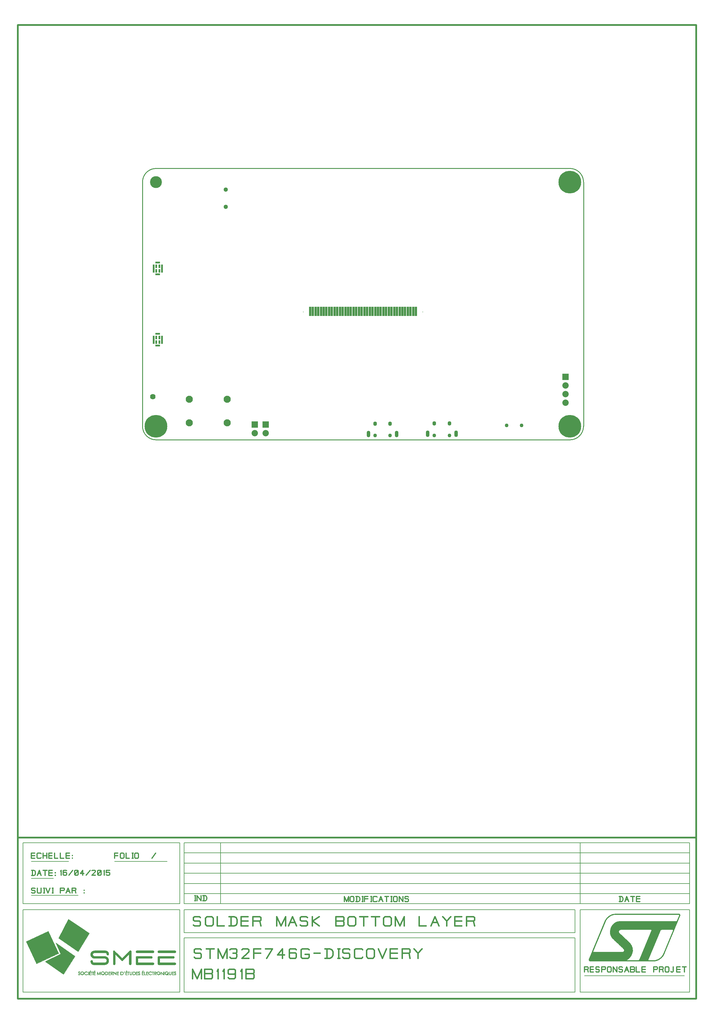
<source format=gbr>
G70*
%FSLAX55Y55*%
%ADD11C,0.00984*%
%ADD12C,0.00394*%
%ADD13C,0.00787*%
%ADD14C,0.01969*%
%ADD15C,0.00197*%
%ADD16C,0.01181*%
%ADD17C,0.26378*%
%ADD18C,0.04331*%
%ADD19C,0.08268*%
%ADD20C,0.13780*%
%ADD21C,0.06394*%
%ADD22O,0.04331X0.07480*%
%ADD23O,0.04331X0.05118*%
%ADD24C,0.05118*%
%ADD25R,0.07394X0.07394*%
%ADD26C,0.07394*%
%ADD27R,0.01969X0.04134*%
%ADD28R,0.05709X0.01969*%
%ADD29R,0.01969X0.09646*%
%ADD30R,0.02756X0.10630*%
%ADD31C,0.01181*%
%ADD32C,0.01575*%
D11*
X164334Y684059D02*
G75*
G03X180082Y668311I15747J-00001D01*
G01X660397Y668311*
G75*
G03X676145Y684059I00001J15747*
G01X676145Y967524*
G75*
G03X660397Y983272I-15747J00001*
G01X180082Y983272*
G75*
G03X164334Y967524I-00001J-15747*
G01X164334Y684059*
D12*
X786435Y118429D02*
X714929Y118422D01*
X713871Y118422*
X713871Y118418*
X712656Y118365*
X711463Y118214*
X710296Y117968*
X709162Y117628*
X708065Y117199*
X707011Y116684*
X706004Y116085*
X705049Y115408*
X704152Y114653*
X703318Y113826*
X702552Y112928*
X701858Y111964*
X701243Y110937*
X700711Y109850*
X682632Y66320*
X682365Y65676*
X682345Y65630*
X682327Y65584*
X682311Y65537*
X682296Y65490*
X682282Y65443*
X682269Y65396*
X682259Y65348*
X682249Y65300*
X682241Y65251*
X682234Y65203*
X682229Y65154*
X682225Y65105*
X682223Y65056*
X682223Y65006*
X682234Y64810*
X682268Y64620*
X682322Y64437*
X682396Y64264*
X682489Y64102*
X682598Y63951*
X682723Y63813*
X682863Y63689*
X683016Y63581*
X683180Y63489*
X683355Y63416*
X683539Y63362*
X683731Y63329*
X683929Y63317*
X756021Y63324*
X757087Y63324*
X757099Y63325*
X757130Y63327*
X757178Y63330*
X757239Y63335*
X757311Y63339*
X757389Y63345*
X757471Y63350*
X757553Y63356*
X757631Y63361*
X757702Y63366*
X757764Y63370*
X757812Y63374*
X757843Y63376*
X757855Y63377*
X758977Y63523*
X760073Y63753*
X761141Y64064*
X762175Y64453*
X763173Y64919*
X764128Y65457*
X765039Y66066*
X765900Y66743*
X766707Y67484*
X767457Y68289*
X768145Y69153*
X768768Y70074*
X769320Y71050*
X769799Y72077*
X770065Y72719*
X788010Y116087*
X788028Y116131*
X788045Y116176*
X788060Y116220*
X788074Y116266*
X788086Y116311*
X788098Y116357*
X788108Y116404*
X788116Y116451*
X788123Y116498*
X788129Y116545*
X788134Y116593*
X788137Y116641*
X788139Y116690*
X788140Y116739*
X788128Y116936*
X788095Y117126*
X788040Y117308*
X787966Y117481*
X787874Y117644*
X787765Y117795*
X787640Y117933*
X787501Y118057*
X787349Y118165*
X787184Y118256*
X787010Y118330*
X786826Y118384*
X786634Y118417*
X786435Y118429*
X701584Y109491D02*
X702065Y110475D01*
X702624Y111411*
X703256Y112296*
X703958Y113126*
X704724Y113897*
X705552Y114604*
X706437Y115243*
X707375Y115811*
X708361Y116302*
X709392Y116714*
X710463Y117041*
X711570Y117280*
X712710Y117426*
X713871Y117481*
X786435Y117487*
X786609Y117467*
X786691Y117443*
X786769Y117411*
X786842Y117371*
X786972Y117268*
X787027Y117207*
X787075Y117140*
X787116Y117068*
X787149Y116991*
X787188Y116826*
X787192Y116717*
X787188Y116653*
X787175Y116570*
X787159Y116511*
X787146Y116473*
X787138Y116454*
X787101Y116365*
X786635Y115238*
X786139Y114040*
X785869Y113387*
X785340Y112109*
X785103Y111537*
X784637Y110410*
X784600Y110321*
X784576Y110259*
X784546Y110201*
X784511Y110145*
X784471Y110092*
X784427Y110044*
X784379Y109999*
X784327Y109958*
X784271Y109922*
X784213Y109891*
X784151Y109865*
X784087Y109844*
X784020Y109829*
X783952Y109819*
X783881Y109816*
X719739Y109816*
X717084Y109604*
X714744Y109002*
X712718Y108058*
X711001Y106822*
X709592Y105343*
X708486Y103670*
X707681Y101854*
X707174Y99942*
X706962Y97985*
X707042Y96031*
X707410Y94131*
X708064Y92333*
X709001Y90686*
X710217Y89241*
X720830Y79311*
X721585Y78605*
X722076Y78146*
X722251Y77982*
X722598Y77592*
X722861Y77195*
X723044Y76796*
X723150Y76400*
X723183Y76014*
X723146Y75644*
X723042Y75295*
X722875Y74974*
X722648Y74686*
X722364Y74437*
X722026Y74233*
X721638Y74080*
X721203Y73984*
X720725Y73951*
X687959Y73949*
X687785Y73969*
X687625Y74025*
X687484Y74113*
X687422Y74168*
X687366Y74229*
X687318Y74296*
X687277Y74368*
X687244Y74445*
X687219Y74525*
X687204Y74610*
X687199Y74697*
X687205Y74784*
X687220Y74867*
X687260Y74987*
X701584Y109491*
X725764Y64251D02*
X725743Y64255D01*
X725722Y64261*
X725702Y64269*
X725684Y64279*
X725667Y64291*
X725652Y64304*
X725638Y64320*
X725626Y64337*
X725616Y64355*
X725607Y64374*
X725602Y64394*
X725598Y64415*
X725597Y64437*
X725597Y64452*
X725602Y64481*
X725612Y64509*
X725626Y64535*
X725634Y64547*
X725654Y64569*
X725665Y64579*
X725690Y64597*
X725707Y64605*
X725711Y64606*
X726299Y64895*
X726910Y65249*
X727535Y65667*
X728167Y66151*
X728796Y66699*
X729415Y67312*
X730015Y67991*
X730587Y68733*
X731123Y69541*
X731615Y70413*
X732055Y71350*
X732433Y72351*
X732742Y73416*
X732973Y74547*
X733105Y75837*
X733086Y77066*
X732938Y78227*
X732684Y79316*
X732347Y80326*
X731949Y81252*
X731514Y82090*
X731063Y82833*
X730619Y83477*
X730206Y84016*
X729845Y84444*
X729559Y84756*
X729371Y84948*
X729303Y85013*
X729135Y85169*
X717932Y95593*
X717389Y96152*
X717119Y96562*
X716946Y96976*
X716862Y97385*
X716861Y97785*
X716935Y98168*
X717075Y98530*
X717276Y98863*
X717528Y99162*
X717825Y99420*
X718159Y99632*
X718523Y99791*
X718909Y99890*
X719310Y99925*
X754233Y99925*
X754322Y99920*
X754407Y99905*
X754489Y99881*
X754567Y99849*
X754640Y99809*
X754708Y99761*
X754770Y99707*
X754826Y99646*
X754875Y99579*
X754916Y99507*
X754949Y99430*
X754973Y99349*
X754988Y99264*
X754993Y99177*
X754993Y99157*
X754992Y99137*
X754991Y99118*
X754989Y99098*
X754986Y99079*
X754983Y99060*
X754980Y99041*
X754976Y99022*
X754972Y99003*
X754967Y98984*
X754961Y98966*
X754956Y98947*
X754949Y98929*
X754943Y98911*
X741292Y65955*
X741090Y65467*
X741020Y65317*
X740938Y65173*
X740844Y65038*
X740740Y64911*
X740626Y64793*
X740502Y64685*
X740369Y64588*
X740228Y64501*
X740079Y64426*
X739924Y64364*
X739762Y64314*
X739595Y64277*
X739422Y64255*
X739246Y64247*
X725983Y64250*
X725764Y64251*
X751244Y65343D02*
X751222Y65298D01*
X751195Y65227*
X751175Y65153*
X751162Y65076*
X751158Y64998*
X751163Y64911*
X751178Y64827*
X751202Y64746*
X751276Y64598*
X751325Y64531*
X751380Y64470*
X751442Y64415*
X751510Y64368*
X751583Y64327*
X751660Y64295*
X751742Y64271*
X751827Y64256*
X751915Y64251*
X756447Y64250*
X757696Y64305*
X758852Y64455*
X759976Y64700*
X761063Y65036*
X762109Y65458*
X763109Y65962*
X764058Y66544*
X764953Y67200*
X765789Y67924*
X766561Y68714*
X767265Y69564*
X767897Y70470*
X768451Y71428*
X768927Y72432*
X768939Y72423*
X775227Y87603*
X779909Y98900*
X779916Y98919*
X779923Y98938*
X779929Y98957*
X779934Y98976*
X779940Y98995*
X779944Y99015*
X779952Y99054*
X779956Y99074*
X779958Y99094*
X779961Y99115*
X779962Y99135*
X779963Y99156*
X779963Y99177*
X779958Y99264*
X779943Y99349*
X779919Y99430*
X779886Y99507*
X779845Y99579*
X779797Y99646*
X779741Y99707*
X779679Y99761*
X779611Y99809*
X779538Y99849*
X779461Y99881*
X779379Y99905*
X779294Y99920*
X779206Y99925*
X779026Y99925*
X767068Y99912*
X766888Y99912*
X766712Y99904*
X766540Y99882*
X766373Y99846*
X766212Y99796*
X766056Y99733*
X765908Y99658*
X765767Y99572*
X765634Y99474*
X765510Y99366*
X765396Y99248*
X765291Y99121*
X765198Y98986*
X765115Y98843*
X765045Y98692*
X764844Y98206*
X751244Y65343*
X683361Y63414D02*
X758143Y63414D01*
X682842Y63708D02*
X759860Y63708D01*
X682561Y64002D02*
X760928Y64002D01*
X682383Y64295D02*
X725662Y64295D01*
X739678Y64295D02*
X751659Y64295D01*
X757483Y64295D02*
X761756Y64295D01*
X682277Y64589D02*
X725679Y64589D01*
X740371Y64589D02*
X751282Y64589D01*
X759467Y64589D02*
X762466Y64589D01*
X682230Y64883D02*
X726274Y64883D01*
X740713Y64883D02*
X751168Y64883D01*
X760567Y64883D02*
X763096Y64883D01*
X682232Y65176D02*
X726785Y65176D01*
X740940Y65176D02*
X751181Y65176D01*
X761411Y65176D02*
X763630Y65176D01*
X682290Y65470D02*
X727241Y65470D01*
X741091Y65470D02*
X751297Y65470D01*
X762132Y65470D02*
X764148Y65470D01*
X682401Y65764D02*
X727661Y65764D01*
X741213Y65764D02*
X751418Y65764D01*
X762715Y65764D02*
X764587Y65764D01*
X682523Y66058D02*
X728045Y66058D01*
X741334Y66058D02*
X751540Y66058D01*
X763264Y66058D02*
X765026Y66058D01*
X682645Y66351D02*
X728397Y66351D01*
X741456Y66351D02*
X751661Y66351D01*
X763743Y66351D02*
X765402Y66351D01*
X682767Y66645D02*
X728734Y66645D01*
X741578Y66645D02*
X751783Y66645D01*
X764196Y66645D02*
X765775Y66645D01*
X682889Y66939D02*
X729038Y66939D01*
X741699Y66939D02*
X751904Y66939D01*
X764597Y66939D02*
X766113Y66939D01*
X683011Y67232D02*
X729334Y67232D01*
X741821Y67232D02*
X752026Y67232D01*
X764991Y67232D02*
X766433Y67232D01*
X683133Y67526D02*
X729604Y67526D01*
X741943Y67526D02*
X752148Y67526D01*
X765330Y67526D02*
X766746Y67526D01*
X683255Y67820D02*
X729864Y67820D01*
X742064Y67820D02*
X752269Y67820D01*
X765668Y67820D02*
X767020Y67820D01*
X683377Y68113D02*
X730109Y68113D01*
X742186Y68113D02*
X752391Y68113D01*
X765974Y68113D02*
X767294Y68113D01*
X683499Y68407D02*
X730336Y68407D01*
X742308Y68407D02*
X752512Y68407D01*
X766261Y68407D02*
X767551Y68407D01*
X683621Y68701D02*
X730562Y68701D01*
X742429Y68701D02*
X752634Y68701D01*
X766549Y68701D02*
X767785Y68701D01*
X683743Y68995D02*
X730761Y68995D01*
X742551Y68995D02*
X752755Y68995D01*
X766794Y68995D02*
X768019Y68995D01*
X683865Y69288D02*
X730956Y69288D01*
X742673Y69288D02*
X752877Y69288D01*
X767037Y69288D02*
X768237Y69288D01*
X683987Y69582D02*
X731147Y69582D01*
X742794Y69582D02*
X752998Y69582D01*
X767278Y69582D02*
X768435Y69582D01*
X684109Y69876D02*
X731312Y69876D01*
X742916Y69876D02*
X753120Y69876D01*
X767483Y69876D02*
X768634Y69876D01*
X684231Y70169D02*
X731478Y70169D01*
X743037Y70169D02*
X753241Y70169D01*
X767687Y70169D02*
X768822Y70169D01*
X684353Y70463D02*
X731639Y70463D01*
X743159Y70463D02*
X753363Y70463D01*
X767892Y70463D02*
X768988Y70463D01*
X684475Y70757D02*
X731777Y70757D01*
X743281Y70757D02*
X753484Y70757D01*
X768063Y70757D02*
X769154Y70757D01*
X684597Y71050D02*
X731915Y71050D01*
X743402Y71050D02*
X753606Y71050D01*
X768233Y71050D02*
X769321Y71050D01*
X684719Y71344D02*
X732052Y71344D01*
X743524Y71344D02*
X753728Y71344D01*
X768403Y71344D02*
X769458Y71344D01*
X684841Y71638D02*
X732164Y71638D01*
X743646Y71638D02*
X753849Y71638D01*
X768550Y71638D02*
X769595Y71638D01*
X684963Y71932D02*
X732275Y71932D01*
X743767Y71932D02*
X753971Y71932D01*
X768690Y71932D02*
X769732Y71932D01*
X685085Y72225D02*
X732386Y72225D01*
X743889Y72225D02*
X754092Y72225D01*
X768829Y72225D02*
X769861Y72225D01*
X685207Y72519D02*
X732482Y72519D01*
X744011Y72519D02*
X754214Y72519D01*
X768979Y72519D02*
X769982Y72519D01*
X685329Y72813D02*
X732567Y72813D01*
X744132Y72813D02*
X754335Y72813D01*
X769101Y72813D02*
X770104Y72813D01*
X685451Y73106D02*
X732652Y73106D01*
X744254Y73106D02*
X754457Y73106D01*
X769222Y73106D02*
X770225Y73106D01*
X685573Y73400D02*
X732737Y73400D01*
X744376Y73400D02*
X754578Y73400D01*
X769344Y73400D02*
X770347Y73400D01*
X685694Y73694D02*
X732799Y73694D01*
X744497Y73694D02*
X754700Y73694D01*
X769466Y73694D02*
X770468Y73694D01*
X685816Y73987D02*
X687731Y73987D01*
X721219Y73987D02*
X732859Y73987D01*
X744619Y73987D02*
X754821Y73987D01*
X769587Y73987D02*
X770590Y73987D01*
X685938Y74281D02*
X687328Y74281D01*
X722106Y74281D02*
X732919Y74281D01*
X744741Y74281D02*
X754943Y74281D01*
X769709Y74281D02*
X770711Y74281D01*
X686060Y74575D02*
X687211Y74575D01*
X722521Y74575D02*
X732976Y74575D01*
X744862Y74575D02*
X755065Y74575D01*
X769831Y74575D02*
X770833Y74575D01*
X686182Y74869D02*
X687220Y74869D01*
X722792Y74869D02*
X733006Y74869D01*
X744984Y74869D02*
X755186Y74869D01*
X769952Y74869D02*
X770954Y74869D01*
X686304Y75162D02*
X687333Y75162D01*
X722973Y75162D02*
X733036Y75162D01*
X745106Y75162D02*
X755308Y75162D01*
X770074Y75162D02*
X771076Y75162D01*
X686426Y75456D02*
X687455Y75456D01*
X723090Y75456D02*
X733066Y75456D01*
X745227Y75456D02*
X755429Y75456D01*
X770196Y75456D02*
X771197Y75456D01*
X686548Y75750D02*
X687577Y75750D01*
X723157Y75750D02*
X733096Y75750D01*
X745349Y75750D02*
X755551Y75750D01*
X770317Y75750D02*
X771319Y75750D01*
X686670Y76043D02*
X687699Y76043D01*
X723181Y76043D02*
X733102Y76043D01*
X745471Y76043D02*
X755672Y76043D01*
X770439Y76043D02*
X771441Y76043D01*
X686792Y76337D02*
X687821Y76337D01*
X723156Y76337D02*
X733097Y76337D01*
X745592Y76337D02*
X755794Y76337D01*
X770561Y76337D02*
X771562Y76337D01*
X686914Y76631D02*
X687943Y76631D01*
X723088Y76631D02*
X733092Y76631D01*
X745714Y76631D02*
X755915Y76631D01*
X770682Y76631D02*
X771684Y76631D01*
X687036Y76924D02*
X688065Y76924D01*
X722985Y76924D02*
X733088Y76924D01*
X745836Y76924D02*
X756037Y76924D01*
X770804Y76924D02*
X771805Y76924D01*
X687158Y77218D02*
X688187Y77218D01*
X722846Y77218D02*
X733066Y77218D01*
X745957Y77218D02*
X756158Y77218D01*
X770925Y77218D02*
X771927Y77218D01*
X687280Y77512D02*
X688309Y77512D01*
X722651Y77512D02*
X733029Y77512D01*
X746079Y77512D02*
X756280Y77512D01*
X771047Y77512D02*
X772048Y77512D01*
X687402Y77806D02*
X688431Y77806D01*
X722408Y77806D02*
X732991Y77806D01*
X746201Y77806D02*
X756401Y77806D01*
X771169Y77806D02*
X772170Y77806D01*
X687524Y78099D02*
X688552Y78099D01*
X722125Y78099D02*
X732954Y78099D01*
X746322Y78099D02*
X756523Y78099D01*
X771290Y78099D02*
X772291Y78099D01*
X687646Y78393D02*
X688674Y78393D01*
X721812Y78393D02*
X732899Y78393D01*
X746444Y78393D02*
X756645Y78393D01*
X771412Y78393D02*
X772413Y78393D01*
X687768Y78687D02*
X688796Y78687D01*
X721498Y78687D02*
X732831Y78687D01*
X746565Y78687D02*
X756766Y78687D01*
X771534Y78687D02*
X772534Y78687D01*
X687890Y78980D02*
X688918Y78980D01*
X721184Y78980D02*
X732762Y78980D01*
X746687Y78980D02*
X756888Y78980D01*
X771655Y78980D02*
X772656Y78980D01*
X688012Y79274D02*
X689040Y79274D01*
X720870Y79274D02*
X732694Y79274D01*
X746809Y79274D02*
X757009Y79274D01*
X771777Y79274D02*
X772777Y79274D01*
X688134Y79568D02*
X689162Y79568D01*
X720556Y79568D02*
X732600Y79568D01*
X746930Y79568D02*
X757131Y79568D01*
X771899Y79568D02*
X772899Y79568D01*
X688256Y79861D02*
X689284Y79861D01*
X720242Y79861D02*
X732502Y79861D01*
X747052Y79861D02*
X757252Y79861D01*
X772020Y79861D02*
X773020Y79861D01*
X688378Y80155D02*
X689406Y80155D01*
X719928Y80155D02*
X732404Y80155D01*
X747174Y80155D02*
X757374Y80155D01*
X772142Y80155D02*
X773142Y80155D01*
X688500Y80449D02*
X689528Y80449D01*
X719614Y80449D02*
X732294Y80449D01*
X747295Y80449D02*
X757495Y80449D01*
X772264Y80449D02*
X773263Y80449D01*
X688622Y80743D02*
X689650Y80743D01*
X719300Y80743D02*
X732168Y80743D01*
X747417Y80743D02*
X757617Y80743D01*
X772385Y80743D02*
X773385Y80743D01*
X688744Y81036D02*
X689772Y81036D01*
X718986Y81036D02*
X732042Y81036D01*
X747539Y81036D02*
X757738Y81036D01*
X772507Y81036D02*
X773507Y81036D01*
X688866Y81330D02*
X689894Y81330D01*
X718673Y81330D02*
X731909Y81330D01*
X747660Y81330D02*
X757860Y81330D01*
X772629Y81330D02*
X773628Y81330D01*
X688988Y81624D02*
X690015Y81624D01*
X718359Y81624D02*
X731756Y81624D01*
X747782Y81624D02*
X757981Y81624D01*
X772750Y81624D02*
X773750Y81624D01*
X689110Y81917D02*
X690137Y81917D01*
X718045Y81917D02*
X731604Y81917D01*
X747904Y81917D02*
X758103Y81917D01*
X772872Y81917D02*
X773871Y81917D01*
X689232Y82211D02*
X690259Y82211D01*
X717731Y82211D02*
X731440Y82211D01*
X748025Y82211D02*
X758225Y82211D01*
X772993Y82211D02*
X773993Y82211D01*
X689354Y82505D02*
X690381Y82505D01*
X717417Y82505D02*
X731262Y82505D01*
X748147Y82505D02*
X758346Y82505D01*
X773115Y82505D02*
X774114Y82505D01*
X689476Y82799D02*
X690503Y82799D01*
X717103Y82799D02*
X731084Y82799D01*
X748269Y82799D02*
X758468Y82799D01*
X773237Y82799D02*
X774236Y82799D01*
X689598Y83092D02*
X690625Y83092D01*
X716789Y83092D02*
X730885Y83092D01*
X748390Y83092D02*
X758589Y83092D01*
X773358Y83092D02*
X774357Y83092D01*
X689720Y83386D02*
X690747Y83386D01*
X716475Y83386D02*
X730682Y83386D01*
X748512Y83386D02*
X758711Y83386D01*
X773480Y83386D02*
X774479Y83386D01*
X689842Y83680D02*
X690869Y83680D01*
X716161Y83680D02*
X730464Y83680D01*
X748634Y83680D02*
X758832Y83680D01*
X773602Y83680D02*
X774600Y83680D01*
X689964Y83973D02*
X690991Y83973D01*
X715847Y83973D02*
X730238Y83973D01*
X748755Y83973D02*
X758954Y83973D01*
X773723Y83973D02*
X774722Y83973D01*
X690086Y84267D02*
X691113Y84267D01*
X715534Y84267D02*
X729994Y84267D01*
X748877Y84267D02*
X759075Y84267D01*
X773845Y84267D02*
X774843Y84267D01*
X690208Y84561D02*
X691235Y84561D01*
X715220Y84561D02*
X729738Y84561D01*
X748999Y84561D02*
X759197Y84561D01*
X773967Y84561D02*
X774965Y84561D01*
X690330Y84854D02*
X691357Y84854D01*
X714906Y84854D02*
X729462Y84854D01*
X749120Y84854D02*
X759318Y84854D01*
X774088Y84854D02*
X775086Y84854D01*
X690452Y85148D02*
X691479Y85148D01*
X714592Y85148D02*
X729157Y85148D01*
X749242Y85148D02*
X759440Y85148D01*
X774210Y85148D02*
X775208Y85148D01*
X690574Y85442D02*
X691600Y85442D01*
X714278Y85442D02*
X728842Y85442D01*
X749364Y85442D02*
X759562Y85442D01*
X774332Y85442D02*
X775329Y85442D01*
X690696Y85736D02*
X691722Y85736D01*
X713964Y85736D02*
X728526Y85736D01*
X749485Y85736D02*
X759683Y85736D01*
X774453Y85736D02*
X775451Y85736D01*
X690818Y86029D02*
X691844Y86029D01*
X713650Y86029D02*
X728211Y86029D01*
X749607Y86029D02*
X759805Y86029D01*
X774575Y86029D02*
X775572Y86029D01*
X690939Y86323D02*
X691966Y86323D01*
X713336Y86323D02*
X727895Y86323D01*
X749729Y86323D02*
X759926Y86323D01*
X774697Y86323D02*
X775694Y86323D01*
X691061Y86617D02*
X692088Y86617D01*
X713022Y86617D02*
X727579Y86617D01*
X749850Y86617D02*
X760048Y86617D01*
X774818Y86617D02*
X775816Y86617D01*
X691183Y86910D02*
X692210Y86910D01*
X712708Y86910D02*
X727264Y86910D01*
X749972Y86910D02*
X760169Y86910D01*
X774940Y86910D02*
X775937Y86910D01*
X691305Y87204D02*
X692332Y87204D01*
X712394Y87204D02*
X726948Y87204D01*
X750093Y87204D02*
X760291Y87204D01*
X775062Y87204D02*
X776059Y87204D01*
X691427Y87498D02*
X692454Y87498D01*
X712081Y87498D02*
X726632Y87498D01*
X750215Y87498D02*
X760412Y87498D01*
X775183Y87498D02*
X776180Y87498D01*
X691549Y87791D02*
X692576Y87791D01*
X711767Y87791D02*
X726317Y87791D01*
X750337Y87791D02*
X760534Y87791D01*
X775305Y87791D02*
X776302Y87791D01*
X691671Y88085D02*
X692698Y88085D01*
X711453Y88085D02*
X726001Y88085D01*
X750458Y88085D02*
X760655Y88085D01*
X775427Y88085D02*
X776423Y88085D01*
X691793Y88379D02*
X692820Y88379D01*
X711139Y88379D02*
X725685Y88379D01*
X750580Y88379D02*
X760777Y88379D01*
X775548Y88379D02*
X776545Y88379D01*
X691915Y88673D02*
X692942Y88673D01*
X710825Y88673D02*
X725370Y88673D01*
X750702Y88673D02*
X760899Y88673D01*
X775670Y88673D02*
X776666Y88673D01*
X692037Y88966D02*
X693064Y88966D01*
X710511Y88966D02*
X725054Y88966D01*
X750823Y88966D02*
X761020Y88966D01*
X775792Y88966D02*
X776788Y88966D01*
X692159Y89260D02*
X693185Y89260D01*
X710201Y89260D02*
X724738Y89260D01*
X750945Y89260D02*
X761142Y89260D01*
X775914Y89260D02*
X776909Y89260D01*
X692281Y89554D02*
X693307Y89554D01*
X709954Y89554D02*
X724423Y89554D01*
X751067Y89554D02*
X761263Y89554D01*
X776035Y89554D02*
X777031Y89554D01*
X692403Y89847D02*
X693429Y89847D01*
X709707Y89847D02*
X724107Y89847D01*
X751188Y89847D02*
X761385Y89847D01*
X776157Y89847D02*
X777152Y89847D01*
X692525Y90141D02*
X693551Y90141D01*
X709460Y90141D02*
X723792Y90141D01*
X751310Y90141D02*
X761506Y90141D01*
X776279Y90141D02*
X777274Y90141D01*
X692647Y90435D02*
X693673Y90435D01*
X709213Y90435D02*
X723476Y90435D01*
X751432Y90435D02*
X761628Y90435D01*
X776400Y90435D02*
X777395Y90435D01*
X692769Y90728D02*
X693795Y90728D01*
X708977Y90728D02*
X723160Y90728D01*
X751553Y90728D02*
X761749Y90728D01*
X776522Y90728D02*
X777517Y90728D01*
X692891Y91022D02*
X693917Y91022D01*
X708810Y91022D02*
X722845Y91022D01*
X751675Y91022D02*
X761871Y91022D01*
X776644Y91022D02*
X777638Y91022D01*
X693013Y91316D02*
X694039Y91316D01*
X708643Y91316D02*
X722529Y91316D01*
X751797Y91316D02*
X761992Y91316D01*
X776766Y91316D02*
X777760Y91316D01*
X693135Y91610D02*
X694161Y91610D01*
X708476Y91610D02*
X722213Y91610D01*
X751918Y91610D02*
X762114Y91610D01*
X776887Y91610D02*
X777881Y91610D01*
X693257Y91903D02*
X694283Y91903D01*
X708309Y91903D02*
X721898Y91903D01*
X752040Y91903D02*
X762235Y91903D01*
X777009Y91903D02*
X778003Y91903D01*
X693379Y92197D02*
X694405Y92197D01*
X708142Y92197D02*
X721582Y92197D01*
X752162Y92197D02*
X762357Y92197D01*
X777131Y92197D02*
X778125Y92197D01*
X693501Y92491D02*
X694527Y92491D01*
X708007Y92491D02*
X721266Y92491D01*
X752283Y92491D02*
X762479Y92491D01*
X777252Y92491D02*
X778246Y92491D01*
X693623Y92784D02*
X694648Y92784D01*
X707900Y92784D02*
X720951Y92784D01*
X752405Y92784D02*
X762600Y92784D01*
X777374Y92784D02*
X778368Y92784D01*
X693745Y93078D02*
X694770Y93078D01*
X707793Y93078D02*
X720635Y93078D01*
X752527Y93078D02*
X762722Y93078D01*
X777496Y93078D02*
X778489Y93078D01*
X693867Y93372D02*
X694892Y93372D01*
X707686Y93372D02*
X720319Y93372D01*
X752648Y93372D02*
X762843Y93372D01*
X777618Y93372D02*
X778611Y93372D01*
X693989Y93665D02*
X695014Y93665D01*
X707580Y93665D02*
X720004Y93665D01*
X752770Y93665D02*
X762965Y93665D01*
X777739Y93665D02*
X778732Y93665D01*
X694111Y93959D02*
X695136Y93959D01*
X707473Y93959D02*
X719688Y93959D01*
X752892Y93959D02*
X763086Y93959D01*
X777861Y93959D02*
X778854Y93959D01*
X694233Y94253D02*
X695258Y94253D01*
X707387Y94253D02*
X719373Y94253D01*
X753013Y94253D02*
X763208Y94253D01*
X777983Y94253D02*
X778975Y94253D01*
X694355Y94547D02*
X695380Y94547D01*
X707330Y94547D02*
X719057Y94547D01*
X753135Y94547D02*
X763329Y94547D01*
X778105Y94547D02*
X779097Y94547D01*
X694477Y94840D02*
X695502Y94840D01*
X707273Y94840D02*
X718741Y94840D01*
X753256Y94840D02*
X763451Y94840D01*
X778226Y94840D02*
X779218Y94840D01*
X694599Y95134D02*
X695624Y95134D01*
X707216Y95134D02*
X718426Y95134D01*
X753378Y95134D02*
X763572Y95134D01*
X778348Y95134D02*
X779340Y95134D01*
X694721Y95428D02*
X695746Y95428D01*
X707159Y95428D02*
X718110Y95428D01*
X753500Y95428D02*
X763694Y95428D01*
X778470Y95428D02*
X779461Y95428D01*
X694843Y95721D02*
X695868Y95721D01*
X707102Y95721D02*
X717808Y95721D01*
X753621Y95721D02*
X763816Y95721D01*
X778591Y95721D02*
X779583Y95721D01*
X694965Y96015D02*
X695990Y96015D01*
X707045Y96015D02*
X717522Y96015D01*
X753743Y96015D02*
X763937Y96015D01*
X778713Y96015D02*
X779704Y96015D01*
X695087Y96309D02*
X696112Y96309D01*
X707031Y96309D02*
X717286Y96309D01*
X753865Y96309D02*
X764059Y96309D01*
X778835Y96309D02*
X779826Y96309D01*
X695209Y96602D02*
X696233Y96602D01*
X707019Y96602D02*
X717102Y96602D01*
X753986Y96602D02*
X764180Y96602D01*
X778957Y96602D02*
X779947Y96602D01*
X695331Y96896D02*
X696355Y96896D01*
X707007Y96896D02*
X716979Y96896D01*
X754108Y96896D02*
X764302Y96896D01*
X779078Y96896D02*
X780069Y96896D01*
X695453Y97190D02*
X696477Y97190D01*
X706995Y97190D02*
X716902Y97190D01*
X754230Y97190D02*
X764423Y97190D01*
X779200Y97190D02*
X780191Y97190D01*
X695575Y97484D02*
X696599Y97484D01*
X706983Y97484D02*
X716862Y97484D01*
X754351Y97484D02*
X764545Y97484D01*
X779322Y97484D02*
X780312Y97484D01*
X695697Y97777D02*
X696721Y97777D01*
X706971Y97777D02*
X716861Y97777D01*
X754473Y97777D02*
X764666Y97777D01*
X779444Y97777D02*
X780434Y97777D01*
X695819Y98071D02*
X696843Y98071D01*
X706972Y98071D02*
X716916Y98071D01*
X754595Y98071D02*
X764788Y98071D01*
X779565Y98071D02*
X780555Y98071D01*
X695941Y98365D02*
X696965Y98365D01*
X707003Y98365D02*
X717011Y98365D01*
X754716Y98365D02*
X764909Y98365D01*
X779687Y98365D02*
X780677Y98365D01*
X696063Y98658D02*
X697087Y98658D01*
X707035Y98658D02*
X717153Y98658D01*
X754838Y98658D02*
X765031Y98658D01*
X779809Y98658D02*
X780798Y98658D01*
X696184Y98952D02*
X697209Y98952D01*
X707067Y98952D02*
X717351Y98952D01*
X754957Y98952D02*
X765178Y98952D01*
X779927Y98952D02*
X780920Y98952D01*
X696306Y99246D02*
X697331Y99246D01*
X707099Y99246D02*
X717624Y99246D01*
X754989Y99246D02*
X765394Y99246D01*
X779959Y99246D02*
X781041Y99246D01*
X696428Y99539D02*
X697453Y99539D01*
X707131Y99539D02*
X718013Y99539D01*
X754897Y99539D02*
X765723Y99539D01*
X779868Y99539D02*
X781163Y99539D01*
X696550Y99833D02*
X697575Y99833D01*
X707163Y99833D02*
X718688Y99833D01*
X754596Y99833D02*
X766332Y99833D01*
X779568Y99833D02*
X781284Y99833D01*
X696672Y100127D02*
X697696Y100127D01*
X707223Y100127D02*
X781406Y100127D01*
X696794Y100421D02*
X697818Y100421D01*
X707301Y100421D02*
X781527Y100421D01*
X696916Y100714D02*
X697940Y100714D01*
X707379Y100714D02*
X781649Y100714D01*
X697038Y101008D02*
X698062Y101008D01*
X707457Y101008D02*
X781770Y101008D01*
X697160Y101302D02*
X698184Y101302D01*
X707535Y101302D02*
X781892Y101302D01*
X697282Y101595D02*
X698306Y101595D01*
X707613Y101595D02*
X782013Y101595D01*
X697404Y101889D02*
X698428Y101889D01*
X707697Y101889D02*
X782135Y101889D01*
X697526Y102183D02*
X698550Y102183D01*
X707827Y102183D02*
X782256Y102183D01*
X697648Y102476D02*
X698672Y102476D01*
X707957Y102476D02*
X782378Y102476D01*
X697770Y102770D02*
X698794Y102770D01*
X708087Y102770D02*
X782500Y102770D01*
X697892Y103064D02*
X698916Y103064D01*
X708218Y103064D02*
X782621Y103064D01*
X698014Y103358D02*
X699038Y103358D01*
X708348Y103358D02*
X782743Y103358D01*
X698136Y103651D02*
X699160Y103651D01*
X708478Y103651D02*
X782864Y103651D01*
X698258Y103945D02*
X699281Y103945D01*
X708668Y103945D02*
X782986Y103945D01*
X698380Y104239D02*
X699403Y104239D01*
X708862Y104239D02*
X783107Y104239D01*
X698502Y104532D02*
X699525Y104532D01*
X709056Y104532D02*
X783229Y104532D01*
X698624Y104826D02*
X699647Y104826D01*
X709250Y104826D02*
X783350Y104826D01*
X698746Y105120D02*
X699769Y105120D01*
X709445Y105120D02*
X783472Y105120D01*
X698868Y105413D02*
X699891Y105413D01*
X709659Y105413D02*
X783593Y105413D01*
X698990Y105707D02*
X700013Y105707D01*
X709939Y105707D02*
X783715Y105707D01*
X699112Y106001D02*
X700135Y106001D01*
X710219Y106001D02*
X783836Y106001D01*
X699234Y106295D02*
X700257Y106295D01*
X710499Y106295D02*
X783958Y106295D01*
X699356Y106588D02*
X700379Y106588D01*
X710779Y106588D02*
X784079Y106588D01*
X699478Y106882D02*
X700501Y106882D01*
X711085Y106882D02*
X784201Y106882D01*
X699600Y107176D02*
X700623Y107176D01*
X711493Y107176D02*
X784322Y107176D01*
X699722Y107469D02*
X700744Y107469D01*
X711901Y107469D02*
X784444Y107469D01*
X699844Y107763D02*
X700866Y107763D01*
X712309Y107763D02*
X784566Y107763D01*
X699966Y108057D02*
X700988Y108057D01*
X712716Y108057D02*
X784687Y108057D01*
X700088Y108350D02*
X701110Y108350D01*
X713346Y108350D02*
X784809Y108350D01*
X700210Y108644D02*
X701232Y108644D01*
X713977Y108644D02*
X784930Y108644D01*
X700332Y108938D02*
X701354Y108938D01*
X714607Y108938D02*
X785052Y108938D01*
X700454Y109232D02*
X701476Y109232D01*
X715636Y109232D02*
X785173Y109232D01*
X700576Y109525D02*
X701600Y109525D01*
X716777Y109525D02*
X785295Y109525D01*
X700698Y109819D02*
X701744Y109819D01*
X783942Y109819D02*
X785416Y109819D01*
X700839Y110113D02*
X701888Y110113D01*
X784486Y110113D02*
X785538Y110113D01*
X700983Y110406D02*
X702031Y110406D01*
X784635Y110406D02*
X785659Y110406D01*
X701127Y110700D02*
X702199Y110700D01*
X784757Y110700D02*
X785781Y110700D01*
X701277Y110994D02*
X702375Y110994D01*
X784879Y110994D02*
X785902Y110994D01*
X701453Y111287D02*
X702550Y111287D01*
X785000Y111287D02*
X786024Y111287D01*
X701629Y111581D02*
X702745Y111581D01*
X785122Y111581D02*
X786145Y111581D01*
X701805Y111875D02*
X702955Y111875D01*
X785243Y111875D02*
X786267Y111875D01*
X702005Y112169D02*
X703165Y112169D01*
X785365Y112169D02*
X786388Y112169D01*
X702216Y112462D02*
X703396Y112462D01*
X785486Y112462D02*
X786510Y112462D01*
X702428Y112756D02*
X703644Y112756D01*
X785608Y112756D02*
X786631Y112756D01*
X702655Y113050D02*
X703893Y113050D01*
X785729Y113050D02*
X786753Y113050D01*
X702906Y113343D02*
X704173Y113343D01*
X785851Y113343D02*
X786875Y113343D01*
X703157Y113637D02*
X704466Y113637D01*
X785973Y113637D02*
X786996Y113637D01*
X703424Y113931D02*
X704764Y113931D01*
X786094Y113931D02*
X787118Y113931D01*
X703720Y114224D02*
X705108Y114224D01*
X786216Y114224D02*
X787239Y114224D01*
X704016Y114518D02*
X705452Y114518D01*
X786337Y114518D02*
X787361Y114518D01*
X704341Y114812D02*
X705840Y114812D01*
X786459Y114812D02*
X787482Y114812D01*
X704690Y115106D02*
X706247Y115106D01*
X786580Y115106D02*
X787604Y115106D01*
X705039Y115399D02*
X706695Y115399D01*
X786702Y115399D02*
X787725Y115399D01*
X705451Y115693D02*
X707180Y115693D01*
X786823Y115693D02*
X787847Y115693D01*
X705864Y115987D02*
X707728Y115987D01*
X786945Y115987D02*
X787968Y115987D01*
X706332Y116280D02*
X708317Y116280D01*
X787066Y116280D02*
X788078Y116280D01*
X706826Y116574D02*
X709042Y116574D01*
X787175Y116574D02*
X788132Y116574D01*
X707387Y116868D02*
X709896Y116868D01*
X787178Y116868D02*
X788132Y116868D01*
X707988Y117161D02*
X711022Y117161D01*
X787060Y117161D02*
X788084Y117161D01*
X708720Y117455D02*
X713322Y117455D01*
X786651Y117455D02*
X787977Y117455D01*
X709566Y117749D02*
X787798Y117749D01*
X710651Y118043D02*
X787517Y118043D01*
X712430Y118336D02*
X786988Y118336D01*
D13*
X212563Y177170D02*
X799177Y177170D01*
X799177Y188981*
X212563Y188981*
X212563Y177170*
X25555Y27563D02*
X207641Y27563D01*
X207641Y123036*
X25555Y123036*
X25555Y27563*
X212563Y188981D02*
X799177Y188981D01*
X799177Y200792*
X212563Y200792*
X212563Y188981*
X35397Y139768D02*
X89728Y139768D01*
X672208Y129926D02*
X254885Y129926D01*
X254885Y200792*
X672208Y200792*
X672208Y129926*
D14*
X807051Y206697D02*
X19649Y206697D01*
X19649Y19689*
X807051Y19689*
X807051Y206697*
X19649Y19689D02*
X807051Y19689D01*
X807051Y1149611*
X19649Y1149611*
X19649Y19689*
D13*
X212563Y141737D02*
X799177Y141737D01*
X799177Y153548*
X212563Y153548*
X212563Y141737*
X212563Y153548D02*
X799177Y153548D01*
X799177Y165359*
X212563Y165359*
X212563Y153548*
X799177Y123233D02*
X672208Y123233D01*
X672208Y27563*
X799177Y27563*
X799177Y123233*
X212563Y165359D02*
X799177Y165359D01*
X799177Y177170*
X212563Y177170*
X212563Y165359*
D15*
G36*
X189334Y51185D02*
X189707Y51185D01*
X189707Y47458*
X189334Y47458*
X189334Y51185*
G37*
X189707Y51185*
X189707Y47458*
X189334Y47458*
X189334Y51185*
G36*
X198483Y51186D02*
X200619Y51186D01*
X200619Y50821*
X198855Y50821*
X198855Y49652*
X200604Y49652*
X200604Y49287*
X198855Y49287*
X198855Y47823*
X200604Y47823*
X200604Y47458*
X198483Y47458*
X198483Y51186*
G37*
X200619Y51186*
X200619Y50821*
X198855Y50821*
X198855Y49652*
X200604Y49652*
X200604Y49287*
X198855Y49287*
X198855Y47823*
X200604Y47823*
X200604Y47458*
X198483Y47458*
X198483Y51186*
G36*
X111498Y47458D02*
X112032Y51186D01*
X112046Y51186*
X113561Y48127*
X115062Y51186*
X115122Y51186*
X115658Y47458*
X115293Y47458*
X114925Y50124*
X113606Y47458*
X113511Y47458*
X112177Y50144*
X111811Y47458*
X111498Y47458*
G37*
X112032Y51186*
X112046Y51186*
X113561Y48127*
X115062Y51186*
X115122Y51186*
X115658Y47458*
X115293Y47458*
X114925Y50124*
X113606Y47458*
X113511Y47458*
X112177Y50144*
X111811Y47458*
X111498Y47458*
G36*
X134538Y51186D02*
X136674Y51186D01*
X136674Y50821*
X134910Y50821*
X134910Y49652*
X136659Y49652*
X136659Y49287*
X134910Y49287*
X134910Y47823*
X136659Y47823*
X136659Y47458*
X134538Y47458*
X134538Y51186*
G37*
X136674Y51186*
X136674Y50821*
X134910Y50821*
X134910Y49652*
X136659Y49652*
X136659Y49287*
X134910Y49287*
X134910Y47823*
X136659Y47823*
X136659Y47458*
X134538Y47458*
X134538Y51186*
G36*
X130699Y47458D02*
X130699Y51186D01*
X130780Y51186*
X133261Y48328*
X133261Y51186*
X133628Y51186*
X133628Y47458*
X133544Y47458*
X131084Y50280*
X131084Y47458*
X130699Y47458*
G37*
X130699Y51186*
X130780Y51186*
X133261Y48328*
X133261Y51186*
X133628Y51186*
X133628Y47458*
X133544Y47458*
X131084Y50280*
X131084Y47458*
X130699Y47458*
G36*
X146851Y50821D02*
X146851Y51186D01*
X148894Y51186*
X148894Y50821*
X148063Y50821*
X148063Y47458*
X147683Y47458*
X147683Y50821*
X146851Y50821*
G37*
X146851Y51186*
X148894Y51186*
X148894Y50821*
X148063Y50821*
X148063Y47458*
X147683Y47458*
X147683Y50821*
X146851Y50821*
G36*
X156694Y51186D02*
X158830Y51186D01*
X158830Y50821*
X157067Y50821*
X157067Y49652*
X158815Y49652*
X158815Y49287*
X157067Y49287*
X157067Y47823*
X158815Y47823*
X158815Y47458*
X156694Y47458*
X156694Y51186*
G37*
X158830Y51186*
X158830Y50821*
X157067Y50821*
X157067Y49652*
X158815Y49652*
X158815Y49287*
X157067Y49287*
X157067Y47823*
X158815Y47823*
X158815Y47458*
X156694Y47458*
X156694Y51186*
G36*
X185551Y47458D02*
X185551Y51186D01*
X185632Y51186*
X188113Y48328*
X188113Y51186*
X188480Y51186*
X188480Y47458*
X188397Y47458*
X185936Y50280*
X185936Y47458*
X185551Y47458*
G37*
X185551Y51186*
X185632Y51186*
X188113Y48328*
X188113Y51186*
X188480Y51186*
X188480Y47458*
X188397Y47458*
X185936Y50280*
X185936Y47458*
X185551Y47458*
G36*
X195467Y51186D02*
X195467Y48879D01*
X195467Y48827*
X195468Y48777*
X195468Y48731*
X195469Y48687*
X195470Y48647*
X195471Y48610*
X195472Y48576*
X195473Y48545*
X195475Y48517*
X195476Y48492*
X195478Y48470*
X195480Y48451*
X195482Y48436*
X195487Y48404*
X195492Y48374*
X195497Y48344*
X195504Y48316*
X195511Y48287*
X195520Y48260*
X195528Y48233*
X195538Y48207*
X195548Y48182*
X195559Y48158*
X195571Y48134*
X195584Y48111*
X195597Y48089*
X195611Y48067*
X195626Y48046*
X195643Y48026*
X195660Y48006*
X195678Y47986*
X195698Y47967*
X195718Y47949*
X195740Y47931*
X195763Y47913*
X195787Y47896*
X195812Y47880*
X195838Y47864*
X195865Y47848*
X195894Y47833*
X195923Y47819*
X195953Y47805*
X195983Y47792*
X196013Y47780*
X196043Y47770*
X196074Y47760*
X196104Y47751*
X196134Y47744*
X196164Y47737*
X196194Y47731*
X196225Y47727*
X196255Y47723*
X196285Y47721*
X196316Y47719*
X196346Y47719*
X196373Y47719*
X196399Y47720*
X196425Y47722*
X196451Y47725*
X196476Y47729*
X196502Y47733*
X196528Y47738*
X196553Y47744*
X196578Y47751*
X196603Y47759*
X196628Y47767*
X196652Y47776*
X196677Y47786*
X196701Y47797*
X196725Y47809*
X196749Y47821*
X196771Y47834*
X196794Y47847*
X196815Y47861*
X196836Y47876*
X196857Y47891*
X196877Y47907*
X196896Y47923*
X196915Y47940*
X196934Y47958*
X196951Y47976*
X196968Y47995*
X196985Y48015*
X197001Y48035*
X197016Y48056*
X197031Y48077*
X197045Y48099*
X197059Y48122*
X197071Y48145*
X197084Y48169*
X197095Y48193*
X197106Y48218*
X197117Y48244*
X197126Y48270*
X197136Y48297*
X197144Y48324*
X197152Y48352*
X197157Y48374*
X197162Y48399*
X197167Y48427*
X197171Y48458*
X197174Y48492*
X197178Y48529*
X197181Y48569*
X197183Y48612*
X197185Y48658*
X197187Y48707*
X197188Y48760*
X197189Y48815*
X197190Y48874*
X197190Y48935*
X197190Y51186*
X197563Y51186*
X197563Y48935*
X197562Y48865*
X197561Y48796*
X197558Y48730*
X197555Y48665*
X197550Y48603*
X197545Y48542*
X197538Y48484*
X197531Y48427*
X197522Y48372*
X197513Y48319*
X197502Y48269*
X197491Y48220*
X197479Y48173*
X197465Y48128*
X197450Y48084*
X197433Y48041*
X197414Y48000*
X197393Y47958*
X197371Y47918*
X197346Y47879*
X197319Y47840*
X197290Y47802*
X197259Y47765*
X197226Y47729*
X197191Y47693*
X197154Y47659*
X197116Y47625*
X197075Y47592*
X197032Y47560*
X196989Y47531*
X196944Y47505*
X196898Y47480*
X196850Y47458*
X196801Y47438*
X196751Y47421*
X196700Y47406*
X196648Y47393*
X196594Y47382*
X196539Y47374*
X196483Y47368*
X196425Y47365*
X196367Y47364*
X196303Y47365*
X196240Y47368*
X196179Y47374*
X196119Y47381*
X196061Y47391*
X196004Y47403*
X195948Y47418*
X195893Y47434*
X195840Y47453*
X195788Y47474*
X195738Y47497*
X195688Y47522*
X195640Y47550*
X195594Y47579*
X195549Y47611*
X195506Y47644*
X195465Y47678*
X195427Y47714*
X195391Y47751*
X195357Y47789*
X195325Y47829*
X195295Y47871*
X195268Y47914*
X195243Y47958*
X195219Y48004*
X195198Y48051*
X195180Y48099*
X195163Y48149*
X195153Y48182*
X195145Y48219*
X195137Y48259*
X195129Y48302*
X195123Y48350*
X195117Y48400*
X195112Y48455*
X195107Y48513*
X195103Y48574*
X195100Y48639*
X195098Y48708*
X195096Y48780*
X195095Y48856*
X195095Y48935*
X195095Y51186*
X195467Y51186*
G37*
X195467Y48879*
X195467Y48827*
X195468Y48777*
X195468Y48731*
X195469Y48687*
X195470Y48647*
X195471Y48610*
X195472Y48576*
X195473Y48545*
X195475Y48517*
X195476Y48492*
X195478Y48470*
X195480Y48451*
X195482Y48436*
X195487Y48404*
X195492Y48374*
X195497Y48344*
X195504Y48316*
X195511Y48287*
X195520Y48260*
X195528Y48233*
X195538Y48207*
X195548Y48182*
X195559Y48158*
X195571Y48134*
X195584Y48111*
X195597Y48089*
X195611Y48067*
X195626Y48046*
X195643Y48026*
X195660Y48006*
X195678Y47986*
X195698Y47967*
X195718Y47949*
X195740Y47931*
X195763Y47913*
X195787Y47896*
X195812Y47880*
X195838Y47864*
X195865Y47848*
X195894Y47833*
X195923Y47819*
X195953Y47805*
X195983Y47792*
X196013Y47780*
X196043Y47770*
X196074Y47760*
X196104Y47751*
X196134Y47744*
X196164Y47737*
X196194Y47731*
X196225Y47727*
X196255Y47723*
X196285Y47721*
X196316Y47719*
X196346Y47719*
X196373Y47719*
X196399Y47720*
X196425Y47722*
X196451Y47725*
X196476Y47729*
X196502Y47733*
X196528Y47738*
X196553Y47744*
X196578Y47751*
X196603Y47759*
X196628Y47767*
X196652Y47776*
X196677Y47786*
X196701Y47797*
X196725Y47809*
X196749Y47821*
X196771Y47834*
X196794Y47847*
X196815Y47861*
X196836Y47876*
X196857Y47891*
X196877Y47907*
X196896Y47923*
X196915Y47940*
X196934Y47958*
X196951Y47976*
X196968Y47995*
X196985Y48015*
X197001Y48035*
X197016Y48056*
X197031Y48077*
X197045Y48099*
X197059Y48122*
X197071Y48145*
X197084Y48169*
X197095Y48193*
X197106Y48218*
X197117Y48244*
X197126Y48270*
X197136Y48297*
X197144Y48324*
X197152Y48352*
X197157Y48374*
X197162Y48399*
X197167Y48427*
X197171Y48458*
X197174Y48492*
X197178Y48529*
X197181Y48569*
X197183Y48612*
X197185Y48658*
X197187Y48707*
X197188Y48760*
X197189Y48815*
X197190Y48874*
X197190Y48935*
X197190Y51186*
X197563Y51186*
X197563Y48935*
X197562Y48865*
X197561Y48796*
X197558Y48730*
X197555Y48665*
X197550Y48603*
X197545Y48542*
X197538Y48484*
X197531Y48427*
X197522Y48372*
X197513Y48319*
X197502Y48269*
X197491Y48220*
X197479Y48173*
X197465Y48128*
X197450Y48084*
X197433Y48041*
X197414Y48000*
X197393Y47958*
X197371Y47918*
X197346Y47879*
X197319Y47840*
X197290Y47802*
X197259Y47765*
X197226Y47729*
X197191Y47693*
X197154Y47659*
X197116Y47625*
X197075Y47592*
X197032Y47560*
X196989Y47531*
X196944Y47505*
X196898Y47480*
X196850Y47458*
X196801Y47438*
X196751Y47421*
X196700Y47406*
X196648Y47393*
X196594Y47382*
X196539Y47374*
X196483Y47368*
X196425Y47365*
X196367Y47364*
X196303Y47365*
X196240Y47368*
X196179Y47374*
X196119Y47381*
X196061Y47391*
X196004Y47403*
X195948Y47418*
X195893Y47434*
X195840Y47453*
X195788Y47474*
X195738Y47497*
X195688Y47522*
X195640Y47550*
X195594Y47579*
X195549Y47611*
X195506Y47644*
X195465Y47678*
X195427Y47714*
X195391Y47751*
X195357Y47789*
X195325Y47829*
X195295Y47871*
X195268Y47914*
X195243Y47958*
X195219Y48004*
X195198Y48051*
X195180Y48099*
X195163Y48149*
X195153Y48182*
X195145Y48219*
X195137Y48259*
X195129Y48302*
X195123Y48350*
X195117Y48400*
X195112Y48455*
X195107Y48513*
X195103Y48574*
X195100Y48639*
X195098Y48708*
X195096Y48780*
X195095Y48856*
X195095Y48935*
X195095Y51186*
X195467Y51186*
G36*
X201194Y48342D02*
X201243Y48257D01*
X201292Y48179*
X201342Y48106*
X201394Y48040*
X201446Y47981*
X201500Y47927*
X201555Y47880*
X201610Y47839*
X201667Y47805*
X201725Y47777*
X201784Y47755*
X201844Y47739*
X201905Y47729*
X201967Y47726*
X201994Y47727*
X202020Y47728*
X202046Y47730*
X202072Y47733*
X202098Y47737*
X202124Y47742*
X202149Y47748*
X202174Y47755*
X202199Y47762*
X202223Y47771*
X202248Y47780*
X202272Y47790*
X202296Y47802*
X202319Y47814*
X202342Y47826*
X202365Y47840*
X202386Y47854*
X202407Y47868*
X202427Y47884*
X202446Y47900*
X202464Y47916*
X202482Y47933*
X202499Y47951*
X202514Y47969*
X202530Y47988*
X202544Y48007*
X202557Y48027*
X202570Y48048*
X202582Y48069*
X202593Y48090*
X202603Y48112*
X202612Y48134*
X202621Y48155*
X202628Y48177*
X202635Y48199*
X202641Y48222*
X202645Y48244*
X202649Y48267*
X202652Y48290*
X202655Y48313*
X202656Y48336*
X202656Y48360*
X202656Y48386*
X202654Y48413*
X202650Y48440*
X202646Y48466*
X202640Y48493*
X202633Y48519*
X202625Y48545*
X202615Y48572*
X202604Y48598*
X202592Y48624*
X202578Y48650*
X202563Y48676*
X202547Y48701*
X202530Y48727*
X202503Y48763*
X202474Y48800*
X202441Y48838*
X202406Y48877*
X202368Y48918*
X202327Y48959*
X202283Y49001*
X202236Y49044*
X202186Y49088*
X202133Y49134*
X202077Y49180*
X202018Y49227*
X201956Y49276*
X201891Y49325*
X201826Y49375*
X201765Y49422*
X201707Y49467*
X201653Y49511*
X201603Y49552*
X201556Y49591*
X201513Y49629*
X201473Y49664*
X201437Y49697*
X201405Y49729*
X201376Y49758*
X201350Y49786*
X201329Y49811*
X201311Y49835*
X201283Y49872*
X201258Y49911*
X201235Y49950*
X201214Y49989*
X201195Y50028*
X201177Y50068*
X201162Y50109*
X201149Y50150*
X201138Y50191*
X201129Y50233*
X201122Y50275*
X201117Y50318*
X201114Y50361*
X201113Y50405*
X201114Y50439*
X201115Y50473*
X201118Y50507*
X201122Y50540*
X201128Y50573*
X201134Y50605*
X201142Y50637*
X201151Y50669*
X201161Y50700*
X201173Y50730*
X201185Y50761*
X201199Y50790*
X201214Y50820*
X201230Y50848*
X201247Y50876*
X201265Y50904*
X201284Y50930*
X201304Y50956*
X201325Y50980*
X201347Y51004*
X201370Y51027*
X201394Y51049*
X201419Y51071*
X201445Y51091*
X201471Y51110*
X201499Y51129*
X201528Y51147*
X201558Y51164*
X201588Y51180*
X201619Y51194*
X201650Y51208*
X201682Y51220*
X201714Y51231*
X201746Y51241*
X201779Y51250*
X201812Y51258*
X201845Y51264*
X201879Y51270*
X201913Y51274*
X201948Y51277*
X201982Y51278*
X202018Y51279*
X202055Y51278*
X202092Y51276*
X202129Y51273*
X202166Y51268*
X202202Y51262*
X202237Y51255*
X202273Y51246*
X202308Y51236*
X202342Y51225*
X202377Y51212*
X202411Y51198*
X202444Y51183*
X202478Y51166*
X202511Y51149*
X202544Y51129*
X202577Y51107*
X202610Y51083*
X202644Y51056*
X202678Y51027*
X202712Y50997*
X202747Y50963*
X202782Y50928*
X202817Y50890*
X202852Y50850*
X202888Y50808*
X202923Y50764*
X202960Y50717*
X202996Y50668*
X202692Y50438*
X202662Y50477*
X202633Y50514*
X202604Y50549*
X202577Y50582*
X202549Y50613*
X202523Y50642*
X202497Y50669*
X202472Y50694*
X202447Y50718*
X202423Y50739*
X202400Y50759*
X202377Y50776*
X202355Y50792*
X202333Y50805*
X202312Y50818*
X202290Y50829*
X202268Y50839*
X202246Y50849*
X202224Y50857*
X202201Y50865*
X202178Y50872*
X202155Y50878*
X202132Y50883*
X202108Y50887*
X202084Y50890*
X202060Y50892*
X202035Y50894*
X202010Y50894*
X201978Y50893*
X201947Y50891*
X201917Y50888*
X201888Y50883*
X201860Y50877*
X201832Y50869*
X201805Y50860*
X201779Y50849*
X201754Y50837*
X201730Y50824*
X201707Y50809*
X201684Y50793*
X201662Y50776*
X201642Y50757*
X201622Y50737*
X201603Y50717*
X201587Y50695*
X201571Y50674*
X201557Y50651*
X201545Y50628*
X201534Y50604*
X201524Y50580*
X201516Y50555*
X201510Y50529*
X201505Y50503*
X201501Y50476*
X201499Y50448*
X201498Y50420*
X201498Y50403*
X201499Y50385*
X201500Y50368*
X201502Y50351*
X201505Y50334*
X201507Y50317*
X201511Y50300*
X201515Y50283*
X201519Y50267*
X201524Y50250*
X201529Y50234*
X201535Y50217*
X201542Y50201*
X201549Y50184*
X201557Y50168*
X201565Y50151*
X201574Y50135*
X201585Y50118*
X201596Y50100*
X201608Y50083*
X201620Y50065*
X201634Y50047*
X201649Y50029*
X201664Y50011*
X201680Y49993*
X201697Y49974*
X201715Y49955*
X201734Y49936*
X201746Y49925*
X201762Y49911*
X201781Y49895*
X201803Y49877*
X201829Y49856*
X201858Y49833*
X201891Y49807*
X201927Y49780*
X201967Y49749*
X202009Y49717*
X202056Y49682*
X202106Y49645*
X202159Y49605*
X202216Y49564*
X202283Y49513*
X202347Y49463*
X202409Y49414*
X202467Y49366*
X202522Y49318*
X202574Y49272*
X202623Y49226*
X202669Y49181*
X202712Y49136*
X202752Y49093*
X202788Y49050*
X202822Y49009*
X202852Y48968*
X202879Y48927*
X202904Y48888*
X202927Y48848*
X202948Y48808*
X202967Y48768*
X202985Y48728*
X203001Y48688*
X203014Y48648*
X203026Y48608*
X203036Y48568*
X203045Y48528*
X203051Y48488*
X203056Y48448*
X203058Y48407*
X203059Y48367*
X203058Y48310*
X203053Y48254*
X203045Y48198*
X203034Y48144*
X203020Y48091*
X203003Y48039*
X202982Y47988*
X202959Y47939*
X202932Y47890*
X202902Y47842*
X202869Y47796*
X202833Y47750*
X202794Y47706*
X202751Y47663*
X202707Y47622*
X202661Y47583*
X202613Y47548*
X202565Y47516*
X202514Y47487*
X202463Y47461*
X202410Y47439*
X202356Y47419*
X202301Y47402*
X202244Y47388*
X202185Y47377*
X202126Y47370*
X202065Y47365*
X202003Y47364*
X201954Y47365*
X201907Y47367*
X201860Y47372*
X201814Y47379*
X201768Y47387*
X201723Y47397*
X201679Y47409*
X201635Y47423*
X201592Y47439*
X201550Y47456*
X201508Y47476*
X201467Y47497*
X201426Y47520*
X201387Y47545*
X201347Y47572*
X201309Y47602*
X201270Y47634*
X201232Y47668*
X201195Y47706*
X201158Y47745*
X201121Y47787*
X201085Y47832*
X201049Y47879*
X201014Y47929*
X200979Y47981*
X200945Y48035*
X200911Y48092*
X200877Y48152*
X201194Y48342*
G37*
X201243Y48257*
X201292Y48179*
X201342Y48106*
X201394Y48040*
X201446Y47981*
X201500Y47927*
X201555Y47880*
X201610Y47839*
X201667Y47805*
X201725Y47777*
X201784Y47755*
X201844Y47739*
X201905Y47729*
X201967Y47726*
X201994Y47727*
X202020Y47728*
X202046Y47730*
X202072Y47733*
X202098Y47737*
X202124Y47742*
X202149Y47748*
X202174Y47755*
X202199Y47762*
X202223Y47771*
X202248Y47780*
X202272Y47790*
X202296Y47802*
X202319Y47814*
X202342Y47826*
X202365Y47840*
X202386Y47854*
X202407Y47868*
X202427Y47884*
X202446Y47900*
X202464Y47916*
X202482Y47933*
X202499Y47951*
X202514Y47969*
X202530Y47988*
X202544Y48007*
X202557Y48027*
X202570Y48048*
X202582Y48069*
X202593Y48090*
X202603Y48112*
X202612Y48134*
X202621Y48155*
X202628Y48177*
X202635Y48199*
X202641Y48222*
X202645Y48244*
X202649Y48267*
X202652Y48290*
X202655Y48313*
X202656Y48336*
X202656Y48360*
X202656Y48386*
X202654Y48413*
X202650Y48440*
X202646Y48466*
X202640Y48493*
X202633Y48519*
X202625Y48545*
X202615Y48572*
X202604Y48598*
X202592Y48624*
X202578Y48650*
X202563Y48676*
X202547Y48701*
X202530Y48727*
X202503Y48763*
X202474Y48800*
X202441Y48838*
X202406Y48877*
X202368Y48918*
X202327Y48959*
X202283Y49001*
X202236Y49044*
X202186Y49088*
X202133Y49134*
X202077Y49180*
X202018Y49227*
X201956Y49276*
X201891Y49325*
X201826Y49375*
X201765Y49422*
X201707Y49467*
X201653Y49511*
X201603Y49552*
X201556Y49591*
X201513Y49629*
X201473Y49664*
X201437Y49697*
X201405Y49729*
X201376Y49758*
X201350Y49786*
X201329Y49811*
X201311Y49835*
X201283Y49872*
X201258Y49911*
X201235Y49950*
X201214Y49989*
X201195Y50028*
X201177Y50068*
X201162Y50109*
X201149Y50150*
X201138Y50191*
X201129Y50233*
X201122Y50275*
X201117Y50318*
X201114Y50361*
X201113Y50405*
X201114Y50439*
X201115Y50473*
X201118Y50507*
X201122Y50540*
X201128Y50573*
X201134Y50605*
X201142Y50637*
X201151Y50669*
X201161Y50700*
X201173Y50730*
X201185Y50761*
X201199Y50790*
X201214Y50820*
X201230Y50848*
X201247Y50876*
X201265Y50904*
X201284Y50930*
X201304Y50956*
X201325Y50980*
X201347Y51004*
X201370Y51027*
X201394Y51049*
X201419Y51071*
X201445Y51091*
X201471Y51110*
X201499Y51129*
X201528Y51147*
X201558Y51164*
X201588Y51180*
X201619Y51194*
X201650Y51208*
X201682Y51220*
X201714Y51231*
X201746Y51241*
X201779Y51250*
X201812Y51258*
X201845Y51264*
X201879Y51270*
X201913Y51274*
X201948Y51277*
X201982Y51278*
X202018Y51279*
X202055Y51278*
X202092Y51276*
X202129Y51273*
X202166Y51268*
X202202Y51262*
X202237Y51255*
X202273Y51246*
X202308Y51236*
X202342Y51225*
X202377Y51212*
X202411Y51198*
X202444Y51183*
X202478Y51166*
X202511Y51149*
X202544Y51129*
X202577Y51107*
X202610Y51083*
X202644Y51056*
X202678Y51027*
X202712Y50997*
X202747Y50963*
X202782Y50928*
X202817Y50890*
X202852Y50850*
X202888Y50808*
X202923Y50764*
X202960Y50717*
X202996Y50668*
X202692Y50438*
X202662Y50477*
X202633Y50514*
X202604Y50549*
X202577Y50582*
X202549Y50613*
X202523Y50642*
X202497Y50669*
X202472Y50694*
X202447Y50718*
X202423Y50739*
X202400Y50759*
X202377Y50776*
X202355Y50792*
X202333Y50805*
X202312Y50818*
X202290Y50829*
X202268Y50839*
X202246Y50849*
X202224Y50857*
X202201Y50865*
X202178Y50872*
X202155Y50878*
X202132Y50883*
X202108Y50887*
X202084Y50890*
X202060Y50892*
X202035Y50894*
X202010Y50894*
X201978Y50893*
X201947Y50891*
X201917Y50888*
X201888Y50883*
X201860Y50877*
X201832Y50869*
X201805Y50860*
X201779Y50849*
X201754Y50837*
X201730Y50824*
X201707Y50809*
X201684Y50793*
X201662Y50776*
X201642Y50757*
X201622Y50737*
X201603Y50717*
X201587Y50695*
X201571Y50674*
X201557Y50651*
X201545Y50628*
X201534Y50604*
X201524Y50580*
X201516Y50555*
X201510Y50529*
X201505Y50503*
X201501Y50476*
X201499Y50448*
X201498Y50420*
X201498Y50403*
X201499Y50385*
X201500Y50368*
X201502Y50351*
X201505Y50334*
X201507Y50317*
X201511Y50300*
X201515Y50283*
X201519Y50267*
X201524Y50250*
X201529Y50234*
X201535Y50217*
X201542Y50201*
X201549Y50184*
X201557Y50168*
X201565Y50151*
X201574Y50135*
X201585Y50118*
X201596Y50100*
X201608Y50083*
X201620Y50065*
X201634Y50047*
X201649Y50029*
X201664Y50011*
X201680Y49993*
X201697Y49974*
X201715Y49955*
X201734Y49936*
X201746Y49925*
X201762Y49911*
X201781Y49895*
X201803Y49877*
X201829Y49856*
X201858Y49833*
X201891Y49807*
X201927Y49780*
X201967Y49749*
X202009Y49717*
X202056Y49682*
X202106Y49645*
X202159Y49605*
X202216Y49564*
X202283Y49513*
X202347Y49463*
X202409Y49414*
X202467Y49366*
X202522Y49318*
X202574Y49272*
X202623Y49226*
X202669Y49181*
X202712Y49136*
X202752Y49093*
X202788Y49050*
X202822Y49009*
X202852Y48968*
X202879Y48927*
X202904Y48888*
X202927Y48848*
X202948Y48808*
X202967Y48768*
X202985Y48728*
X203001Y48688*
X203014Y48648*
X203026Y48608*
X203036Y48568*
X203045Y48528*
X203051Y48488*
X203056Y48448*
X203058Y48407*
X203059Y48367*
X203058Y48310*
X203053Y48254*
X203045Y48198*
X203034Y48144*
X203020Y48091*
X203003Y48039*
X202982Y47988*
X202959Y47939*
X202932Y47890*
X202902Y47842*
X202869Y47796*
X202833Y47750*
X202794Y47706*
X202751Y47663*
X202707Y47622*
X202661Y47583*
X202613Y47548*
X202565Y47516*
X202514Y47487*
X202463Y47461*
X202410Y47439*
X202356Y47419*
X202301Y47402*
X202244Y47388*
X202185Y47377*
X202126Y47370*
X202065Y47365*
X202003Y47364*
X201954Y47365*
X201907Y47367*
X201860Y47372*
X201814Y47379*
X201768Y47387*
X201723Y47397*
X201679Y47409*
X201635Y47423*
X201592Y47439*
X201550Y47456*
X201508Y47476*
X201467Y47497*
X201426Y47520*
X201387Y47545*
X201347Y47572*
X201309Y47602*
X201270Y47634*
X201232Y47668*
X201195Y47706*
X201158Y47745*
X201121Y47787*
X201085Y47832*
X201049Y47879*
X201014Y47929*
X200979Y47981*
X200945Y48035*
X200911Y48092*
X200877Y48152*
X201194Y48342*
X127566Y51186D02*
X128395Y51186D01*
X128478Y51185*
X128556Y51184*
X128631Y51182*
X128701Y51180*
X128767Y51177*
X128829Y51174*
X128888Y51170*
X128942Y51165*
X128991Y51160*
X129037Y51155*
X129079Y51149*
X129117Y51142*
X129150Y51135*
X129197Y51124*
X129242Y51110*
X129287Y51095*
X129330Y51078*
X129371Y51059*
X129412Y51038*
X129451Y51016*
X129489Y50992*
X129526Y50966*
X129561Y50938*
X129595Y50909*
X129628Y50877*
X129659Y50844*
X129690Y50809*
X129718Y50773*
X129745Y50736*
X129769Y50697*
X129792Y50657*
X129812Y50616*
X129830Y50574*
X129846Y50531*
X129859Y50486*
X129871Y50440*
X129881Y50394*
X129888Y50345*
X129893Y50296*
X129897Y50246*
X129898Y50194*
X129897Y50151*
X129895Y50109*
X129891Y50067*
X129886Y50026*
X129879Y49986*
X129871Y49947*
X129862Y49908*
X129851Y49870*
X129838Y49833*
X129825Y49797*
X129809Y49761*
X129792Y49726*
X129774Y49692*
X129755Y49659*
X129733Y49626*
X129711Y49595*
X129688Y49565*
X129663Y49536*
X129637Y49508*
X129609Y49482*
X129581Y49456*
X129551Y49432*
X129520Y49409*
X129487Y49387*
X129453Y49366*
X129419Y49346*
X129382Y49327*
X129345Y49310*
X129306Y49294*
X129265Y49279*
X129222Y49265*
X129176Y49252*
X129129Y49240*
X129080Y49230*
X129028Y49221*
X128975Y49213*
X128919Y49206*
X128862Y49200*
X128802Y49196*
X128740Y49192*
X128676Y49190*
X128610Y49189*
X129951Y47459*
X129490Y47459*
X128149Y49189*
X127939Y49189*
X127939Y47459*
X127566Y47459*
X127566Y51186*
X127940Y49560D02*
X128716Y49560D01*
X128865Y49562*
X128980Y49578*
X129133Y49620*
X129272Y49696*
X129330Y49746*
X129397Y49825*
X129439Y49892*
X129480Y49987*
X129504Y50088*
X129512Y50222*
X129504Y50300*
X129487Y50374*
X129450Y50469*
X129396Y50558*
X129271Y50686*
X129141Y50756*
X129032Y50788*
X128884Y50809*
X128716Y50819*
X127940Y50819*
X127940Y49560*
X127566Y47557D02*
X127939Y47557D01*
X129414Y47557D02*
X129875Y47557D01*
X127566Y47754D02*
X127939Y47754D01*
X129261Y47754D02*
X129722Y47754D01*
X127566Y47951D02*
X127939Y47951D01*
X129109Y47951D02*
X129570Y47951D01*
X127566Y48148D02*
X127939Y48148D01*
X128956Y48148D02*
X129417Y48148D01*
X127566Y48344D02*
X127939Y48344D01*
X128804Y48344D02*
X129265Y48344D01*
X127566Y48541D02*
X127939Y48541D01*
X128651Y48541D02*
X129112Y48541D01*
X127566Y48738D02*
X127939Y48738D01*
X128499Y48738D02*
X128960Y48738D01*
X127566Y48935D02*
X127939Y48935D01*
X128346Y48935D02*
X128807Y48935D01*
X127566Y49132D02*
X127939Y49132D01*
X128194Y49132D02*
X128655Y49132D01*
X127566Y49329D02*
X129385Y49329D01*
X127566Y49525D02*
X129653Y49525D01*
X127566Y49722D02*
X127940Y49722D01*
X129302Y49722D02*
X129790Y49722D01*
X127566Y49919D02*
X127940Y49919D01*
X129450Y49919D02*
X129865Y49919D01*
X127566Y50116D02*
X127940Y50116D01*
X129506Y50116D02*
X129895Y50116D01*
X127566Y50313D02*
X127940Y50313D01*
X129501Y50313D02*
X129892Y50313D01*
X127566Y50510D02*
X127940Y50510D01*
X129425Y50510D02*
X129852Y50510D01*
X127566Y50707D02*
X127940Y50707D01*
X129232Y50707D02*
X129763Y50707D01*
X127566Y50903D02*
X129600Y50903D01*
X127566Y51100D02*
X129271Y51100D01*
G36*
X100195Y50268D02*
X100159Y50312D01*
X100123Y50355*
X100086Y50397*
X100048Y50436*
X100008Y50475*
X99968Y50511*
X99927Y50546*
X99885Y50580*
X99841Y50612*
X99797Y50642*
X99752Y50671*
X99706Y50698*
X99659Y50724*
X99610Y50748*
X99561Y50771*
X99512Y50791*
X99461Y50811*
X99410Y50828*
X99358Y50844*
X99306Y50858*
X99253Y50871*
X99199Y50881*
X99144Y50891*
X99089Y50898*
X99033Y50904*
X98977Y50908*
X98920Y50911*
X98862Y50912*
X98798Y50910*
X98736Y50907*
X98673Y50902*
X98612Y50894*
X98551Y50884*
X98491Y50872*
X98432Y50858*
X98373Y50842*
X98315Y50823*
X98258Y50802*
X98201Y50779*
X98145Y50754*
X98090Y50727*
X98035Y50698*
X97982Y50666*
X97930Y50633*
X97880Y50599*
X97832Y50563*
X97786Y50526*
X97741Y50487*
X97698Y50447*
X97657Y50405*
X97617Y50361*
X97580Y50317*
X97544Y50270*
X97509Y50222*
X97477Y50173*
X97446Y50122*
X97417Y50070*
X97391Y50017*
X97366Y49963*
X97344Y49909*
X97324Y49853*
X97305Y49796*
X97289Y49739*
X97276Y49680*
X97264Y49621*
X97254Y49560*
X97247Y49499*
X97241Y49437*
X97238Y49374*
X97237Y49310*
X97240Y49214*
X97247Y49120*
X97259Y49028*
X97275Y48939*
X97297Y48852*
X97323Y48767*
X97354Y48685*
X97390Y48605*
X97430Y48527*
X97476Y48451*
X97526Y48378*
X97581Y48307*
X97640Y48239*
X97705Y48172*
X97773Y48109*
X97843Y48051*
X97916Y47998*
X97992Y47949*
X98070Y47905*
X98150Y47865*
X98233Y47830*
X98319Y47800*
X98407Y47774*
X98497Y47753*
X98590Y47737*
X98686Y47725*
X98784Y47718*
X98884Y47716*
X98995Y47719*
X99103Y47729*
X99208Y47744*
X99311Y47766*
X99411Y47794*
X99509Y47829*
X99603Y47869*
X99696Y47916*
X99785Y47970*
X99872Y48029*
X99957Y48095*
X100039Y48167*
X100118Y48245*
X100195Y48329*
X100489Y48106*
X100448Y48056*
X100406Y48008*
X100363Y47962*
X100318Y47917*
X100272Y47873*
X100224Y47832*
X100175Y47792*
X100125Y47753*
X100073Y47717*
X100020Y47682*
X99965Y47648*
X99909Y47616*
X99852Y47586*
X99793Y47558*
X99733Y47531*
X99672Y47506*
X99610Y47483*
X99547Y47463*
X99483Y47444*
X99418Y47427*
X99352Y47412*
X99285Y47399*
X99217Y47388*
X99148Y47380*
X99078Y47373*
X99007Y47368*
X98935Y47365*
X98862Y47364*
X98724Y47367*
X98591Y47377*
X98461Y47394*
X98336Y47417*
X98216Y47447*
X98099Y47483*
X97987Y47527*
X97878Y47576*
X97775Y47633*
X97675Y47696*
X97579Y47766*
X97488Y47842*
X97401Y47925*
X97318Y48015*
X97253Y48095*
X97193Y48177*
X97137Y48261*
X97086Y48348*
X97040Y48437*
X96999Y48528*
X96963Y48622*
X96931Y48718*
X96905Y48816*
X96883Y48917*
X96866Y49020*
X96854Y49125*
X96847Y49233*
X96845Y49343*
X96847Y49459*
X96856Y49572*
X96871Y49682*
X96891Y49790*
X96918Y49895*
X96950Y49997*
X96988Y50097*
X97032Y50194*
X97082Y50288*
X97137Y50380*
X97199Y50469*
X97266Y50555*
X97339Y50639*
X97418Y50720*
X97502Y50797*
X97588Y50869*
X97678Y50934*
X97770Y50994*
X97865Y51048*
X97964Y51097*
X98065Y51139*
X98169Y51176*
X98276Y51208*
X98386Y51233*
X98499Y51253*
X98616Y51268*
X98735Y51276*
X98857Y51279*
X98931Y51278*
X99004Y51275*
X99076Y51270*
X99146Y51262*
X99216Y51253*
X99285Y51241*
X99353Y51227*
X99420Y51212*
X99486Y51194*
X99551Y51174*
X99614Y51152*
X99677Y51127*
X99739Y51101*
X99799Y51073*
X99859Y51042*
X99916Y51010*
X99972Y50976*
X100027Y50941*
X100080Y50904*
X100132Y50865*
X100182Y50824*
X100230Y50782*
X100277Y50738*
X100323Y50693*
X100366Y50645*
X100409Y50597*
X100449Y50546*
X100489Y50494*
X100195Y50268*
G37*
X100159Y50312*
X100123Y50355*
X100086Y50397*
X100048Y50436*
X100008Y50475*
X99968Y50511*
X99927Y50546*
X99885Y50580*
X99841Y50612*
X99797Y50642*
X99752Y50671*
X99706Y50698*
X99659Y50724*
X99610Y50748*
X99561Y50771*
X99512Y50791*
X99461Y50811*
X99410Y50828*
X99358Y50844*
X99306Y50858*
X99253Y50871*
X99199Y50881*
X99144Y50891*
X99089Y50898*
X99033Y50904*
X98977Y50908*
X98920Y50911*
X98862Y50912*
X98798Y50910*
X98736Y50907*
X98673Y50902*
X98612Y50894*
X98551Y50884*
X98491Y50872*
X98432Y50858*
X98373Y50842*
X98315Y50823*
X98258Y50802*
X98201Y50779*
X98145Y50754*
X98090Y50727*
X98035Y50698*
X97982Y50666*
X97930Y50633*
X97880Y50599*
X97832Y50563*
X97786Y50526*
X97741Y50487*
X97698Y50447*
X97657Y50405*
X97617Y50361*
X97580Y50317*
X97544Y50270*
X97509Y50222*
X97477Y50173*
X97446Y50122*
X97417Y50070*
X97391Y50017*
X97366Y49963*
X97344Y49909*
X97324Y49853*
X97305Y49796*
X97289Y49739*
X97276Y49680*
X97264Y49621*
X97254Y49560*
X97247Y49499*
X97241Y49437*
X97238Y49374*
X97237Y49310*
X97240Y49214*
X97247Y49120*
X97259Y49028*
X97275Y48939*
X97297Y48852*
X97323Y48767*
X97354Y48685*
X97390Y48605*
X97430Y48527*
X97476Y48451*
X97526Y48378*
X97581Y48307*
X97640Y48239*
X97705Y48172*
X97773Y48109*
X97843Y48051*
X97916Y47998*
X97992Y47949*
X98070Y47905*
X98150Y47865*
X98233Y47830*
X98319Y47800*
X98407Y47774*
X98497Y47753*
X98590Y47737*
X98686Y47725*
X98784Y47718*
X98884Y47716*
X98995Y47719*
X99103Y47729*
X99208Y47744*
X99311Y47766*
X99411Y47794*
X99509Y47829*
X99603Y47869*
X99696Y47916*
X99785Y47970*
X99872Y48029*
X99957Y48095*
X100039Y48167*
X100118Y48245*
X100195Y48329*
X100489Y48106*
X100448Y48056*
X100406Y48008*
X100363Y47962*
X100318Y47917*
X100272Y47873*
X100224Y47832*
X100175Y47792*
X100125Y47753*
X100073Y47717*
X100020Y47682*
X99965Y47648*
X99909Y47616*
X99852Y47586*
X99793Y47558*
X99733Y47531*
X99672Y47506*
X99610Y47483*
X99547Y47463*
X99483Y47444*
X99418Y47427*
X99352Y47412*
X99285Y47399*
X99217Y47388*
X99148Y47380*
X99078Y47373*
X99007Y47368*
X98935Y47365*
X98862Y47364*
X98724Y47367*
X98591Y47377*
X98461Y47394*
X98336Y47417*
X98216Y47447*
X98099Y47483*
X97987Y47527*
X97878Y47576*
X97775Y47633*
X97675Y47696*
X97579Y47766*
X97488Y47842*
X97401Y47925*
X97318Y48015*
X97253Y48095*
X97193Y48177*
X97137Y48261*
X97086Y48348*
X97040Y48437*
X96999Y48528*
X96963Y48622*
X96931Y48718*
X96905Y48816*
X96883Y48917*
X96866Y49020*
X96854Y49125*
X96847Y49233*
X96845Y49343*
X96847Y49459*
X96856Y49572*
X96871Y49682*
X96891Y49790*
X96918Y49895*
X96950Y49997*
X96988Y50097*
X97032Y50194*
X97082Y50288*
X97137Y50380*
X97199Y50469*
X97266Y50555*
X97339Y50639*
X97418Y50720*
X97502Y50797*
X97588Y50869*
X97678Y50934*
X97770Y50994*
X97865Y51048*
X97964Y51097*
X98065Y51139*
X98169Y51176*
X98276Y51208*
X98386Y51233*
X98499Y51253*
X98616Y51268*
X98735Y51276*
X98857Y51279*
X98931Y51278*
X99004Y51275*
X99076Y51270*
X99146Y51262*
X99216Y51253*
X99285Y51241*
X99353Y51227*
X99420Y51212*
X99486Y51194*
X99551Y51174*
X99614Y51152*
X99677Y51127*
X99739Y51101*
X99799Y51073*
X99859Y51042*
X99916Y51010*
X99972Y50976*
X100027Y50941*
X100080Y50904*
X100132Y50865*
X100182Y50824*
X100230Y50782*
X100277Y50738*
X100323Y50693*
X100366Y50645*
X100409Y50597*
X100449Y50546*
X100489Y50494*
X100195Y50268*
G36*
X104822Y50821D02*
X104822Y51186D01*
X106864Y51186*
X106864Y50821*
X106033Y50821*
X106033Y47458*
X105653Y47458*
X105653Y50821*
X104822Y50821*
G37*
X104822Y51186*
X106864Y51186*
X106864Y50821*
X106033Y50821*
X106033Y47458*
X105653Y47458*
X105653Y50821*
X104822Y50821*
G36*
X108666Y52260D02*
X109211Y52260D01*
X108464Y51479*
X108114Y51479*
X108666Y52260*
G37*
X109211Y52260*
X108464Y51479*
X108114Y51479*
X108666Y52260*
G36*
X124766Y51186D02*
X126902Y51186D01*
X126902Y50821*
X125138Y50821*
X125138Y49652*
X126887Y49652*
X126887Y49287*
X125138Y49287*
X125138Y47823*
X126887Y47823*
X126887Y47458*
X124766Y47458*
X124766Y51186*
G37*
X126902Y51186*
X126902Y50821*
X125138Y50821*
X125138Y49652*
X126887Y49652*
X126887Y49287*
X125138Y49287*
X125138Y47823*
X126887Y47823*
X126887Y47458*
X124766Y47458*
X124766Y51186*
G36*
X149816Y51186D02*
X149816Y48879D01*
X149817Y48827*
X149817Y48777*
X149817Y48731*
X149818Y48687*
X149819Y48647*
X149820Y48610*
X149821Y48576*
X149823Y48545*
X149824Y48517*
X149826Y48492*
X149828Y48470*
X149829Y48451*
X149832Y48436*
X149836Y48404*
X149841Y48374*
X149847Y48344*
X149854Y48316*
X149861Y48287*
X149869Y48260*
X149878Y48233*
X149887Y48207*
X149898Y48182*
X149909Y48158*
X149921Y48134*
X149933Y48111*
X149947Y48089*
X149961Y48067*
X149976Y48046*
X149992Y48026*
X150009Y48006*
X150028Y47986*
X150047Y47967*
X150068Y47949*
X150089Y47931*
X150112Y47913*
X150136Y47896*
X150161Y47880*
X150187Y47864*
X150215Y47848*
X150243Y47833*
X150273Y47819*
X150303Y47805*
X150333Y47792*
X150363Y47780*
X150393Y47770*
X150423Y47760*
X150453Y47751*
X150483Y47744*
X150514Y47737*
X150544Y47731*
X150574Y47727*
X150605Y47723*
X150635Y47721*
X150665Y47719*
X150696Y47719*
X150722Y47719*
X150748Y47720*
X150774Y47722*
X150800Y47725*
X150826Y47729*
X150851Y47733*
X150877Y47738*
X150902Y47744*
X150927Y47751*
X150952Y47759*
X150977Y47767*
X151002Y47776*
X151026Y47786*
X151051Y47797*
X151075Y47809*
X151098Y47821*
X151121Y47834*
X151143Y47847*
X151165Y47861*
X151186Y47876*
X151206Y47891*
X151226Y47907*
X151246Y47923*
X151265Y47940*
X151283Y47958*
X151301Y47976*
X151318Y47995*
X151335Y48015*
X151350Y48035*
X151366Y48056*
X151380Y48077*
X151395Y48099*
X151408Y48122*
X151421Y48145*
X151433Y48169*
X151445Y48193*
X151456Y48218*
X151466Y48244*
X151476Y48270*
X151485Y48297*
X151494Y48324*
X151502Y48352*
X151507Y48374*
X151512Y48399*
X151516Y48427*
X151520Y48458*
X151524Y48492*
X151527Y48529*
X151530Y48569*
X151533Y48612*
X151535Y48658*
X151536Y48707*
X151538Y48760*
X151539Y48815*
X151539Y48874*
X151540Y48935*
X151540Y51186*
X151912Y51186*
X151912Y48935*
X151912Y48865*
X151910Y48796*
X151907Y48730*
X151904Y48665*
X151900Y48603*
X151894Y48542*
X151888Y48484*
X151880Y48427*
X151872Y48372*
X151862Y48319*
X151852Y48269*
X151840Y48220*
X151828Y48173*
X151815Y48128*
X151800Y48084*
X151783Y48041*
X151764Y48000*
X151743Y47958*
X151720Y47918*
X151695Y47879*
X151668Y47840*
X151639Y47802*
X151608Y47765*
X151576Y47729*
X151541Y47693*
X151504Y47659*
X151465Y47625*
X151424Y47592*
X151382Y47560*
X151338Y47531*
X151293Y47505*
X151247Y47480*
X151200Y47458*
X151151Y47438*
X151101Y47421*
X151050Y47406*
X150997Y47393*
X150943Y47382*
X150889Y47374*
X150832Y47368*
X150775Y47365*
X150716Y47364*
X150652Y47365*
X150590Y47368*
X150529Y47374*
X150469Y47381*
X150410Y47391*
X150353Y47403*
X150297Y47418*
X150243Y47434*
X150189Y47453*
X150138Y47474*
X150087Y47497*
X150038Y47522*
X149990Y47550*
X149943Y47579*
X149898Y47611*
X149855Y47644*
X149815Y47678*
X149777Y47714*
X149740Y47751*
X149706Y47789*
X149674Y47829*
X149645Y47871*
X149617Y47914*
X149592Y47958*
X149569Y48004*
X149548Y48051*
X149529Y48099*
X149512Y48149*
X149503Y48182*
X149494Y48219*
X149486Y48259*
X149479Y48302*
X149472Y48350*
X149466Y48400*
X149461Y48455*
X149456Y48513*
X149453Y48574*
X149449Y48639*
X149447Y48708*
X149445Y48780*
X149444Y48856*
X149444Y48935*
X149444Y51186*
X149816Y51186*
G37*
X149816Y48879*
X149817Y48827*
X149817Y48777*
X149817Y48731*
X149818Y48687*
X149819Y48647*
X149820Y48610*
X149821Y48576*
X149823Y48545*
X149824Y48517*
X149826Y48492*
X149828Y48470*
X149829Y48451*
X149832Y48436*
X149836Y48404*
X149841Y48374*
X149847Y48344*
X149854Y48316*
X149861Y48287*
X149869Y48260*
X149878Y48233*
X149887Y48207*
X149898Y48182*
X149909Y48158*
X149921Y48134*
X149933Y48111*
X149947Y48089*
X149961Y48067*
X149976Y48046*
X149992Y48026*
X150009Y48006*
X150028Y47986*
X150047Y47967*
X150068Y47949*
X150089Y47931*
X150112Y47913*
X150136Y47896*
X150161Y47880*
X150187Y47864*
X150215Y47848*
X150243Y47833*
X150273Y47819*
X150303Y47805*
X150333Y47792*
X150363Y47780*
X150393Y47770*
X150423Y47760*
X150453Y47751*
X150483Y47744*
X150514Y47737*
X150544Y47731*
X150574Y47727*
X150605Y47723*
X150635Y47721*
X150665Y47719*
X150696Y47719*
X150722Y47719*
X150748Y47720*
X150774Y47722*
X150800Y47725*
X150826Y47729*
X150851Y47733*
X150877Y47738*
X150902Y47744*
X150927Y47751*
X150952Y47759*
X150977Y47767*
X151002Y47776*
X151026Y47786*
X151051Y47797*
X151075Y47809*
X151098Y47821*
X151121Y47834*
X151143Y47847*
X151165Y47861*
X151186Y47876*
X151206Y47891*
X151226Y47907*
X151246Y47923*
X151265Y47940*
X151283Y47958*
X151301Y47976*
X151318Y47995*
X151335Y48015*
X151350Y48035*
X151366Y48056*
X151380Y48077*
X151395Y48099*
X151408Y48122*
X151421Y48145*
X151433Y48169*
X151445Y48193*
X151456Y48218*
X151466Y48244*
X151476Y48270*
X151485Y48297*
X151494Y48324*
X151502Y48352*
X151507Y48374*
X151512Y48399*
X151516Y48427*
X151520Y48458*
X151524Y48492*
X151527Y48529*
X151530Y48569*
X151533Y48612*
X151535Y48658*
X151536Y48707*
X151538Y48760*
X151539Y48815*
X151539Y48874*
X151540Y48935*
X151540Y51186*
X151912Y51186*
X151912Y48935*
X151912Y48865*
X151910Y48796*
X151907Y48730*
X151904Y48665*
X151900Y48603*
X151894Y48542*
X151888Y48484*
X151880Y48427*
X151872Y48372*
X151862Y48319*
X151852Y48269*
X151840Y48220*
X151828Y48173*
X151815Y48128*
X151800Y48084*
X151783Y48041*
X151764Y48000*
X151743Y47958*
X151720Y47918*
X151695Y47879*
X151668Y47840*
X151639Y47802*
X151608Y47765*
X151576Y47729*
X151541Y47693*
X151504Y47659*
X151465Y47625*
X151424Y47592*
X151382Y47560*
X151338Y47531*
X151293Y47505*
X151247Y47480*
X151200Y47458*
X151151Y47438*
X151101Y47421*
X151050Y47406*
X150997Y47393*
X150943Y47382*
X150889Y47374*
X150832Y47368*
X150775Y47365*
X150716Y47364*
X150652Y47365*
X150590Y47368*
X150529Y47374*
X150469Y47381*
X150410Y47391*
X150353Y47403*
X150297Y47418*
X150243Y47434*
X150189Y47453*
X150138Y47474*
X150087Y47497*
X150038Y47522*
X149990Y47550*
X149943Y47579*
X149898Y47611*
X149855Y47644*
X149815Y47678*
X149777Y47714*
X149740Y47751*
X149706Y47789*
X149674Y47829*
X149645Y47871*
X149617Y47914*
X149592Y47958*
X149569Y48004*
X149548Y48051*
X149529Y48099*
X149512Y48149*
X149503Y48182*
X149494Y48219*
X149486Y48259*
X149479Y48302*
X149472Y48350*
X149466Y48400*
X149461Y48455*
X149456Y48513*
X149453Y48574*
X149449Y48639*
X149447Y48708*
X149445Y48780*
X149444Y48856*
X149444Y48935*
X149444Y51186*
X149816Y51186*
G36*
X164760Y52260D02*
X165305Y52260D01*
X164558Y51479*
X164208Y51479*
X164760Y52260*
G37*
X165305Y52260*
X164558Y51479*
X164208Y51479*
X164760Y52260*
G36*
X174636Y50268D02*
X174601Y50312D01*
X174564Y50355*
X174527Y50397*
X174489Y50436*
X174450Y50475*
X174409Y50511*
X174368Y50546*
X174326Y50580*
X174283Y50612*
X174239Y50642*
X174193Y50671*
X174147Y50698*
X174100Y50724*
X174052Y50748*
X174003Y50771*
X173953Y50791*
X173902Y50811*
X173851Y50828*
X173800Y50844*
X173747Y50858*
X173694Y50871*
X173640Y50881*
X173586Y50891*
X173531Y50898*
X173475Y50904*
X173418Y50908*
X173361Y50911*
X173303Y50912*
X173240Y50910*
X173177Y50907*
X173115Y50902*
X173053Y50894*
X172993Y50884*
X172933Y50872*
X172873Y50858*
X172815Y50842*
X172757Y50823*
X172699Y50802*
X172643Y50779*
X172587Y50754*
X172531Y50727*
X172477Y50698*
X172423Y50666*
X172372Y50633*
X172322Y50599*
X172274Y50563*
X172227Y50526*
X172182Y50487*
X172139Y50447*
X172098Y50405*
X172059Y50361*
X172021Y50317*
X171985Y50270*
X171951Y50222*
X171918Y50173*
X171888Y50122*
X171859Y50070*
X171832Y50017*
X171808Y49963*
X171785Y49909*
X171765Y49853*
X171747Y49796*
X171731Y49739*
X171717Y49680*
X171705Y49621*
X171696Y49560*
X171688Y49499*
X171683Y49437*
X171680Y49374*
X171679Y49310*
X171681Y49214*
X171688Y49120*
X171700Y49028*
X171717Y48939*
X171738Y48852*
X171764Y48767*
X171795Y48685*
X171831Y48605*
X171872Y48527*
X171917Y48451*
X171967Y48378*
X172022Y48307*
X172082Y48239*
X172146Y48172*
X172214Y48109*
X172285Y48051*
X172358Y47998*
X172433Y47949*
X172511Y47905*
X172592Y47865*
X172675Y47830*
X172760Y47800*
X172848Y47774*
X172939Y47753*
X173032Y47737*
X173127Y47725*
X173225Y47718*
X173326Y47716*
X173436Y47719*
X173544Y47729*
X173650Y47744*
X173752Y47766*
X173853Y47794*
X173950Y47829*
X174045Y47869*
X174137Y47916*
X174227Y47970*
X174314Y48029*
X174398Y48095*
X174480Y48167*
X174559Y48245*
X174636Y48329*
X174930Y48106*
X174889Y48056*
X174847Y48008*
X174804Y47962*
X174759Y47917*
X174713Y47873*
X174666Y47832*
X174617Y47792*
X174566Y47753*
X174514Y47717*
X174461Y47682*
X174407Y47648*
X174351Y47616*
X174293Y47586*
X174234Y47558*
X174174Y47531*
X174113Y47506*
X174051Y47483*
X173988Y47463*
X173924Y47444*
X173859Y47427*
X173793Y47412*
X173726Y47399*
X173658Y47388*
X173589Y47380*
X173519Y47373*
X173448Y47368*
X173376Y47365*
X173303Y47364*
X173165Y47367*
X173032Y47377*
X172903Y47394*
X172778Y47417*
X172657Y47447*
X172540Y47483*
X172428Y47527*
X172320Y47576*
X172216Y47633*
X172116Y47696*
X172021Y47766*
X171929Y47842*
X171842Y47925*
X171760Y48015*
X171694Y48095*
X171634Y48177*
X171578Y48261*
X171527Y48348*
X171482Y48437*
X171440Y48528*
X171404Y48622*
X171373Y48718*
X171346Y48816*
X171324Y48917*
X171307Y49020*
X171295Y49125*
X171288Y49233*
X171286Y49343*
X171289Y49459*
X171297Y49572*
X171312Y49682*
X171333Y49790*
X171359Y49895*
X171391Y49997*
X171429Y50097*
X171473Y50194*
X171523Y50288*
X171579Y50380*
X171640Y50469*
X171707Y50555*
X171781Y50639*
X171860Y50720*
X171943Y50797*
X172030Y50869*
X172119Y50934*
X172211Y50994*
X172307Y51048*
X172405Y51097*
X172506Y51139*
X172611Y51176*
X172718Y51208*
X172828Y51233*
X172941Y51253*
X173057Y51268*
X173176Y51276*
X173298Y51279*
X173372Y51278*
X173445Y51275*
X173517Y51270*
X173588Y51262*
X173658Y51253*
X173727Y51241*
X173795Y51227*
X173861Y51212*
X173927Y51194*
X173992Y51174*
X174056Y51152*
X174118Y51127*
X174180Y51101*
X174241Y51073*
X174300Y51042*
X174358Y51010*
X174414Y50976*
X174468Y50941*
X174522Y50904*
X174573Y50865*
X174623Y50824*
X174672Y50782*
X174719Y50738*
X174764Y50693*
X174808Y50645*
X174850Y50597*
X174891Y50546*
X174930Y50494*
X174636Y50268*
G37*
X174601Y50312*
X174564Y50355*
X174527Y50397*
X174489Y50436*
X174450Y50475*
X174409Y50511*
X174368Y50546*
X174326Y50580*
X174283Y50612*
X174239Y50642*
X174193Y50671*
X174147Y50698*
X174100Y50724*
X174052Y50748*
X174003Y50771*
X173953Y50791*
X173902Y50811*
X173851Y50828*
X173800Y50844*
X173747Y50858*
X173694Y50871*
X173640Y50881*
X173586Y50891*
X173531Y50898*
X173475Y50904*
X173418Y50908*
X173361Y50911*
X173303Y50912*
X173240Y50910*
X173177Y50907*
X173115Y50902*
X173053Y50894*
X172993Y50884*
X172933Y50872*
X172873Y50858*
X172815Y50842*
X172757Y50823*
X172699Y50802*
X172643Y50779*
X172587Y50754*
X172531Y50727*
X172477Y50698*
X172423Y50666*
X172372Y50633*
X172322Y50599*
X172274Y50563*
X172227Y50526*
X172182Y50487*
X172139Y50447*
X172098Y50405*
X172059Y50361*
X172021Y50317*
X171985Y50270*
X171951Y50222*
X171918Y50173*
X171888Y50122*
X171859Y50070*
X171832Y50017*
X171808Y49963*
X171785Y49909*
X171765Y49853*
X171747Y49796*
X171731Y49739*
X171717Y49680*
X171705Y49621*
X171696Y49560*
X171688Y49499*
X171683Y49437*
X171680Y49374*
X171679Y49310*
X171681Y49214*
X171688Y49120*
X171700Y49028*
X171717Y48939*
X171738Y48852*
X171764Y48767*
X171795Y48685*
X171831Y48605*
X171872Y48527*
X171917Y48451*
X171967Y48378*
X172022Y48307*
X172082Y48239*
X172146Y48172*
X172214Y48109*
X172285Y48051*
X172358Y47998*
X172433Y47949*
X172511Y47905*
X172592Y47865*
X172675Y47830*
X172760Y47800*
X172848Y47774*
X172939Y47753*
X173032Y47737*
X173127Y47725*
X173225Y47718*
X173326Y47716*
X173436Y47719*
X173544Y47729*
X173650Y47744*
X173752Y47766*
X173853Y47794*
X173950Y47829*
X174045Y47869*
X174137Y47916*
X174227Y47970*
X174314Y48029*
X174398Y48095*
X174480Y48167*
X174559Y48245*
X174636Y48329*
X174930Y48106*
X174889Y48056*
X174847Y48008*
X174804Y47962*
X174759Y47917*
X174713Y47873*
X174666Y47832*
X174617Y47792*
X174566Y47753*
X174514Y47717*
X174461Y47682*
X174407Y47648*
X174351Y47616*
X174293Y47586*
X174234Y47558*
X174174Y47531*
X174113Y47506*
X174051Y47483*
X173988Y47463*
X173924Y47444*
X173859Y47427*
X173793Y47412*
X173726Y47399*
X173658Y47388*
X173589Y47380*
X173519Y47373*
X173448Y47368*
X173376Y47365*
X173303Y47364*
X173165Y47367*
X173032Y47377*
X172903Y47394*
X172778Y47417*
X172657Y47447*
X172540Y47483*
X172428Y47527*
X172320Y47576*
X172216Y47633*
X172116Y47696*
X172021Y47766*
X171929Y47842*
X171842Y47925*
X171760Y48015*
X171694Y48095*
X171634Y48177*
X171578Y48261*
X171527Y48348*
X171482Y48437*
X171440Y48528*
X171404Y48622*
X171373Y48718*
X171346Y48816*
X171324Y48917*
X171307Y49020*
X171295Y49125*
X171288Y49233*
X171286Y49343*
X171289Y49459*
X171297Y49572*
X171312Y49682*
X171333Y49790*
X171359Y49895*
X171391Y49997*
X171429Y50097*
X171473Y50194*
X171523Y50288*
X171579Y50380*
X171640Y50469*
X171707Y50555*
X171781Y50639*
X171860Y50720*
X171943Y50797*
X172030Y50869*
X172119Y50934*
X172211Y50994*
X172307Y51048*
X172405Y51097*
X172506Y51139*
X172611Y51176*
X172718Y51208*
X172828Y51233*
X172941Y51253*
X173057Y51268*
X173176Y51276*
X173298Y51279*
X173372Y51278*
X173445Y51275*
X173517Y51270*
X173588Y51262*
X173658Y51253*
X173727Y51241*
X173795Y51227*
X173861Y51212*
X173927Y51194*
X173992Y51174*
X174056Y51152*
X174118Y51127*
X174180Y51101*
X174241Y51073*
X174300Y51042*
X174358Y51010*
X174414Y50976*
X174468Y50941*
X174522Y50904*
X174573Y50865*
X174623Y50824*
X174672Y50782*
X174719Y50738*
X174764Y50693*
X174808Y50645*
X174850Y50597*
X174891Y50546*
X174930Y50494*
X174636Y50268*
G36*
X163498Y51186D02*
X165635Y51186D01*
X165635Y50821*
X163871Y50821*
X163871Y49652*
X165620Y49652*
X165620Y49287*
X163871Y49287*
X163871Y47823*
X165620Y47823*
X165620Y47458*
X163498Y47458*
X163498Y51186*
G37*
X165635Y51186*
X165635Y50821*
X163871Y50821*
X163871Y49652*
X165620Y49652*
X165620Y49287*
X163871Y49287*
X163871Y47823*
X165620Y47823*
X165620Y47458*
X163498Y47458*
X163498Y51186*
G36*
X175308Y50821D02*
X175308Y51186D01*
X177350Y51186*
X177350Y50821*
X176519Y50821*
X176519Y47458*
X176139Y47458*
X176139Y50821*
X175308Y50821*
G37*
X175308Y51186*
X177350Y51186*
X177350Y50821*
X176519Y50821*
X176519Y47458*
X176139Y47458*
X176139Y50821*
X175308Y50821*
X121674Y51185D02*
X121791Y51185D01*
X121904Y51183*
X122012Y51179*
X122115Y51174*
X122213Y51168*
X122307Y51161*
X122396Y51152*
X122480Y51141*
X122560Y51130*
X122635Y51117*
X122705Y51102*
X122771Y51087*
X122832Y51070*
X122888Y51051*
X122964Y51022*
X123038Y50991*
X123110Y50957*
X123179Y50920*
X123245Y50880*
X123309Y50837*
X123371Y50791*
X123431Y50743*
X123487Y50691*
X123542Y50637*
X123594Y50580*
X123644Y50520*
X123691Y50458*
X123736Y50392*
X123778Y50324*
X123817Y50254*
X123853Y50183*
X123885Y50110*
X123915Y50034*
X123941Y49957*
X123965Y49878*
X123985Y49798*
X124002Y49715*
X124016Y49631*
X124027Y49544*
X124035Y49456*
X124040Y49366*
X124041Y49275*
X124040Y49195*
X124036Y49117*
X124030Y49041*
X124021Y48965*
X124010Y48892*
X123997Y48819*
X123981Y48748*
X123962Y48678*
X123941Y48610*
X123918Y48543*
X123892Y48477*
X123863Y48413*
X123832Y48350*
X123799Y48289*
X123764Y48229*
X123727Y48172*
X123689Y48117*
X123649Y48064*
X123608Y48013*
X123565Y47965*
X123521Y47919*
X123475Y47875*
X123428Y47834*
X123380Y47794*
X123330Y47757*
X123278Y47723*
X123225Y47690*
X123171Y47660*
X123114Y47632*
X123054Y47606*
X122991Y47583*
X122924Y47561*
X122855Y47541*
X122782Y47524*
X122706Y47508*
X122628Y47495*
X122545Y47483*
X122460Y47474*
X122372Y47467*
X122280Y47462*
X122185Y47459*
X122087Y47458*
X120901Y47458*
X120901Y51185*
X121674Y51185*
X121257Y50819D02*
X121846Y50816D01*
X122127Y50801*
X122368Y50777*
X122623Y50729*
X122804Y50669*
X122925Y50613*
X123090Y50512*
X123237Y50389*
X123364Y50243*
X123472Y50077*
X123530Y49959*
X123616Y49702*
X123651Y49492*
X123664Y49268*
X123652Y49055*
X123603Y48794*
X123515Y48558*
X123387Y48349*
X123271Y48213*
X123137Y48098*
X122987Y48002*
X122878Y47950*
X122761Y47906*
X122611Y47869*
X122344Y47834*
X121901Y47812*
X121259Y47810*
X121257Y50819*
X120901Y47556D02*
X122907Y47556D01*
X120901Y47753D02*
X123323Y47753D01*
X120901Y47950D02*
X121259Y47950D01*
X122878Y47950D02*
X123551Y47950D01*
X120901Y48147D02*
X121258Y48147D01*
X123194Y48147D02*
X123709Y48147D01*
X120901Y48343D02*
X121258Y48343D01*
X123383Y48343D02*
X123829Y48343D01*
X120901Y48540D02*
X121258Y48540D01*
X123504Y48540D02*
X123916Y48540D01*
X120901Y48737D02*
X121258Y48737D01*
X123582Y48737D02*
X123978Y48737D01*
X120901Y48934D02*
X121258Y48934D01*
X123630Y48934D02*
X124017Y48934D01*
X120901Y49131D02*
X121258Y49131D01*
X123656Y49131D02*
X124037Y49131D01*
X120901Y49328D02*
X121258Y49328D01*
X123660Y49328D02*
X124040Y49328D01*
X120901Y49524D02*
X121258Y49524D01*
X123646Y49524D02*
X124029Y49524D01*
X120901Y49721D02*
X121258Y49721D01*
X123609Y49721D02*
X124001Y49721D01*
X120901Y49918D02*
X121258Y49918D01*
X123544Y49918D02*
X123953Y49918D01*
X120901Y50115D02*
X121257Y50115D01*
X123447Y50115D02*
X123883Y50115D01*
X120901Y50312D02*
X121257Y50312D01*
X123304Y50312D02*
X123785Y50312D01*
X120901Y50509D02*
X121257Y50509D01*
X123094Y50509D02*
X123652Y50509D01*
X120901Y50706D02*
X121257Y50706D01*
X122693Y50706D02*
X123472Y50706D01*
X120901Y50902D02*
X123207Y50902D01*
X120901Y51099D02*
X122718Y51099D01*
X153602Y51185D02*
X153719Y51185D01*
X153832Y51183*
X153940Y51179*
X154043Y51174*
X154141Y51168*
X154235Y51161*
X154324Y51152*
X154408Y51141*
X154488Y51130*
X154563Y51117*
X154633Y51102*
X154699Y51087*
X154760Y51070*
X154816Y51051*
X154892Y51022*
X154966Y50991*
X155038Y50957*
X155107Y50920*
X155173Y50880*
X155237Y50837*
X155299Y50791*
X155359Y50743*
X155415Y50691*
X155470Y50637*
X155522Y50580*
X155572Y50520*
X155619Y50458*
X155664Y50392*
X155706Y50324*
X155745Y50254*
X155781Y50183*
X155813Y50110*
X155843Y50034*
X155869Y49957*
X155893Y49878*
X155913Y49798*
X155930Y49715*
X155944Y49631*
X155955Y49544*
X155963Y49456*
X155968Y49366*
X155969Y49275*
X155968Y49195*
X155964Y49117*
X155958Y49041*
X155949Y48965*
X155938Y48892*
X155925Y48819*
X155909Y48748*
X155890Y48678*
X155869Y48610*
X155846Y48543*
X155820Y48477*
X155791Y48413*
X155760Y48350*
X155727Y48289*
X155692Y48229*
X155655Y48172*
X155617Y48117*
X155577Y48064*
X155536Y48013*
X155493Y47965*
X155449Y47919*
X155403Y47875*
X155356Y47834*
X155308Y47794*
X155258Y47757*
X155206Y47723*
X155153Y47690*
X155099Y47660*
X155042Y47632*
X154982Y47606*
X154919Y47583*
X154852Y47561*
X154783Y47541*
X154710Y47524*
X154634Y47508*
X154556Y47495*
X154473Y47483*
X154388Y47474*
X154300Y47467*
X154208Y47462*
X154113Y47459*
X154015Y47458*
X152829Y47458*
X152829Y51185*
X153602Y51185*
X153185Y50819D02*
X153774Y50816D01*
X154055Y50801*
X154296Y50777*
X154551Y50729*
X154732Y50669*
X154853Y50613*
X155018Y50512*
X155165Y50389*
X155292Y50243*
X155400Y50077*
X155458Y49959*
X155544Y49702*
X155579Y49492*
X155592Y49268*
X155580Y49055*
X155531Y48794*
X155443Y48558*
X155315Y48349*
X155199Y48213*
X155065Y48098*
X154915Y48002*
X154806Y47950*
X154689Y47906*
X154539Y47869*
X154272Y47834*
X153829Y47812*
X153187Y47810*
X153185Y50819*
X152829Y47556D02*
X154835Y47556D01*
X152829Y47753D02*
X155251Y47753D01*
X152829Y47950D02*
X153187Y47950D01*
X154806Y47950D02*
X155479Y47950D01*
X152829Y48147D02*
X153186Y48147D01*
X155122Y48147D02*
X155637Y48147D01*
X152829Y48343D02*
X153186Y48343D01*
X155311Y48343D02*
X155757Y48343D01*
X152829Y48540D02*
X153186Y48540D01*
X155432Y48540D02*
X155844Y48540D01*
X152829Y48737D02*
X153186Y48737D01*
X155510Y48737D02*
X155906Y48737D01*
X152829Y48934D02*
X153186Y48934D01*
X155558Y48934D02*
X155945Y48934D01*
X152829Y49131D02*
X153186Y49131D01*
X155584Y49131D02*
X155965Y49131D01*
X152829Y49328D02*
X153186Y49328D01*
X155588Y49328D02*
X155968Y49328D01*
X152829Y49524D02*
X153186Y49524D01*
X155574Y49524D02*
X155957Y49524D01*
X152829Y49721D02*
X153186Y49721D01*
X155537Y49721D02*
X155929Y49721D01*
X152829Y49918D02*
X153186Y49918D01*
X155472Y49918D02*
X155881Y49918D01*
X152829Y50115D02*
X153185Y50115D01*
X155375Y50115D02*
X155811Y50115D01*
X152829Y50312D02*
X153185Y50312D01*
X155232Y50312D02*
X155713Y50312D01*
X152829Y50509D02*
X153185Y50509D01*
X155022Y50509D02*
X155580Y50509D01*
X152829Y50706D02*
X153185Y50706D01*
X154621Y50706D02*
X155400Y50706D01*
X152829Y50902D02*
X155135Y50902D01*
X152829Y51099D02*
X154646Y51099D01*
G36*
X107634Y59169D02*
X107398Y59192D01*
X107167Y59227*
X106943Y59274*
X106724Y59333*
X106511Y59404*
X106304Y59487*
X106104Y59582*
X105909Y59690*
X105720Y59809*
X105537Y59941*
X105360Y60085*
X105188Y60241*
X105023Y60409*
X104864Y60589*
X104767Y60723*
X104675Y60860*
X104589Y60999*
X104509Y61140*
X104433Y61284*
X104364Y61430*
X104299Y61578*
X104241Y61729*
X104187Y61882*
X104139Y62038*
X104097Y62196*
X104060Y62356*
X104029Y62519*
X104003Y62684*
X104003Y63476*
X104043Y63563*
X104083Y63646*
X104123Y63725*
X104163Y63799*
X104204Y63868*
X104244Y63933*
X104285Y63994*
X104326Y64050*
X104367Y64101*
X104408Y64148*
X104449Y64190*
X104490Y64228*
X104532Y64262*
X104573Y64291*
X104616Y64316*
X104663Y64339*
X104712Y64359*
X104765Y64376*
X104821Y64391*
X104880Y64403*
X104943Y64413*
X105008Y64420*
X105077Y64424*
X105149Y64426*
X105224Y64425*
X105303Y64422*
X105384Y64416*
X105469Y64407*
X105594Y64368*
X105710Y64325*
X105817Y64278*
X105914Y64226*
X106002Y64170*
X106081Y64110*
X106150Y64046*
X106210Y63977*
X106261Y63904*
X106303Y63827*
X106335Y63746*
X106359Y63660*
X106373Y63570*
X106377Y63476*
X106379Y63380*
X106384Y63287*
X106392Y63195*
X106403Y63105*
X106417Y63017*
X106435Y62931*
X106456Y62847*
X106480Y62765*
X106507Y62685*
X106538Y62606*
X106571Y62530*
X106608Y62455*
X106648Y62383*
X106691Y62312*
X106738Y62244*
X106788Y62178*
X106841Y62116*
X106897Y62057*
X106956Y62001*
X107019Y61948*
X107084Y61899*
X107153Y61852*
X107225Y61808*
X107301Y61768*
X107379Y61730*
X107461Y61696*
X107546Y61665*
X107634Y61637*
X120438Y61637*
X120576Y61666*
X120712Y61701*
X120846Y61742*
X120977Y61789*
X121106Y61841*
X121233Y61899*
X121357Y61963*
X121479Y62032*
X121598Y62107*
X121715Y62188*
X121830Y62274*
X121943Y62366*
X122053Y62464*
X122160Y62568*
X122202Y62638*
X122243Y62710*
X122281Y62783*
X122318Y62857*
X122352Y62932*
X122385Y63008*
X122416Y63086*
X122445Y63164*
X122472Y63244*
X122497Y63325*
X122521Y63408*
X122542Y63491*
X122562Y63576*
X122579Y63662*
X122579Y64593*
X122569Y64715*
X122552Y64834*
X122527Y64951*
X122496Y65064*
X122457Y65176*
X122411Y65284*
X122358Y65390*
X122298Y65494*
X122231Y65595*
X122156Y65693*
X122075Y65788*
X121986Y65881*
X121891Y65972*
X121788Y66060*
X121707Y66121*
X121624Y66179*
X121540Y66234*
X121453Y66286*
X121365Y66334*
X121275Y66379*
X121183Y66420*
X121088Y66459*
X120992Y66494*
X120895Y66525*
X120795Y66554*
X120693Y66579*
X120590Y66600*
X120484Y66619*
X108682Y66619*
X108375Y66643*
X108075Y66682*
X107780Y66737*
X107490Y66807*
X107207Y66892*
X106929Y66992*
X106657Y67107*
X106390Y67238*
X106129Y67384*
X105874Y67545*
X105625Y67721*
X105381Y67912*
X105143Y68119*
X104911Y68341*
X104807Y68475*
X104710Y68610*
X104618Y68747*
X104532Y68886*
X104453Y69027*
X104379Y69169*
X104311Y69313*
X104249Y69458*
X104193Y69605*
X104143Y69754*
X104099Y69905*
X104061Y70057*
X104029Y70211*
X104003Y70366*
X104003Y71856*
X104041Y72064*
X104090Y72268*
X104148Y72469*
X104217Y72666*
X104297Y72859*
X104386Y73049*
X104486Y73235*
X104596Y73418*
X104716Y73597*
X104846Y73773*
X104986Y73945*
X105137Y74114*
X105298Y74279*
X105469Y74440*
X105680Y74585*
X105894Y74720*
X106111Y74846*
X106330Y74963*
X106553Y75069*
X106778Y75167*
X107006Y75255*
X107237Y75333*
X107470Y75402*
X107707Y75461*
X107946Y75511*
X108189Y75552*
X108434Y75582*
X108682Y75604*
X121183Y75604*
X121416Y75582*
X121645Y75550*
X121868Y75508*
X122087Y75456*
X122301Y75393*
X122509Y75320*
X122713Y75237*
X122912Y75144*
X123105Y75041*
X123294Y74927*
X123478Y74803*
X123657Y74669*
X123831Y74525*
X124000Y74370*
X124144Y74195*
X124277Y74015*
X124400Y73830*
X124512Y73640*
X124614Y73446*
X124705Y73247*
X124785Y73043*
X124854Y72835*
X124913Y72621*
X124961Y72403*
X124999Y72181*
X125025Y71953*
X125041Y71721*
X125047Y71484*
X125038Y71414*
X125025Y71346*
X125009Y71279*
X124988Y71214*
X124963Y71149*
X124934Y71086*
X124901Y71024*
X124864Y70963*
X124823Y70903*
X124778Y70845*
X124729Y70787*
X124676Y70731*
X124619Y70676*
X124558Y70622*
X124497Y70581*
X124434Y70543*
X124369Y70509*
X124301Y70478*
X124232Y70451*
X124160Y70427*
X124087Y70407*
X124011Y70390*
X123933Y70377*
X123852Y70368*
X123770Y70362*
X123686Y70360*
X123599Y70361*
X123510Y70366*
X123426Y70407*
X123346Y70448*
X123271Y70490*
X123200Y70534*
X123134Y70578*
X123073Y70623*
X123015Y70669*
X122963Y70716*
X122915Y70764*
X122871Y70813*
X122832Y70863*
X122798Y70914*
X122768Y70965*
X122742Y71018*
X122719Y71073*
X122698Y71131*
X122677Y71193*
X122658Y71258*
X122639Y71327*
X122622Y71399*
X122605Y71475*
X122590Y71554*
X122576Y71636*
X122563Y71722*
X122551Y71812*
X122540Y71904*
X122530Y72001*
X122521Y72101*
X122507Y72200*
X122482Y72296*
X122445Y72388*
X122397Y72477*
X122338Y72562*
X122268Y72643*
X122186Y72720*
X122093Y72794*
X121989Y72864*
X121874Y72931*
X121747Y72994*
X121609Y73053*
X121459Y73108*
X121299Y73160*
X108542Y73160*
X108394Y73137*
X108249Y73108*
X108108Y73072*
X107970Y73031*
X107835Y72983*
X107704Y72929*
X107576Y72869*
X107451Y72802*
X107330Y72730*
X107212Y72651*
X107097Y72567*
X106986Y72476*
X106878Y72379*
X106773Y72275*
X106722Y72188*
X106674Y72099*
X106630Y72009*
X106591Y71918*
X106554Y71825*
X106522Y71731*
X106494Y71635*
X106469Y71538*
X106448Y71439*
X106431Y71339*
X106418Y71238*
X106408Y71135*
X106402Y71031*
X106401Y70925*
X106404Y70823*
X106413Y70723*
X106428Y70625*
X106450Y70530*
X106478Y70436*
X106512Y70345*
X106552Y70256*
X106598Y70169*
X106651Y70084*
X106709Y70001*
X106774Y69920*
X106845Y69842*
X106922Y69765*
X107006Y69691*
X107103Y69623*
X107202Y69559*
X107304Y69499*
X107407Y69442*
X107512Y69389*
X107619Y69341*
X107727Y69295*
X107838Y69254*
X107951Y69216*
X108065Y69183*
X108181Y69153*
X108300Y69127*
X108420Y69104*
X108542Y69086*
X120438Y69086*
X120724Y69052*
X121006Y69004*
X121283Y68941*
X121555Y68863*
X121822Y68772*
X122084Y68665*
X122341Y68545*
X122593Y68409*
X122840Y68260*
X123082Y68095*
X123318Y67917*
X123550Y67723*
X123777Y67516*
X124000Y67294*
X124128Y67116*
X124249Y66935*
X124361Y66751*
X124465Y66564*
X124560Y66374*
X124648Y66180*
X124726Y65984*
X124797Y65785*
X124860Y65582*
X124914Y65377*
X124959Y65168*
X124997Y64956*
X125026Y64741*
X125047Y64523*
X125047Y63732*
X125023Y63452*
X124984Y63178*
X124932Y62909*
X124864Y62647*
X124782Y62390*
X124686Y62138*
X124575Y61893*
X124450Y61653*
X124310Y61419*
X124156Y61190*
X123987Y60967*
X123804Y60750*
X123606Y60539*
X123394Y60333*
X123190Y60188*
X122982Y60053*
X122771Y59927*
X122558Y59811*
X122341Y59704*
X122121Y59606*
X121898Y59519*
X121672Y59440*
X121443Y59371*
X121211Y59312*
X120976Y59262*
X120737Y59222*
X120496Y59191*
X120251Y59169*
X107634Y59169*
G37*
X107398Y59192*
X107167Y59227*
X106943Y59274*
X106724Y59333*
X106511Y59404*
X106304Y59487*
X106104Y59582*
X105909Y59690*
X105720Y59809*
X105537Y59941*
X105360Y60085*
X105188Y60241*
X105023Y60409*
X104864Y60589*
X104767Y60723*
X104675Y60860*
X104589Y60999*
X104509Y61140*
X104433Y61284*
X104364Y61430*
X104299Y61578*
X104241Y61729*
X104187Y61882*
X104139Y62038*
X104097Y62196*
X104060Y62356*
X104029Y62519*
X104003Y62684*
X104003Y63476*
X104043Y63563*
X104083Y63646*
X104123Y63725*
X104163Y63799*
X104204Y63868*
X104244Y63933*
X104285Y63994*
X104326Y64050*
X104367Y64101*
X104408Y64148*
X104449Y64190*
X104490Y64228*
X104532Y64262*
X104573Y64291*
X104616Y64316*
X104663Y64339*
X104712Y64359*
X104765Y64376*
X104821Y64391*
X104880Y64403*
X104943Y64413*
X105008Y64420*
X105077Y64424*
X105149Y64426*
X105224Y64425*
X105303Y64422*
X105384Y64416*
X105469Y64407*
X105594Y64368*
X105710Y64325*
X105817Y64278*
X105914Y64226*
X106002Y64170*
X106081Y64110*
X106150Y64046*
X106210Y63977*
X106261Y63904*
X106303Y63827*
X106335Y63746*
X106359Y63660*
X106373Y63570*
X106377Y63476*
X106379Y63380*
X106384Y63287*
X106392Y63195*
X106403Y63105*
X106417Y63017*
X106435Y62931*
X106456Y62847*
X106480Y62765*
X106507Y62685*
X106538Y62606*
X106571Y62530*
X106608Y62455*
X106648Y62383*
X106691Y62312*
X106738Y62244*
X106788Y62178*
X106841Y62116*
X106897Y62057*
X106956Y62001*
X107019Y61948*
X107084Y61899*
X107153Y61852*
X107225Y61808*
X107301Y61768*
X107379Y61730*
X107461Y61696*
X107546Y61665*
X107634Y61637*
X120438Y61637*
X120576Y61666*
X120712Y61701*
X120846Y61742*
X120977Y61789*
X121106Y61841*
X121233Y61899*
X121357Y61963*
X121479Y62032*
X121598Y62107*
X121715Y62188*
X121830Y62274*
X121943Y62366*
X122053Y62464*
X122160Y62568*
X122202Y62638*
X122243Y62710*
X122281Y62783*
X122318Y62857*
X122352Y62932*
X122385Y63008*
X122416Y63086*
X122445Y63164*
X122472Y63244*
X122497Y63325*
X122521Y63408*
X122542Y63491*
X122562Y63576*
X122579Y63662*
X122579Y64593*
X122569Y64715*
X122552Y64834*
X122527Y64951*
X122496Y65064*
X122457Y65176*
X122411Y65284*
X122358Y65390*
X122298Y65494*
X122231Y65595*
X122156Y65693*
X122075Y65788*
X121986Y65881*
X121891Y65972*
X121788Y66060*
X121707Y66121*
X121624Y66179*
X121540Y66234*
X121453Y66286*
X121365Y66334*
X121275Y66379*
X121183Y66420*
X121088Y66459*
X120992Y66494*
X120895Y66525*
X120795Y66554*
X120693Y66579*
X120590Y66600*
X120484Y66619*
X108682Y66619*
X108375Y66643*
X108075Y66682*
X107780Y66737*
X107490Y66807*
X107207Y66892*
X106929Y66992*
X106657Y67107*
X106390Y67238*
X106129Y67384*
X105874Y67545*
X105625Y67721*
X105381Y67912*
X105143Y68119*
X104911Y68341*
X104807Y68475*
X104710Y68610*
X104618Y68747*
X104532Y68886*
X104453Y69027*
X104379Y69169*
X104311Y69313*
X104249Y69458*
X104193Y69605*
X104143Y69754*
X104099Y69905*
X104061Y70057*
X104029Y70211*
X104003Y70366*
X104003Y71856*
X104041Y72064*
X104090Y72268*
X104148Y72469*
X104217Y72666*
X104297Y72859*
X104386Y73049*
X104486Y73235*
X104596Y73418*
X104716Y73597*
X104846Y73773*
X104986Y73945*
X105137Y74114*
X105298Y74279*
X105469Y74440*
X105680Y74585*
X105894Y74720*
X106111Y74846*
X106330Y74963*
X106553Y75069*
X106778Y75167*
X107006Y75255*
X107237Y75333*
X107470Y75402*
X107707Y75461*
X107946Y75511*
X108189Y75552*
X108434Y75582*
X108682Y75604*
X121183Y75604*
X121416Y75582*
X121645Y75550*
X121868Y75508*
X122087Y75456*
X122301Y75393*
X122509Y75320*
X122713Y75237*
X122912Y75144*
X123105Y75041*
X123294Y74927*
X123478Y74803*
X123657Y74669*
X123831Y74525*
X124000Y74370*
X124144Y74195*
X124277Y74015*
X124400Y73830*
X124512Y73640*
X124614Y73446*
X124705Y73247*
X124785Y73043*
X124854Y72835*
X124913Y72621*
X124961Y72403*
X124999Y72181*
X125025Y71953*
X125041Y71721*
X125047Y71484*
X125038Y71414*
X125025Y71346*
X125009Y71279*
X124988Y71214*
X124963Y71149*
X124934Y71086*
X124901Y71024*
X124864Y70963*
X124823Y70903*
X124778Y70845*
X124729Y70787*
X124676Y70731*
X124619Y70676*
X124558Y70622*
X124497Y70581*
X124434Y70543*
X124369Y70509*
X124301Y70478*
X124232Y70451*
X124160Y70427*
X124087Y70407*
X124011Y70390*
X123933Y70377*
X123852Y70368*
X123770Y70362*
X123686Y70360*
X123599Y70361*
X123510Y70366*
X123426Y70407*
X123346Y70448*
X123271Y70490*
X123200Y70534*
X123134Y70578*
X123073Y70623*
X123015Y70669*
X122963Y70716*
X122915Y70764*
X122871Y70813*
X122832Y70863*
X122798Y70914*
X122768Y70965*
X122742Y71018*
X122719Y71073*
X122698Y71131*
X122677Y71193*
X122658Y71258*
X122639Y71327*
X122622Y71399*
X122605Y71475*
X122590Y71554*
X122576Y71636*
X122563Y71722*
X122551Y71812*
X122540Y71904*
X122530Y72001*
X122521Y72101*
X122507Y72200*
X122482Y72296*
X122445Y72388*
X122397Y72477*
X122338Y72562*
X122268Y72643*
X122186Y72720*
X122093Y72794*
X121989Y72864*
X121874Y72931*
X121747Y72994*
X121609Y73053*
X121459Y73108*
X121299Y73160*
X108542Y73160*
X108394Y73137*
X108249Y73108*
X108108Y73072*
X107970Y73031*
X107835Y72983*
X107704Y72929*
X107576Y72869*
X107451Y72802*
X107330Y72730*
X107212Y72651*
X107097Y72567*
X106986Y72476*
X106878Y72379*
X106773Y72275*
X106722Y72188*
X106674Y72099*
X106630Y72009*
X106591Y71918*
X106554Y71825*
X106522Y71731*
X106494Y71635*
X106469Y71538*
X106448Y71439*
X106431Y71339*
X106418Y71238*
X106408Y71135*
X106402Y71031*
X106401Y70925*
X106404Y70823*
X106413Y70723*
X106428Y70625*
X106450Y70530*
X106478Y70436*
X106512Y70345*
X106552Y70256*
X106598Y70169*
X106651Y70084*
X106709Y70001*
X106774Y69920*
X106845Y69842*
X106922Y69765*
X107006Y69691*
X107103Y69623*
X107202Y69559*
X107304Y69499*
X107407Y69442*
X107512Y69389*
X107619Y69341*
X107727Y69295*
X107838Y69254*
X107951Y69216*
X108065Y69183*
X108181Y69153*
X108300Y69127*
X108420Y69104*
X108542Y69086*
X120438Y69086*
X120724Y69052*
X121006Y69004*
X121283Y68941*
X121555Y68863*
X121822Y68772*
X122084Y68665*
X122341Y68545*
X122593Y68409*
X122840Y68260*
X123082Y68095*
X123318Y67917*
X123550Y67723*
X123777Y67516*
X124000Y67294*
X124128Y67116*
X124249Y66935*
X124361Y66751*
X124465Y66564*
X124560Y66374*
X124648Y66180*
X124726Y65984*
X124797Y65785*
X124860Y65582*
X124914Y65377*
X124959Y65168*
X124997Y64956*
X125026Y64741*
X125047Y64523*
X125047Y63732*
X125023Y63452*
X124984Y63178*
X124932Y62909*
X124864Y62647*
X124782Y62390*
X124686Y62138*
X124575Y61893*
X124450Y61653*
X124310Y61419*
X124156Y61190*
X123987Y60967*
X123804Y60750*
X123606Y60539*
X123394Y60333*
X123190Y60188*
X122982Y60053*
X122771Y59927*
X122558Y59811*
X122341Y59704*
X122121Y59606*
X121898Y59519*
X121672Y59440*
X121443Y59371*
X121211Y59312*
X120976Y59262*
X120737Y59222*
X120496Y59191*
X120251Y59169*
X107634Y59169*
G36*
X131203Y59169D02*
X131134Y59181D01*
X131066Y59196*
X130999Y59215*
X130933Y59238*
X130869Y59264*
X130805Y59293*
X130743Y59326*
X130682Y59363*
X130623Y59403*
X130564Y59447*
X130507Y59495*
X130450Y59545*
X130396Y59600*
X130342Y59658*
X130109Y60101*
X130109Y74696*
X130157Y74870*
X130215Y75027*
X130282Y75167*
X130360Y75289*
X130447Y75394*
X130544Y75481*
X130650Y75552*
X130766Y75604*
X130892Y75640*
X131028Y75658*
X131174Y75659*
X131329Y75642*
X131494Y75609*
X131669Y75557*
X140631Y66805*
X149430Y75744*
X149617Y75790*
X150245Y75790*
X150781Y75488*
X150826Y75434*
X150868Y75380*
X150907Y75326*
X150944Y75271*
X150978Y75216*
X151008Y75160*
X151036Y75104*
X151062Y75047*
X151084Y74989*
X151103Y74932*
X151120Y74874*
X151134Y74815*
X151145Y74756*
X151153Y74696*
X151153Y60333*
X151121Y60176*
X151080Y60030*
X151028Y59896*
X150967Y59773*
X150895Y59661*
X150814Y59561*
X150722Y59472*
X150621Y59394*
X150509Y59328*
X150388Y59274*
X150257Y59231*
X150115Y59199*
X149964Y59178*
X149803Y59169*
X149733Y59181*
X149665Y59196*
X149599Y59215*
X149533Y59238*
X149468Y59264*
X149405Y59293*
X149343Y59326*
X149282Y59363*
X149222Y59403*
X149164Y59447*
X149106Y59495*
X149050Y59545*
X148995Y59600*
X148942Y59658*
X148685Y60217*
X148685Y71484*
X141050Y63872*
X141003Y63844*
X140956Y63820*
X140909Y63800*
X140862Y63784*
X140814Y63772*
X140766Y63765*
X140718Y63761*
X140670Y63761*
X140621Y63766*
X140572Y63774*
X140523Y63786*
X140474Y63803*
X140425Y63824*
X140375Y63848*
X132553Y71367*
X132507Y71298*
X132507Y60101*
X132479Y60031*
X132447Y59964*
X132413Y59898*
X132375Y59834*
X132335Y59772*
X132291Y59711*
X132245Y59652*
X132195Y59595*
X132142Y59539*
X132086Y59485*
X132027Y59433*
X131965Y59382*
X131900Y59333*
X131832Y59286*
X131203Y59169*
G37*
X131134Y59181*
X131066Y59196*
X130999Y59215*
X130933Y59238*
X130869Y59264*
X130805Y59293*
X130743Y59326*
X130682Y59363*
X130623Y59403*
X130564Y59447*
X130507Y59495*
X130450Y59545*
X130396Y59600*
X130342Y59658*
X130109Y60101*
X130109Y74696*
X130157Y74870*
X130215Y75027*
X130282Y75167*
X130360Y75289*
X130447Y75394*
X130544Y75481*
X130650Y75552*
X130766Y75604*
X130892Y75640*
X131028Y75658*
X131174Y75659*
X131329Y75642*
X131494Y75609*
X131669Y75557*
X140631Y66805*
X149430Y75744*
X149617Y75790*
X150245Y75790*
X150781Y75488*
X150826Y75434*
X150868Y75380*
X150907Y75326*
X150944Y75271*
X150978Y75216*
X151008Y75160*
X151036Y75104*
X151062Y75047*
X151084Y74989*
X151103Y74932*
X151120Y74874*
X151134Y74815*
X151145Y74756*
X151153Y74696*
X151153Y60333*
X151121Y60176*
X151080Y60030*
X151028Y59896*
X150967Y59773*
X150895Y59661*
X150814Y59561*
X150722Y59472*
X150621Y59394*
X150509Y59328*
X150388Y59274*
X150257Y59231*
X150115Y59199*
X149964Y59178*
X149803Y59169*
X149733Y59181*
X149665Y59196*
X149599Y59215*
X149533Y59238*
X149468Y59264*
X149405Y59293*
X149343Y59326*
X149282Y59363*
X149222Y59403*
X149164Y59447*
X149106Y59495*
X149050Y59545*
X148995Y59600*
X148942Y59658*
X148685Y60217*
X148685Y71484*
X141050Y63872*
X141003Y63844*
X140956Y63820*
X140909Y63800*
X140862Y63784*
X140814Y63772*
X140766Y63765*
X140718Y63761*
X140670Y63761*
X140621Y63766*
X140572Y63774*
X140523Y63786*
X140474Y63803*
X140425Y63824*
X140375Y63848*
X132553Y71367*
X132507Y71298*
X132507Y60101*
X132479Y60031*
X132447Y59964*
X132413Y59898*
X132375Y59834*
X132335Y59772*
X132291Y59711*
X132245Y59652*
X132195Y59595*
X132142Y59539*
X132086Y59485*
X132027Y59433*
X131965Y59382*
X131900Y59333*
X131832Y59286*
X131203Y59169*
G36*
X157588Y59169D02*
X157555Y59179D01*
X157522Y59190*
X157489Y59200*
X157456Y59211*
X157423Y59222*
X157391Y59233*
X157358Y59245*
X157326Y59257*
X157294Y59269*
X157262Y59281*
X157230Y59294*
X157198Y59306*
X157166Y59319*
X157134Y59332*
X157103Y59346*
X157072Y59362*
X157041Y59378*
X157011Y59397*
X156981Y59416*
X156951Y59438*
X156922Y59460*
X156893Y59484*
X156864Y59510*
X156836Y59536*
X156808Y59565*
X156781Y59594*
X156754Y59626*
X156727Y59658*
X156494Y60101*
X156494Y68155*
X156530Y68262*
X156572Y68362*
X156620Y68456*
X156673Y68544*
X156732Y68626*
X156796Y68702*
X156867Y68772*
X156943Y68835*
X157024Y68892*
X157112Y68943*
X157205Y68988*
X157304Y69027*
X157408Y69060*
X157519Y69086*
X174652Y69086*
X175327Y68714*
X175353Y68677*
X175378Y68640*
X175402Y68603*
X175425Y68566*
X175448Y68529*
X175469Y68492*
X175490Y68454*
X175509Y68417*
X175528Y68379*
X175545Y68342*
X175562Y68304*
X175577Y68266*
X175592Y68228*
X175606Y68190*
X175618Y68151*
X175629Y68111*
X175638Y68070*
X175646Y68028*
X175652Y67985*
X175656Y67941*
X175658Y67896*
X175659Y67850*
X175658Y67802*
X175656Y67754*
X175652Y67704*
X175646Y67654*
X175638Y67602*
X175629Y67550*
X175327Y66991*
X175300Y66974*
X175273Y66958*
X175247Y66942*
X175220Y66926*
X175194Y66911*
X175167Y66895*
X175140Y66880*
X175114Y66865*
X175087Y66851*
X175061Y66836*
X175034Y66822*
X175007Y66808*
X174981Y66795*
X174954Y66781*
X174927Y66768*
X174900Y66755*
X174872Y66742*
X174844Y66730*
X174815Y66718*
X174786Y66706*
X174756Y66694*
X174726Y66683*
X174695Y66671*
X174664Y66660*
X174633Y66650*
X174601Y66639*
X174568Y66629*
X174535Y66619*
X158892Y66619*
X158892Y61637*
X176491Y61637*
X176629Y61608*
X176757Y61570*
X176876Y61522*
X176985Y61464*
X177084Y61396*
X177173Y61317*
X177253Y61229*
X177323Y61131*
X177383Y61023*
X177434Y60905*
X177474Y60777*
X177505Y60639*
X177527Y60491*
X177538Y60333*
X177507Y60194*
X177469Y60064*
X177422Y59943*
X177367Y59830*
X177304Y59725*
X177233Y59629*
X177154Y59542*
X177067Y59463*
X176971Y59393*
X176868Y59331*
X176757Y59278*
X176637Y59233*
X176510Y59197*
X176374Y59169*
X157588Y59169*
G37*
X157555Y59179*
X157522Y59190*
X157489Y59200*
X157456Y59211*
X157423Y59222*
X157391Y59233*
X157358Y59245*
X157326Y59257*
X157294Y59269*
X157262Y59281*
X157230Y59294*
X157198Y59306*
X157166Y59319*
X157134Y59332*
X157103Y59346*
X157072Y59362*
X157041Y59378*
X157011Y59397*
X156981Y59416*
X156951Y59438*
X156922Y59460*
X156893Y59484*
X156864Y59510*
X156836Y59536*
X156808Y59565*
X156781Y59594*
X156754Y59626*
X156727Y59658*
X156494Y60101*
X156494Y68155*
X156530Y68262*
X156572Y68362*
X156620Y68456*
X156673Y68544*
X156732Y68626*
X156796Y68702*
X156867Y68772*
X156943Y68835*
X157024Y68892*
X157112Y68943*
X157205Y68988*
X157304Y69027*
X157408Y69060*
X157519Y69086*
X174652Y69086*
X175327Y68714*
X175353Y68677*
X175378Y68640*
X175402Y68603*
X175425Y68566*
X175448Y68529*
X175469Y68492*
X175490Y68454*
X175509Y68417*
X175528Y68379*
X175545Y68342*
X175562Y68304*
X175577Y68266*
X175592Y68228*
X175606Y68190*
X175618Y68151*
X175629Y68111*
X175638Y68070*
X175646Y68028*
X175652Y67985*
X175656Y67941*
X175658Y67896*
X175659Y67850*
X175658Y67802*
X175656Y67754*
X175652Y67704*
X175646Y67654*
X175638Y67602*
X175629Y67550*
X175327Y66991*
X175300Y66974*
X175273Y66958*
X175247Y66942*
X175220Y66926*
X175194Y66911*
X175167Y66895*
X175140Y66880*
X175114Y66865*
X175087Y66851*
X175061Y66836*
X175034Y66822*
X175007Y66808*
X174981Y66795*
X174954Y66781*
X174927Y66768*
X174900Y66755*
X174872Y66742*
X174844Y66730*
X174815Y66718*
X174786Y66706*
X174756Y66694*
X174726Y66683*
X174695Y66671*
X174664Y66660*
X174633Y66650*
X174601Y66639*
X174568Y66629*
X174535Y66619*
X158892Y66619*
X158892Y61637*
X176491Y61637*
X176629Y61608*
X176757Y61570*
X176876Y61522*
X176985Y61464*
X177084Y61396*
X177173Y61317*
X177253Y61229*
X177323Y61131*
X177383Y61023*
X177434Y60905*
X177474Y60777*
X177505Y60639*
X177527Y60491*
X177538Y60333*
X177507Y60194*
X177469Y60064*
X177422Y59943*
X177367Y59830*
X177304Y59725*
X177233Y59629*
X177154Y59542*
X177067Y59463*
X176971Y59393*
X176868Y59331*
X176757Y59278*
X176637Y59233*
X176510Y59197*
X176374Y59169*
X157588Y59169*
G36*
X156797Y73509D02*
X156771Y73546D01*
X156746Y73583*
X156722Y73620*
X156699Y73657*
X156677Y73695*
X156656Y73733*
X156637Y73771*
X156618Y73809*
X156601Y73848*
X156584Y73887*
X156569Y73926*
X156555Y73965*
X156541Y74005*
X156529Y74045*
X156518Y74085*
X156508Y74126*
X156500Y74168*
X156493Y74212*
X156487Y74256*
X156483Y74301*
X156479Y74347*
X156478Y74394*
X156477Y74442*
X156478Y74491*
X156480Y74541*
X156483Y74592*
X156488Y74643*
X156494Y74696*
X156549Y74806*
X156608Y74908*
X156670Y75004*
X156735Y75093*
X156805Y75175*
X156877Y75250*
X156954Y75319*
X157034Y75380*
X157117Y75435*
X157204Y75482*
X157295Y75523*
X157389Y75557*
X157487Y75584*
X157588Y75604*
X176444Y75604*
X176589Y75576*
X176723Y75538*
X176847Y75490*
X176961Y75433*
X177065Y75366*
X177158Y75289*
X177241Y75202*
X177314Y75106*
X177377Y75000*
X177430Y74884*
X177472Y74759*
X177504Y74624*
X177526Y74479*
X177538Y74324*
X177531Y74287*
X177524Y74251*
X177516Y74216*
X177508Y74181*
X177499Y74147*
X177489Y74113*
X177480Y74079*
X177469Y74046*
X177459Y74014*
X177448Y73982*
X177436Y73950*
X177424Y73919*
X177411Y73888*
X177399Y73858*
X177385Y73828*
X177370Y73799*
X177354Y73769*
X177338Y73740*
X177320Y73711*
X177302Y73683*
X177282Y73654*
X177262Y73626*
X177240Y73598*
X177218Y73571*
X177195Y73543*
X177170Y73516*
X177145Y73489*
X177119Y73463*
X176491Y73160*
X157519Y73160*
X156797Y73509*
G37*
X156771Y73546*
X156746Y73583*
X156722Y73620*
X156699Y73657*
X156677Y73695*
X156656Y73733*
X156637Y73771*
X156618Y73809*
X156601Y73848*
X156584Y73887*
X156569Y73926*
X156555Y73965*
X156541Y74005*
X156529Y74045*
X156518Y74085*
X156508Y74126*
X156500Y74168*
X156493Y74212*
X156487Y74256*
X156483Y74301*
X156479Y74347*
X156478Y74394*
X156477Y74442*
X156478Y74491*
X156480Y74541*
X156483Y74592*
X156488Y74643*
X156494Y74696*
X156549Y74806*
X156608Y74908*
X156670Y75004*
X156735Y75093*
X156805Y75175*
X156877Y75250*
X156954Y75319*
X157034Y75380*
X157117Y75435*
X157204Y75482*
X157295Y75523*
X157389Y75557*
X157487Y75584*
X157588Y75604*
X176444Y75604*
X176589Y75576*
X176723Y75538*
X176847Y75490*
X176961Y75433*
X177065Y75366*
X177158Y75289*
X177241Y75202*
X177314Y75106*
X177377Y75000*
X177430Y74884*
X177472Y74759*
X177504Y74624*
X177526Y74479*
X177538Y74324*
X177531Y74287*
X177524Y74251*
X177516Y74216*
X177508Y74181*
X177499Y74147*
X177489Y74113*
X177480Y74079*
X177469Y74046*
X177459Y74014*
X177448Y73982*
X177436Y73950*
X177424Y73919*
X177411Y73888*
X177399Y73858*
X177385Y73828*
X177370Y73799*
X177354Y73769*
X177338Y73740*
X177320Y73711*
X177302Y73683*
X177282Y73654*
X177262Y73626*
X177240Y73598*
X177218Y73571*
X177195Y73543*
X177170Y73516*
X177145Y73489*
X177119Y73463*
X176491Y73160*
X157519Y73160*
X156797Y73509*
G36*
X183043Y59169D02*
X183009Y59179D01*
X182976Y59190*
X182943Y59200*
X182911Y59211*
X182878Y59222*
X182845Y59233*
X182813Y59245*
X182780Y59257*
X182748Y59269*
X182716Y59281*
X182684Y59294*
X182652Y59306*
X182620Y59319*
X182589Y59332*
X182557Y59346*
X182526Y59362*
X182495Y59378*
X182465Y59397*
X182435Y59416*
X182405Y59438*
X182376Y59460*
X182347Y59484*
X182319Y59510*
X182290Y59536*
X182263Y59565*
X182235Y59594*
X182208Y59626*
X182181Y59658*
X181949Y60101*
X181949Y68155*
X181985Y68262*
X182026Y68362*
X182074Y68456*
X182127Y68544*
X182186Y68626*
X182251Y68702*
X182321Y68772*
X182397Y68835*
X182479Y68892*
X182566Y68943*
X182659Y68988*
X182758Y69027*
X182863Y69060*
X182973Y69086*
X200106Y69086*
X200781Y68714*
X200807Y68677*
X200832Y68640*
X200856Y68603*
X200880Y68566*
X200902Y68529*
X200923Y68492*
X200944Y68454*
X200963Y68417*
X200982Y68379*
X201000Y68342*
X201016Y68304*
X201032Y68266*
X201047Y68228*
X201060Y68190*
X201073Y68151*
X201084Y68111*
X201093Y68070*
X201100Y68028*
X201106Y67985*
X201110Y67941*
X201113Y67896*
X201113Y67850*
X201113Y67802*
X201110Y67754*
X201106Y67704*
X201100Y67654*
X201093Y67602*
X201084Y67550*
X200781Y66991*
X200754Y66974*
X200728Y66958*
X200701Y66942*
X200675Y66926*
X200648Y66911*
X200621Y66895*
X200595Y66880*
X200568Y66865*
X200542Y66851*
X200515Y66836*
X200488Y66822*
X200462Y66808*
X200435Y66795*
X200409Y66781*
X200382Y66768*
X200354Y66755*
X200327Y66742*
X200298Y66730*
X200270Y66718*
X200240Y66706*
X200211Y66694*
X200180Y66683*
X200150Y66671*
X200119Y66660*
X200087Y66650*
X200055Y66639*
X200022Y66629*
X199990Y66619*
X184346Y66619*
X184346Y61637*
X201945Y61637*
X202083Y61608*
X202211Y61570*
X202330Y61522*
X202439Y61464*
X202538Y61396*
X202628Y61317*
X202707Y61229*
X202777Y61131*
X202837Y61023*
X202888Y60905*
X202929Y60777*
X202960Y60639*
X202981Y60491*
X202993Y60333*
X202962Y60194*
X202923Y60064*
X202876Y59943*
X202821Y59830*
X202758Y59725*
X202687Y59629*
X202608Y59542*
X202521Y59463*
X202426Y59393*
X202323Y59331*
X202211Y59278*
X202092Y59233*
X201964Y59197*
X201829Y59169*
X183043Y59169*
G37*
X183009Y59179*
X182976Y59190*
X182943Y59200*
X182911Y59211*
X182878Y59222*
X182845Y59233*
X182813Y59245*
X182780Y59257*
X182748Y59269*
X182716Y59281*
X182684Y59294*
X182652Y59306*
X182620Y59319*
X182589Y59332*
X182557Y59346*
X182526Y59362*
X182495Y59378*
X182465Y59397*
X182435Y59416*
X182405Y59438*
X182376Y59460*
X182347Y59484*
X182319Y59510*
X182290Y59536*
X182263Y59565*
X182235Y59594*
X182208Y59626*
X182181Y59658*
X181949Y60101*
X181949Y68155*
X181985Y68262*
X182026Y68362*
X182074Y68456*
X182127Y68544*
X182186Y68626*
X182251Y68702*
X182321Y68772*
X182397Y68835*
X182479Y68892*
X182566Y68943*
X182659Y68988*
X182758Y69027*
X182863Y69060*
X182973Y69086*
X200106Y69086*
X200781Y68714*
X200807Y68677*
X200832Y68640*
X200856Y68603*
X200880Y68566*
X200902Y68529*
X200923Y68492*
X200944Y68454*
X200963Y68417*
X200982Y68379*
X201000Y68342*
X201016Y68304*
X201032Y68266*
X201047Y68228*
X201060Y68190*
X201073Y68151*
X201084Y68111*
X201093Y68070*
X201100Y68028*
X201106Y67985*
X201110Y67941*
X201113Y67896*
X201113Y67850*
X201113Y67802*
X201110Y67754*
X201106Y67704*
X201100Y67654*
X201093Y67602*
X201084Y67550*
X200781Y66991*
X200754Y66974*
X200728Y66958*
X200701Y66942*
X200675Y66926*
X200648Y66911*
X200621Y66895*
X200595Y66880*
X200568Y66865*
X200542Y66851*
X200515Y66836*
X200488Y66822*
X200462Y66808*
X200435Y66795*
X200409Y66781*
X200382Y66768*
X200354Y66755*
X200327Y66742*
X200298Y66730*
X200270Y66718*
X200240Y66706*
X200211Y66694*
X200180Y66683*
X200150Y66671*
X200119Y66660*
X200087Y66650*
X200055Y66639*
X200022Y66629*
X199990Y66619*
X184346Y66619*
X184346Y61637*
X201945Y61637*
X202083Y61608*
X202211Y61570*
X202330Y61522*
X202439Y61464*
X202538Y61396*
X202628Y61317*
X202707Y61229*
X202777Y61131*
X202837Y61023*
X202888Y60905*
X202929Y60777*
X202960Y60639*
X202981Y60491*
X202993Y60333*
X202962Y60194*
X202923Y60064*
X202876Y59943*
X202821Y59830*
X202758Y59725*
X202687Y59629*
X202608Y59542*
X202521Y59463*
X202426Y59393*
X202323Y59331*
X202211Y59278*
X202092Y59233*
X201964Y59197*
X201829Y59169*
X183043Y59169*
G36*
X182251Y73509D02*
X182225Y73546D01*
X182200Y73583*
X182176Y73620*
X182153Y73657*
X182131Y73695*
X182111Y73733*
X182091Y73771*
X182072Y73809*
X182055Y73848*
X182038Y73887*
X182023Y73926*
X182009Y73965*
X181996Y74005*
X181984Y74045*
X181972Y74085*
X181963Y74126*
X181954Y74168*
X181947Y74212*
X181941Y74256*
X181937Y74301*
X181934Y74347*
X181932Y74394*
X181931Y74442*
X181932Y74491*
X181934Y74541*
X181938Y74592*
X181943Y74643*
X181949Y74696*
X182004Y74806*
X182062Y74908*
X182124Y75004*
X182190Y75093*
X182259Y75175*
X182332Y75250*
X182408Y75319*
X182488Y75380*
X182572Y75435*
X182659Y75482*
X182749Y75523*
X182844Y75557*
X182941Y75584*
X183043Y75604*
X201899Y75604*
X202043Y75576*
X202177Y75538*
X202301Y75490*
X202415Y75433*
X202519Y75366*
X202612Y75289*
X202696Y75202*
X202769Y75106*
X202831Y75000*
X202884Y74884*
X202926Y74759*
X202959Y74624*
X202981Y74479*
X202993Y74324*
X202986Y74287*
X202978Y74251*
X202970Y74216*
X202962Y74181*
X202953Y74147*
X202944Y74113*
X202934Y74079*
X202924Y74046*
X202913Y74014*
X202902Y73982*
X202890Y73950*
X202878Y73919*
X202866Y73888*
X202853Y73858*
X202839Y73828*
X202824Y73799*
X202809Y73769*
X202792Y73740*
X202774Y73711*
X202756Y73683*
X202736Y73654*
X202716Y73626*
X202695Y73598*
X202672Y73571*
X202649Y73543*
X202625Y73516*
X202600Y73489*
X202574Y73463*
X201945Y73160*
X182973Y73160*
X182251Y73509*
G37*
X182225Y73546*
X182200Y73583*
X182176Y73620*
X182153Y73657*
X182131Y73695*
X182111Y73733*
X182091Y73771*
X182072Y73809*
X182055Y73848*
X182038Y73887*
X182023Y73926*
X182009Y73965*
X181996Y74005*
X181984Y74045*
X181972Y74085*
X181963Y74126*
X181954Y74168*
X181947Y74212*
X181941Y74256*
X181937Y74301*
X181934Y74347*
X181932Y74394*
X181931Y74442*
X181932Y74491*
X181934Y74541*
X181938Y74592*
X181943Y74643*
X181949Y74696*
X182004Y74806*
X182062Y74908*
X182124Y75004*
X182190Y75093*
X182259Y75175*
X182332Y75250*
X182408Y75319*
X182488Y75380*
X182572Y75435*
X182659Y75482*
X182749Y75523*
X182844Y75557*
X182941Y75584*
X183043Y75604*
X201899Y75604*
X202043Y75576*
X202177Y75538*
X202301Y75490*
X202415Y75433*
X202519Y75366*
X202612Y75289*
X202696Y75202*
X202769Y75106*
X202831Y75000*
X202884Y74884*
X202926Y74759*
X202959Y74624*
X202981Y74479*
X202993Y74324*
X202986Y74287*
X202978Y74251*
X202970Y74216*
X202962Y74181*
X202953Y74147*
X202944Y74113*
X202934Y74079*
X202924Y74046*
X202913Y74014*
X202902Y73982*
X202890Y73950*
X202878Y73919*
X202866Y73888*
X202853Y73858*
X202839Y73828*
X202824Y73799*
X202809Y73769*
X202792Y73740*
X202774Y73711*
X202756Y73683*
X202736Y73654*
X202716Y73626*
X202695Y73598*
X202672Y73571*
X202649Y73543*
X202625Y73516*
X202600Y73489*
X202574Y73463*
X201945Y73160*
X182973Y73160*
X182251Y73509*
X142847Y49999D02*
X142861Y50026D01*
X142873Y50053*
X142886Y50078*
X142897Y50103*
X142908Y50126*
X142918Y50149*
X142928Y50171*
X142937Y50192*
X142945Y50212*
X142952Y50232*
X142959Y50250*
X142966Y50268*
X142971Y50285*
X142977Y50301*
X142981Y50317*
X142985Y50333*
X142990Y50351*
X142994Y50368*
X142998Y50387*
X143001Y50406*
X143005Y50426*
X143008Y50446*
X143011Y50467*
X143014Y50489*
X143017Y50511*
X143020Y50534*
X143022Y50558*
X143025Y50582*
X142802Y50582*
X142802Y51279*
X143260Y51279*
X143260Y50843*
X143260Y50797*
X143260Y50753*
X143258Y50710*
X143257Y50668*
X143255Y50628*
X143252Y50589*
X143249Y50551*
X143246Y50515*
X143242Y50481*
X143238Y50448*
X143233Y50416*
X143228Y50386*
X143222Y50357*
X143216Y50330*
X143209Y50303*
X143202Y50275*
X143193Y50247*
X143184Y50218*
X143173Y50188*
X143162Y50158*
X143150Y50126*
X143138Y50094*
X143124Y50062*
X143109Y50028*
X143094Y49994*
X143078Y49960*
X143060Y49924*
X143042Y49888*
X142847Y49999*
G36*
X102412Y51186D02*
X104548Y51186D01*
X104548Y50821*
X102784Y50821*
X102784Y49652*
X104533Y49652*
X104533Y49287*
X102784Y49287*
X102784Y47823*
X104533Y47823*
X104533Y47458*
X102412Y47458*
X102412Y51186*
G37*
X104548Y51186*
X104548Y50821*
X102784Y50821*
X102784Y49652*
X104533Y49652*
X104533Y49287*
X102784Y49287*
X102784Y47823*
X104533Y47823*
X104533Y47458*
X102412Y47458*
X102412Y51186*
G36*
X107404Y51186D02*
X109541Y51186D01*
X109541Y50821*
X107777Y50821*
X107777Y49652*
X109525Y49652*
X109525Y49287*
X107777Y49287*
X107777Y47823*
X109525Y47823*
X109525Y47458*
X107404Y47458*
X107404Y51186*
G37*
X109541Y51186*
X109541Y50821*
X107777Y50821*
X107777Y49652*
X109525Y49652*
X109525Y49287*
X107777Y49287*
X107777Y47823*
X109525Y47823*
X109525Y47458*
X107404Y47458*
X107404Y51186*
G36*
X103674Y52260D02*
X104219Y52260D01*
X103471Y51479*
X103122Y51479*
X103674Y52260*
G37*
X104219Y52260*
X103471Y51479*
X103122Y51479*
X103674Y52260*
X139528Y51185D02*
X139645Y51185D01*
X139757Y51183*
X139865Y51179*
X139968Y51174*
X140066Y51168*
X140160Y51161*
X140249Y51152*
X140333Y51141*
X140413Y51130*
X140488Y51117*
X140558Y51102*
X140624Y51087*
X140685Y51070*
X140741Y51051*
X140818Y51022*
X140891Y50991*
X140963Y50957*
X141032Y50920*
X141098Y50880*
X141163Y50837*
X141224Y50791*
X141284Y50743*
X141341Y50691*
X141395Y50637*
X141447Y50580*
X141497Y50520*
X141544Y50458*
X141589Y50392*
X141631Y50324*
X141670Y50254*
X141706Y50183*
X141739Y50110*
X141768Y50034*
X141795Y49957*
X141818Y49878*
X141838Y49798*
X141855Y49715*
X141869Y49631*
X141880Y49544*
X141888Y49456*
X141893Y49366*
X141895Y49275*
X141893Y49195*
X141889Y49117*
X141883Y49041*
X141875Y48965*
X141864Y48892*
X141850Y48819*
X141834Y48748*
X141815Y48678*
X141794Y48610*
X141771Y48543*
X141745Y48477*
X141716Y48413*
X141686Y48350*
X141652Y48289*
X141617Y48229*
X141580Y48172*
X141542Y48117*
X141502Y48064*
X141461Y48013*
X141418Y47965*
X141374Y47919*
X141329Y47875*
X141281Y47834*
X141233Y47794*
X141183Y47757*
X141131Y47723*
X141078Y47690*
X141024Y47660*
X140967Y47632*
X140907Y47606*
X140844Y47583*
X140778Y47561*
X140708Y47541*
X140635Y47524*
X140560Y47508*
X140481Y47495*
X140399Y47483*
X140313Y47474*
X140225Y47467*
X140133Y47462*
X140038Y47459*
X139941Y47458*
X138755Y47458*
X138755Y51185*
X139528Y51185*
X139110Y50819D02*
X139699Y50816D01*
X139981Y50801*
X140221Y50777*
X140476Y50729*
X140658Y50669*
X140778Y50613*
X140943Y50512*
X141090Y50389*
X141217Y50243*
X141325Y50077*
X141384Y49959*
X141469Y49702*
X141505Y49492*
X141517Y49268*
X141506Y49055*
X141456Y48794*
X141368Y48558*
X141241Y48349*
X141124Y48213*
X140990Y48098*
X140840Y48002*
X140731Y47950*
X140615Y47906*
X140465Y47869*
X140197Y47834*
X139754Y47812*
X139112Y47810*
X139110Y50819*
X138755Y47556D02*
X140760Y47556D01*
X138755Y47753D02*
X141176Y47753D01*
X138755Y47950D02*
X139112Y47950D01*
X140731Y47950D02*
X141404Y47950D01*
X138755Y48147D02*
X139112Y48147D01*
X141047Y48147D02*
X141563Y48147D01*
X138755Y48343D02*
X139112Y48343D01*
X141236Y48343D02*
X141682Y48343D01*
X138755Y48540D02*
X139111Y48540D01*
X141357Y48540D02*
X141770Y48540D01*
X138755Y48737D02*
X139111Y48737D01*
X141435Y48737D02*
X141831Y48737D01*
X138755Y48934D02*
X139111Y48934D01*
X141483Y48934D02*
X141870Y48934D01*
X138755Y49131D02*
X139111Y49131D01*
X141510Y49131D02*
X141890Y49131D01*
X138755Y49328D02*
X139111Y49328D01*
X141514Y49328D02*
X141894Y49328D01*
X138755Y49524D02*
X139111Y49524D01*
X141499Y49524D02*
X141882Y49524D01*
X138755Y49721D02*
X139111Y49721D01*
X141462Y49721D02*
X141854Y49721D01*
X138755Y49918D02*
X139111Y49918D01*
X141397Y49918D02*
X141806Y49918D01*
X138755Y50115D02*
X139111Y50115D01*
X141301Y50115D02*
X141736Y50115D01*
X138755Y50312D02*
X139110Y50312D01*
X141157Y50312D02*
X141638Y50312D01*
X138755Y50509D02*
X139110Y50509D01*
X140947Y50509D02*
X141506Y50509D01*
X138755Y50706D02*
X139110Y50706D01*
X140546Y50706D02*
X141325Y50706D01*
X138755Y50902D02*
X141061Y50902D01*
X138755Y51099D02*
X140571Y51099D01*
G36*
X145703Y52260D02*
X146248Y52260D01*
X145501Y51479*
X145151Y51479*
X145703Y52260*
G37*
X146248Y52260*
X145501Y51479*
X145151Y51479*
X145703Y52260*
G36*
X144441Y51186D02*
X146578Y51186D01*
X146578Y50821*
X144814Y50821*
X144814Y49652*
X146562Y49652*
X146562Y49287*
X144814Y49287*
X144814Y47823*
X146562Y47823*
X146562Y47458*
X144441Y47458*
X144441Y51186*
G37*
X146578Y51186*
X146578Y50821*
X144814Y50821*
X144814Y49652*
X146562Y49652*
X146562Y49287*
X144814Y49287*
X144814Y47823*
X146562Y47823*
X146562Y47458*
X144441Y47458*
X144441Y51186*
G36*
X159406Y48342D02*
X159454Y48257D01*
X159503Y48179*
X159554Y48106*
X159605Y48040*
X159658Y47981*
X159711Y47927*
X159766Y47880*
X159822Y47839*
X159879Y47805*
X159936Y47777*
X159995Y47755*
X160055Y47739*
X160116Y47729*
X160178Y47726*
X160205Y47727*
X160231Y47728*
X160258Y47730*
X160284Y47733*
X160309Y47737*
X160335Y47742*
X160360Y47748*
X160385Y47755*
X160410Y47762*
X160435Y47771*
X160459Y47780*
X160483Y47790*
X160507Y47802*
X160531Y47814*
X160554Y47826*
X160576Y47840*
X160598Y47854*
X160618Y47868*
X160638Y47884*
X160657Y47900*
X160676Y47916*
X160693Y47933*
X160710Y47951*
X160726Y47969*
X160741Y47988*
X160755Y48007*
X160769Y48027*
X160782Y48048*
X160793Y48069*
X160804Y48090*
X160815Y48112*
X160824Y48134*
X160832Y48155*
X160840Y48177*
X160846Y48199*
X160852Y48222*
X160857Y48244*
X160861Y48267*
X160864Y48290*
X160866Y48313*
X160867Y48336*
X160868Y48360*
X160867Y48386*
X160865Y48413*
X160862Y48440*
X160857Y48466*
X160852Y48493*
X160844Y48519*
X160836Y48545*
X160826Y48572*
X160815Y48598*
X160803Y48624*
X160790Y48650*
X160775Y48676*
X160759Y48701*
X160741Y48727*
X160715Y48763*
X160685Y48800*
X160653Y48838*
X160617Y48877*
X160579Y48918*
X160538Y48959*
X160494Y49001*
X160447Y49044*
X160397Y49088*
X160344Y49134*
X160288Y49180*
X160229Y49227*
X160167Y49276*
X160103Y49325*
X160038Y49375*
X159976Y49422*
X159919Y49467*
X159865Y49511*
X159814Y49552*
X159767Y49591*
X159724Y49629*
X159684Y49664*
X159648Y49697*
X159616Y49729*
X159587Y49758*
X159562Y49786*
X159540Y49811*
X159522Y49835*
X159495Y49872*
X159470Y49911*
X159446Y49950*
X159425Y49989*
X159406Y50028*
X159389Y50068*
X159374Y50109*
X159361Y50150*
X159350Y50191*
X159341Y50233*
X159333Y50275*
X159328Y50318*
X159325Y50361*
X159324Y50405*
X159325Y50439*
X159327Y50473*
X159330Y50507*
X159334Y50540*
X159339Y50573*
X159346Y50605*
X159354Y50637*
X159362Y50669*
X159373Y50700*
X159384Y50730*
X159396Y50761*
X159410Y50790*
X159425Y50820*
X159441Y50848*
X159458Y50876*
X159476Y50904*
X159495Y50930*
X159515Y50956*
X159536Y50980*
X159558Y51004*
X159581Y51027*
X159605Y51049*
X159630Y51071*
X159656Y51091*
X159683Y51110*
X159711Y51129*
X159739Y51147*
X159769Y51164*
X159800Y51180*
X159830Y51194*
X159862Y51208*
X159893Y51220*
X159925Y51231*
X159957Y51241*
X159990Y51250*
X160023Y51258*
X160056Y51264*
X160090Y51270*
X160124Y51274*
X160159Y51277*
X160194Y51278*
X160229Y51279*
X160267Y51278*
X160304Y51276*
X160340Y51273*
X160377Y51268*
X160413Y51262*
X160449Y51255*
X160484Y51246*
X160519Y51236*
X160554Y51225*
X160588Y51212*
X160622Y51198*
X160656Y51183*
X160689Y51166*
X160722Y51149*
X160755Y51129*
X160788Y51107*
X160822Y51083*
X160855Y51056*
X160889Y51027*
X160924Y50997*
X160958Y50963*
X160993Y50928*
X161028Y50890*
X161063Y50850*
X161099Y50808*
X161135Y50764*
X161171Y50717*
X161207Y50668*
X160903Y50438*
X160873Y50477*
X160844Y50514*
X160816Y50549*
X160788Y50582*
X160761Y50613*
X160734Y50642*
X160708Y50669*
X160683Y50694*
X160658Y50718*
X160634Y50739*
X160611Y50759*
X160588Y50776*
X160566Y50792*
X160545Y50805*
X160523Y50818*
X160502Y50829*
X160480Y50839*
X160458Y50849*
X160435Y50857*
X160413Y50865*
X160390Y50872*
X160366Y50878*
X160343Y50883*
X160319Y50887*
X160295Y50890*
X160271Y50892*
X160246Y50894*
X160222Y50894*
X160190Y50893*
X160159Y50891*
X160129Y50888*
X160099Y50883*
X160071Y50877*
X160043Y50869*
X160017Y50860*
X159991Y50849*
X159966Y50837*
X159941Y50824*
X159918Y50809*
X159895Y50793*
X159874Y50776*
X159853Y50757*
X159833Y50737*
X159815Y50717*
X159798Y50695*
X159783Y50674*
X159769Y50651*
X159756Y50628*
X159745Y50604*
X159736Y50580*
X159728Y50555*
X159721Y50529*
X159716Y50503*
X159712Y50476*
X159710Y50448*
X159710Y50420*
X159710Y50403*
X159711Y50385*
X159712Y50368*
X159714Y50351*
X159716Y50334*
X159719Y50317*
X159722Y50300*
X159726Y50283*
X159730Y50267*
X159735Y50250*
X159741Y50234*
X159747Y50217*
X159753Y50201*
X159760Y50184*
X159768Y50168*
X159776Y50151*
X159786Y50135*
X159796Y50118*
X159807Y50100*
X159819Y50083*
X159832Y50065*
X159845Y50047*
X159860Y50029*
X159875Y50011*
X159891Y49993*
X159909Y49974*
X159926Y49955*
X159945Y49936*
X159957Y49925*
X159973Y49911*
X159992Y49895*
X160014Y49877*
X160040Y49856*
X160070Y49833*
X160102Y49807*
X160138Y49780*
X160178Y49749*
X160221Y49717*
X160267Y49682*
X160317Y49645*
X160370Y49605*
X160427Y49564*
X160494Y49513*
X160559Y49463*
X160620Y49414*
X160679Y49366*
X160734Y49318*
X160786Y49272*
X160835Y49226*
X160881Y49181*
X160923Y49136*
X160963Y49093*
X161000Y49050*
X161033Y49009*
X161063Y48968*
X161091Y48927*
X161115Y48888*
X161138Y48848*
X161160Y48808*
X161179Y48768*
X161196Y48728*
X161212Y48688*
X161226Y48648*
X161238Y48608*
X161248Y48568*
X161256Y48528*
X161262Y48488*
X161267Y48448*
X161270Y48407*
X161271Y48367*
X161269Y48310*
X161264Y48254*
X161257Y48198*
X161246Y48144*
X161231Y48091*
X161214Y48039*
X161194Y47988*
X161170Y47939*
X161143Y47890*
X161113Y47842*
X161081Y47796*
X161044Y47750*
X161005Y47706*
X160963Y47663*
X160918Y47622*
X160872Y47583*
X160825Y47548*
X160776Y47516*
X160726Y47487*
X160674Y47461*
X160622Y47439*
X160567Y47419*
X160512Y47402*
X160455Y47388*
X160397Y47377*
X160337Y47370*
X160276Y47365*
X160214Y47364*
X160166Y47365*
X160118Y47367*
X160071Y47372*
X160025Y47379*
X159979Y47387*
X159934Y47397*
X159890Y47409*
X159846Y47423*
X159803Y47439*
X159761Y47456*
X159719Y47476*
X159678Y47497*
X159638Y47520*
X159598Y47545*
X159559Y47572*
X159520Y47602*
X159482Y47634*
X159444Y47668*
X159406Y47706*
X159369Y47745*
X159333Y47787*
X159297Y47832*
X159261Y47879*
X159225Y47929*
X159191Y47981*
X159156Y48035*
X159122Y48092*
X159089Y48152*
X159406Y48342*
G37*
X159454Y48257*
X159503Y48179*
X159554Y48106*
X159605Y48040*
X159658Y47981*
X159711Y47927*
X159766Y47880*
X159822Y47839*
X159879Y47805*
X159936Y47777*
X159995Y47755*
X160055Y47739*
X160116Y47729*
X160178Y47726*
X160205Y47727*
X160231Y47728*
X160258Y47730*
X160284Y47733*
X160309Y47737*
X160335Y47742*
X160360Y47748*
X160385Y47755*
X160410Y47762*
X160435Y47771*
X160459Y47780*
X160483Y47790*
X160507Y47802*
X160531Y47814*
X160554Y47826*
X160576Y47840*
X160598Y47854*
X160618Y47868*
X160638Y47884*
X160657Y47900*
X160676Y47916*
X160693Y47933*
X160710Y47951*
X160726Y47969*
X160741Y47988*
X160755Y48007*
X160769Y48027*
X160782Y48048*
X160793Y48069*
X160804Y48090*
X160815Y48112*
X160824Y48134*
X160832Y48155*
X160840Y48177*
X160846Y48199*
X160852Y48222*
X160857Y48244*
X160861Y48267*
X160864Y48290*
X160866Y48313*
X160867Y48336*
X160868Y48360*
X160867Y48386*
X160865Y48413*
X160862Y48440*
X160857Y48466*
X160852Y48493*
X160844Y48519*
X160836Y48545*
X160826Y48572*
X160815Y48598*
X160803Y48624*
X160790Y48650*
X160775Y48676*
X160759Y48701*
X160741Y48727*
X160715Y48763*
X160685Y48800*
X160653Y48838*
X160617Y48877*
X160579Y48918*
X160538Y48959*
X160494Y49001*
X160447Y49044*
X160397Y49088*
X160344Y49134*
X160288Y49180*
X160229Y49227*
X160167Y49276*
X160103Y49325*
X160038Y49375*
X159976Y49422*
X159919Y49467*
X159865Y49511*
X159814Y49552*
X159767Y49591*
X159724Y49629*
X159684Y49664*
X159648Y49697*
X159616Y49729*
X159587Y49758*
X159562Y49786*
X159540Y49811*
X159522Y49835*
X159495Y49872*
X159470Y49911*
X159446Y49950*
X159425Y49989*
X159406Y50028*
X159389Y50068*
X159374Y50109*
X159361Y50150*
X159350Y50191*
X159341Y50233*
X159333Y50275*
X159328Y50318*
X159325Y50361*
X159324Y50405*
X159325Y50439*
X159327Y50473*
X159330Y50507*
X159334Y50540*
X159339Y50573*
X159346Y50605*
X159354Y50637*
X159362Y50669*
X159373Y50700*
X159384Y50730*
X159396Y50761*
X159410Y50790*
X159425Y50820*
X159441Y50848*
X159458Y50876*
X159476Y50904*
X159495Y50930*
X159515Y50956*
X159536Y50980*
X159558Y51004*
X159581Y51027*
X159605Y51049*
X159630Y51071*
X159656Y51091*
X159683Y51110*
X159711Y51129*
X159739Y51147*
X159769Y51164*
X159800Y51180*
X159830Y51194*
X159862Y51208*
X159893Y51220*
X159925Y51231*
X159957Y51241*
X159990Y51250*
X160023Y51258*
X160056Y51264*
X160090Y51270*
X160124Y51274*
X160159Y51277*
X160194Y51278*
X160229Y51279*
X160267Y51278*
X160304Y51276*
X160340Y51273*
X160377Y51268*
X160413Y51262*
X160449Y51255*
X160484Y51246*
X160519Y51236*
X160554Y51225*
X160588Y51212*
X160622Y51198*
X160656Y51183*
X160689Y51166*
X160722Y51149*
X160755Y51129*
X160788Y51107*
X160822Y51083*
X160855Y51056*
X160889Y51027*
X160924Y50997*
X160958Y50963*
X160993Y50928*
X161028Y50890*
X161063Y50850*
X161099Y50808*
X161135Y50764*
X161171Y50717*
X161207Y50668*
X160903Y50438*
X160873Y50477*
X160844Y50514*
X160816Y50549*
X160788Y50582*
X160761Y50613*
X160734Y50642*
X160708Y50669*
X160683Y50694*
X160658Y50718*
X160634Y50739*
X160611Y50759*
X160588Y50776*
X160566Y50792*
X160545Y50805*
X160523Y50818*
X160502Y50829*
X160480Y50839*
X160458Y50849*
X160435Y50857*
X160413Y50865*
X160390Y50872*
X160366Y50878*
X160343Y50883*
X160319Y50887*
X160295Y50890*
X160271Y50892*
X160246Y50894*
X160222Y50894*
X160190Y50893*
X160159Y50891*
X160129Y50888*
X160099Y50883*
X160071Y50877*
X160043Y50869*
X160017Y50860*
X159991Y50849*
X159966Y50837*
X159941Y50824*
X159918Y50809*
X159895Y50793*
X159874Y50776*
X159853Y50757*
X159833Y50737*
X159815Y50717*
X159798Y50695*
X159783Y50674*
X159769Y50651*
X159756Y50628*
X159745Y50604*
X159736Y50580*
X159728Y50555*
X159721Y50529*
X159716Y50503*
X159712Y50476*
X159710Y50448*
X159710Y50420*
X159710Y50403*
X159711Y50385*
X159712Y50368*
X159714Y50351*
X159716Y50334*
X159719Y50317*
X159722Y50300*
X159726Y50283*
X159730Y50267*
X159735Y50250*
X159741Y50234*
X159747Y50217*
X159753Y50201*
X159760Y50184*
X159768Y50168*
X159776Y50151*
X159786Y50135*
X159796Y50118*
X159807Y50100*
X159819Y50083*
X159832Y50065*
X159845Y50047*
X159860Y50029*
X159875Y50011*
X159891Y49993*
X159909Y49974*
X159926Y49955*
X159945Y49936*
X159957Y49925*
X159973Y49911*
X159992Y49895*
X160014Y49877*
X160040Y49856*
X160070Y49833*
X160102Y49807*
X160138Y49780*
X160178Y49749*
X160221Y49717*
X160267Y49682*
X160317Y49645*
X160370Y49605*
X160427Y49564*
X160494Y49513*
X160559Y49463*
X160620Y49414*
X160679Y49366*
X160734Y49318*
X160786Y49272*
X160835Y49226*
X160881Y49181*
X160923Y49136*
X160963Y49093*
X161000Y49050*
X161033Y49009*
X161063Y48968*
X161091Y48927*
X161115Y48888*
X161138Y48848*
X161160Y48808*
X161179Y48768*
X161196Y48728*
X161212Y48688*
X161226Y48648*
X161238Y48608*
X161248Y48568*
X161256Y48528*
X161262Y48488*
X161267Y48448*
X161270Y48407*
X161271Y48367*
X161269Y48310*
X161264Y48254*
X161257Y48198*
X161246Y48144*
X161231Y48091*
X161214Y48039*
X161194Y47988*
X161170Y47939*
X161143Y47890*
X161113Y47842*
X161081Y47796*
X161044Y47750*
X161005Y47706*
X160963Y47663*
X160918Y47622*
X160872Y47583*
X160825Y47548*
X160776Y47516*
X160726Y47487*
X160674Y47461*
X160622Y47439*
X160567Y47419*
X160512Y47402*
X160455Y47388*
X160397Y47377*
X160337Y47370*
X160276Y47365*
X160214Y47364*
X160166Y47365*
X160118Y47367*
X160071Y47372*
X160025Y47379*
X159979Y47387*
X159934Y47397*
X159890Y47409*
X159846Y47423*
X159803Y47439*
X159761Y47456*
X159719Y47476*
X159678Y47497*
X159638Y47520*
X159598Y47545*
X159559Y47572*
X159520Y47602*
X159482Y47634*
X159444Y47668*
X159406Y47706*
X159369Y47745*
X159333Y47787*
X159297Y47832*
X159261Y47879*
X159225Y47929*
X159191Y47981*
X159156Y48035*
X159122Y48092*
X159089Y48152*
X159406Y48342*
G36*
X166278Y51186D02*
X166651Y51186D01*
X166651Y47818*
X168085Y47818*
X168085Y47458*
X166278Y47458*
X166278Y51186*
G37*
X166651Y51186*
X166651Y47818*
X168085Y47818*
X168085Y47458*
X166278Y47458*
X166278Y51186*
G36*
X168678Y51186D02*
X170815Y51186D01*
X170815Y50821*
X169051Y50821*
X169051Y49652*
X170799Y49652*
X170799Y49287*
X169051Y49287*
X169051Y47823*
X170799Y47823*
X170799Y47458*
X168678Y47458*
X168678Y51186*
G37*
X170815Y51186*
X170815Y50821*
X169051Y50821*
X169051Y49652*
X170799Y49652*
X170799Y49287*
X169051Y49287*
X169051Y47823*
X170799Y47823*
X170799Y47458*
X168678Y47458*
X168678Y51186*
G36*
X101183Y51185D02*
X101555Y51185D01*
X101555Y47458*
X101183Y47458*
X101183Y51185*
G37*
X101555Y51185*
X101555Y47458*
X101183Y47458*
X101183Y51185*
X177908Y51185D02*
X178737Y51185D01*
X178819Y51184*
X178898Y51183*
X178972Y51181*
X179042Y51179*
X179109Y51176*
X179171Y51173*
X179229Y51169*
X179283Y51164*
X179333Y51159*
X179379Y51154*
X179420Y51148*
X179458Y51141*
X179491Y51135*
X179538Y51123*
X179584Y51109*
X179628Y51094*
X179671Y51077*
X179713Y51058*
X179753Y51037*
X179792Y51015*
X179830Y50991*
X179867Y50965*
X179902Y50937*
X179936Y50908*
X179969Y50876*
X180001Y50843*
X180031Y50809*
X180060Y50772*
X180086Y50735*
X180111Y50696*
X180133Y50656*
X180153Y50615*
X180171Y50573*
X180187Y50530*
X180201Y50485*
X180212Y50439*
X180222Y50393*
X180229Y50345*
X180235Y50295*
X180238Y50245*
X180239Y50193*
X180238Y50150*
X180236Y50108*
X180232Y50066*
X180227Y50025*
X180221Y49985*
X180213Y49946*
X180203Y49907*
X180192Y49869*
X180180Y49832*
X180166Y49796*
X180151Y49760*
X180134Y49725*
X180116Y49691*
X180096Y49658*
X180075Y49625*
X180052Y49594*
X180029Y49564*
X180004Y49535*
X179978Y49507*
X179951Y49481*
X179922Y49455*
X179892Y49431*
X179861Y49408*
X179829Y49386*
X179795Y49365*
X179760Y49345*
X179724Y49326*
X179686Y49309*
X179647Y49293*
X179606Y49278*
X179563Y49264*
X179518Y49251*
X179471Y49239*
X179421Y49229*
X179370Y49220*
X179316Y49212*
X179261Y49205*
X179203Y49199*
X179143Y49195*
X179081Y49191*
X179018Y49189*
X178952Y49188*
X180292Y47458*
X179832Y47458*
X178491Y49188*
X178280Y49188*
X178280Y47458*
X177908Y47458*
X177908Y51186*
X177908Y51185*
X178282Y49559D02*
X179057Y49559D01*
X179206Y49561*
X179322Y49578*
X179475Y49619*
X179613Y49696*
X179672Y49745*
X179739Y49824*
X179780Y49891*
X179821Y49986*
X179846Y50087*
X179853Y50221*
X179846Y50299*
X179828Y50373*
X179791Y50468*
X179737Y50557*
X179612Y50685*
X179483Y50755*
X179374Y50787*
X179226Y50808*
X179057Y50818*
X178282Y50818*
X178282Y49559*
X177908Y47556D02*
X178280Y47556D01*
X179755Y47556D02*
X180216Y47556D01*
X177908Y47753D02*
X178280Y47753D01*
X179603Y47753D02*
X180064Y47753D01*
X177908Y47950D02*
X178280Y47950D01*
X179450Y47950D02*
X179911Y47950D01*
X177908Y48147D02*
X178280Y48147D01*
X179298Y48147D02*
X179759Y48147D01*
X177908Y48343D02*
X178280Y48343D01*
X179145Y48343D02*
X179606Y48343D01*
X177908Y48540D02*
X178280Y48540D01*
X178993Y48540D02*
X179454Y48540D01*
X177908Y48737D02*
X178280Y48737D01*
X178840Y48737D02*
X179301Y48737D01*
X177908Y48934D02*
X178280Y48934D01*
X178688Y48934D02*
X179149Y48934D01*
X177908Y49131D02*
X178280Y49131D01*
X178535Y49131D02*
X178996Y49131D01*
X177908Y49328D02*
X179726Y49328D01*
X177908Y49525D02*
X179994Y49525D01*
X177908Y49721D02*
X178282Y49721D01*
X179644Y49721D02*
X180132Y49721D01*
X177908Y49918D02*
X178282Y49918D01*
X179792Y49918D02*
X180206Y49918D01*
X177908Y50115D02*
X178282Y50115D01*
X179847Y50115D02*
X180236Y50115D01*
X177908Y50312D02*
X178282Y50312D01*
X179843Y50312D02*
X180233Y50312D01*
X177908Y50509D02*
X178282Y50509D01*
X179766Y50509D02*
X180194Y50509D01*
X177908Y50706D02*
X178282Y50706D01*
X179574Y50706D02*
X180105Y50706D01*
X177908Y50903D02*
X179942Y50903D01*
X177908Y51099D02*
X179612Y51099D01*
X118191Y47393D02*
G75*
G02X118191Y51330I00000J01969D01*
G02X118191Y47393I00000J-01969*
G01X118191Y47787D02*
G75*
G02X118191Y50937I00000J01575D01*
G02X118191Y47787I00000J-01575*
G01X117577Y47492D02*
X118806Y47492D01*
X117154Y47689D02*
X119228Y47689D01*
X116889Y47885D02*
X117643Y47885D01*
X118739Y47885D02*
X119493Y47885D01*
X116695Y48082D02*
X117273Y48082D01*
X119109Y48082D02*
X119687Y48082D01*
X116547Y48279D02*
X117048Y48279D01*
X119335Y48279D02*
X119835Y48279D01*
X116433Y48476D02*
X116889Y48476D01*
X119493Y48476D02*
X119949Y48476D01*
X116347Y48673D02*
X116775Y48673D01*
X119607Y48673D02*
X120035Y48673D01*
X116285Y48870D02*
X116695Y48870D01*
X119687Y48870D02*
X120097Y48870D01*
X116245Y49066D02*
X116644Y49066D01*
X119738Y49066D02*
X120137Y49066D01*
X116225Y49263D02*
X116619Y49263D01*
X119763Y49263D02*
X120157Y49263D01*
X116225Y49460D02*
X116619Y49460D01*
X119763Y49460D02*
X120157Y49460D01*
X116245Y49657D02*
X116644Y49657D01*
X119738Y49657D02*
X120137Y49657D01*
X116285Y49854D02*
X116695Y49854D01*
X119687Y49854D02*
X120097Y49854D01*
X116347Y50051D02*
X116775Y50051D01*
X119607Y50051D02*
X120035Y50051D01*
X116433Y50248D02*
X116889Y50248D01*
X119493Y50248D02*
X119949Y50248D01*
X116547Y50444D02*
X117048Y50444D01*
X119335Y50444D02*
X119835Y50444D01*
X116695Y50641D02*
X117273Y50641D01*
X119109Y50641D02*
X119687Y50641D01*
X116889Y50838D02*
X117643Y50838D01*
X118739Y50838D02*
X119493Y50838D01*
X117154Y51035D02*
X119228Y51035D01*
X117577Y51232D02*
X118806Y51232D01*
X182797Y47354D02*
G75*
G02X182797Y51291I00000J01969D01*
G02X182797Y47354I00000J-01969*
G01X182797Y47748D02*
G75*
G02X182797Y50897I00000J01575D01*
G02X182797Y47748I00000J-01575*
G01X182183Y47452D02*
X183412Y47452D01*
X181761Y47649D02*
X183834Y47649D01*
X181495Y47846D02*
X182249Y47846D01*
X183345Y47846D02*
X184100Y47846D01*
X181302Y48043D02*
X181879Y48043D01*
X183716Y48043D02*
X184293Y48043D01*
X181153Y48240D02*
X181654Y48240D01*
X183941Y48240D02*
X184441Y48240D01*
X181040Y48437D02*
X181495Y48437D01*
X184100Y48437D02*
X184555Y48437D01*
X180954Y48633D02*
X181381Y48633D01*
X184214Y48633D02*
X184641Y48633D01*
X180891Y48830D02*
X181302Y48830D01*
X184293Y48830D02*
X184703Y48830D01*
X180851Y49027D02*
X181251Y49027D01*
X184344Y49027D02*
X184744Y49027D01*
X180831Y49224D02*
X181226Y49224D01*
X184369Y49224D02*
X184764Y49224D01*
X180831Y49421D02*
X181226Y49421D01*
X184369Y49421D02*
X184764Y49421D01*
X180851Y49618D02*
X181251Y49618D01*
X184344Y49618D02*
X184744Y49618D01*
X180891Y49815D02*
X181302Y49815D01*
X184293Y49815D02*
X184703Y49815D01*
X180954Y50011D02*
X181381Y50011D01*
X184214Y50011D02*
X184641Y50011D01*
X181040Y50208D02*
X181495Y50208D01*
X184100Y50208D02*
X184555Y50208D01*
X181153Y50405D02*
X181654Y50405D01*
X183941Y50405D02*
X184441Y50405D01*
X181302Y50602D02*
X181879Y50602D01*
X183716Y50602D02*
X184293Y50602D01*
X181495Y50799D02*
X182249Y50799D01*
X183345Y50799D02*
X184100Y50799D01*
X181761Y50996D02*
X183834Y50996D01*
X182183Y51192D02*
X183412Y51192D01*
G36*
X192336Y48996D02*
X192788Y48996D01*
X194238Y47164*
X193779Y47164*
X192336Y48996*
G37*
X192788Y48996*
X194238Y47164*
X193779Y47164*
X192336Y48996*
X192364Y47354D02*
G75*
G02X192364Y51291I00000J01969D01*
G02X192364Y47354I00000J-01969*
G01X192364Y47748D02*
G75*
G02X192364Y50897I00000J01575D01*
G02X192364Y47748I00000J-01575*
G01X191750Y47452D02*
X192979Y47452D01*
X191327Y47649D02*
X193401Y47649D01*
X191062Y47846D02*
X191816Y47846D01*
X192912Y47846D02*
X193666Y47846D01*
X190868Y48043D02*
X191446Y48043D01*
X193282Y48043D02*
X193860Y48043D01*
X190720Y48240D02*
X191221Y48240D01*
X193508Y48240D02*
X194008Y48240D01*
X190606Y48437D02*
X191062Y48437D01*
X193666Y48437D02*
X194122Y48437D01*
X190520Y48633D02*
X190948Y48633D01*
X193781Y48633D02*
X194208Y48633D01*
X190458Y48830D02*
X190868Y48830D01*
X193860Y48830D02*
X194270Y48830D01*
X190418Y49027D02*
X190818Y49027D01*
X193911Y49027D02*
X194311Y49027D01*
X190398Y49224D02*
X190793Y49224D01*
X193936Y49224D02*
X194330Y49224D01*
X190398Y49421D02*
X190793Y49421D01*
X193936Y49421D02*
X194330Y49421D01*
X190418Y49618D02*
X190818Y49618D01*
X193911Y49618D02*
X194311Y49618D01*
X190458Y49815D02*
X190868Y49815D01*
X193860Y49815D02*
X194270Y49815D01*
X190520Y50011D02*
X190948Y50011D01*
X193781Y50011D02*
X194208Y50011D01*
X190606Y50208D02*
X191062Y50208D01*
X193666Y50208D02*
X194122Y50208D01*
X190720Y50405D02*
X191221Y50405D01*
X193508Y50405D02*
X194008Y50405D01*
X190868Y50602D02*
X191446Y50602D01*
X193282Y50602D02*
X193860Y50602D01*
X191062Y50799D02*
X191816Y50799D01*
X192912Y50799D02*
X193666Y50799D01*
X191327Y50996D02*
X193401Y50996D01*
X191750Y51192D02*
X192979Y51192D01*
X94333Y47354D02*
G75*
G02X94333Y51291I00000J01969D01*
G02X94333Y47354I00000J-01969*
G01X94333Y47748D02*
G75*
G02X94333Y50897I00000J01575D01*
G02X94333Y47748I00000J-01575*
G01X93718Y47452D02*
X94948Y47452D01*
X93296Y47649D02*
X95370Y47649D01*
X93031Y47846D02*
X93785Y47846D01*
X94881Y47846D02*
X95635Y47846D01*
X92837Y48043D02*
X93415Y48043D01*
X95251Y48043D02*
X95829Y48043D01*
X92689Y48240D02*
X93189Y48240D01*
X95476Y48240D02*
X95977Y48240D01*
X92575Y48437D02*
X93031Y48437D01*
X95635Y48437D02*
X96091Y48437D01*
X92489Y48633D02*
X92917Y48633D01*
X95749Y48633D02*
X96177Y48633D01*
X92427Y48830D02*
X92837Y48830D01*
X95829Y48830D02*
X96239Y48830D01*
X92387Y49027D02*
X92786Y49027D01*
X95880Y49027D02*
X96279Y49027D01*
X92367Y49224D02*
X92761Y49224D01*
X95905Y49224D02*
X96299Y49224D01*
X92367Y49421D02*
X92761Y49421D01*
X95905Y49421D02*
X96299Y49421D01*
X92387Y49618D02*
X92786Y49618D01*
X95880Y49618D02*
X96279Y49618D01*
X92427Y49815D02*
X92837Y49815D01*
X95829Y49815D02*
X96239Y49815D01*
X92489Y50011D02*
X92917Y50011D01*
X95749Y50011D02*
X96177Y50011D01*
X92575Y50208D02*
X93031Y50208D01*
X95635Y50208D02*
X96091Y50208D01*
X92689Y50405D02*
X93189Y50405D01*
X95476Y50405D02*
X95977Y50405D01*
X92837Y50602D02*
X93415Y50602D01*
X95251Y50602D02*
X95829Y50602D01*
X93031Y50799D02*
X93785Y50799D01*
X94881Y50799D02*
X95635Y50799D01*
X93296Y50996D02*
X95370Y50996D01*
X93718Y51192D02*
X94948Y51192D01*
G36*
X89853Y48342D02*
X89901Y48257D01*
X89950Y48179*
X90001Y48106*
X90052Y48040*
X90105Y47981*
X90158Y47927*
X90213Y47880*
X90269Y47839*
X90326Y47805*
X90384Y47777*
X90442Y47755*
X90502Y47739*
X90563Y47729*
X90626Y47726*
X90652Y47727*
X90679Y47728*
X90705Y47730*
X90731Y47733*
X90757Y47737*
X90782Y47742*
X90807Y47748*
X90832Y47755*
X90857Y47762*
X90882Y47771*
X90906Y47780*
X90930Y47790*
X90954Y47802*
X90978Y47814*
X91001Y47826*
X91023Y47840*
X91045Y47854*
X91065Y47868*
X91085Y47884*
X91104Y47900*
X91123Y47916*
X91140Y47933*
X91157Y47951*
X91173Y47969*
X91188Y47988*
X91202Y48007*
X91216Y48027*
X91229Y48048*
X91241Y48069*
X91252Y48090*
X91262Y48112*
X91271Y48134*
X91279Y48155*
X91287Y48177*
X91293Y48199*
X91299Y48222*
X91304Y48244*
X91308Y48267*
X91311Y48290*
X91313Y48313*
X91314Y48336*
X91315Y48360*
X91314Y48386*
X91312Y48413*
X91309Y48440*
X91304Y48466*
X91299Y48493*
X91292Y48519*
X91283Y48545*
X91273Y48572*
X91262Y48598*
X91250Y48624*
X91237Y48650*
X91222Y48676*
X91206Y48701*
X91188Y48727*
X91162Y48763*
X91132Y48800*
X91100Y48838*
X91065Y48877*
X91026Y48918*
X90985Y48959*
X90941Y49001*
X90894Y49044*
X90844Y49088*
X90791Y49134*
X90735Y49180*
X90676Y49227*
X90614Y49276*
X90550Y49325*
X90485Y49375*
X90423Y49422*
X90366Y49467*
X90312Y49511*
X90261Y49552*
X90215Y49591*
X90171Y49629*
X90132Y49664*
X90096Y49697*
X90063Y49729*
X90034Y49758*
X90009Y49786*
X89987Y49811*
X89969Y49835*
X89942Y49872*
X89917Y49911*
X89894Y49950*
X89872Y49989*
X89853Y50028*
X89836Y50068*
X89821Y50109*
X89808Y50150*
X89797Y50191*
X89788Y50233*
X89781Y50275*
X89776Y50318*
X89773Y50361*
X89772Y50405*
X89772Y50439*
X89774Y50473*
X89777Y50507*
X89781Y50540*
X89786Y50573*
X89793Y50605*
X89801Y50637*
X89810Y50669*
X89820Y50700*
X89831Y50730*
X89844Y50761*
X89857Y50790*
X89872Y50820*
X89888Y50848*
X89905Y50876*
X89923Y50904*
X89942Y50930*
X89962Y50956*
X89983Y50980*
X90005Y51004*
X90028Y51027*
X90052Y51049*
X90077Y51071*
X90103Y51091*
X90130Y51110*
X90158Y51129*
X90186Y51147*
X90216Y51164*
X90247Y51180*
X90277Y51194*
X90309Y51208*
X90340Y51220*
X90372Y51231*
X90404Y51241*
X90437Y51250*
X90470Y51258*
X90504Y51264*
X90537Y51270*
X90571Y51274*
X90606Y51277*
X90641Y51278*
X90676Y51279*
X90714Y51278*
X90751Y51276*
X90788Y51273*
X90824Y51268*
X90860Y51262*
X90896Y51255*
X90931Y51246*
X90966Y51236*
X91001Y51225*
X91035Y51212*
X91069Y51198*
X91103Y51183*
X91136Y51166*
X91169Y51149*
X91202Y51129*
X91235Y51107*
X91269Y51083*
X91302Y51056*
X91336Y51027*
X91371Y50997*
X91405Y50963*
X91440Y50928*
X91475Y50890*
X91510Y50850*
X91546Y50808*
X91582Y50764*
X91618Y50717*
X91655Y50668*
X91350Y50438*
X91321Y50477*
X91292Y50514*
X91263Y50549*
X91235Y50582*
X91208Y50613*
X91181Y50642*
X91155Y50669*
X91130Y50694*
X91106Y50718*
X91082Y50739*
X91058Y50759*
X91035Y50776*
X91013Y50792*
X90992Y50805*
X90970Y50818*
X90949Y50829*
X90927Y50839*
X90905Y50849*
X90882Y50857*
X90860Y50865*
X90837Y50872*
X90814Y50878*
X90790Y50883*
X90766Y50887*
X90742Y50890*
X90718Y50892*
X90694Y50894*
X90669Y50894*
X90637Y50893*
X90606Y50891*
X90576Y50888*
X90546Y50883*
X90518Y50877*
X90490Y50869*
X90464Y50860*
X90438Y50849*
X90413Y50837*
X90388Y50824*
X90365Y50809*
X90342Y50793*
X90321Y50776*
X90300Y50757*
X90280Y50737*
X90262Y50717*
X90245Y50695*
X90230Y50674*
X90216Y50651*
X90203Y50628*
X90192Y50604*
X90183Y50580*
X90175Y50555*
X90168Y50529*
X90163Y50503*
X90160Y50476*
X90157Y50448*
X90157Y50420*
X90157Y50403*
X90158Y50385*
X90159Y50368*
X90161Y50351*
X90163Y50334*
X90166Y50317*
X90169Y50300*
X90173Y50283*
X90178Y50267*
X90183Y50250*
X90188Y50234*
X90194Y50217*
X90200Y50201*
X90208Y50184*
X90215Y50168*
X90224Y50151*
X90233Y50135*
X90243Y50118*
X90254Y50100*
X90266Y50083*
X90279Y50065*
X90293Y50047*
X90307Y50029*
X90322Y50011*
X90339Y49993*
X90356Y49974*
X90374Y49955*
X90392Y49936*
X90405Y49925*
X90420Y49911*
X90439Y49895*
X90462Y49877*
X90488Y49856*
X90517Y49833*
X90549Y49807*
X90586Y49780*
X90625Y49749*
X90668Y49717*
X90714Y49682*
X90764Y49645*
X90817Y49605*
X90874Y49564*
X90941Y49513*
X91006Y49463*
X91067Y49414*
X91126Y49366*
X91181Y49318*
X91233Y49272*
X91282Y49226*
X91328Y49181*
X91371Y49136*
X91410Y49093*
X91447Y49050*
X91480Y49009*
X91511Y48968*
X91538Y48927*
X91563Y48888*
X91586Y48848*
X91607Y48808*
X91626Y48768*
X91643Y48728*
X91659Y48688*
X91673Y48648*
X91685Y48608*
X91695Y48568*
X91703Y48528*
X91709Y48488*
X91714Y48448*
X91717Y48407*
X91718Y48367*
X91716Y48310*
X91711Y48254*
X91704Y48198*
X91693Y48144*
X91678Y48091*
X91661Y48039*
X91641Y47988*
X91617Y47939*
X91590Y47890*
X91561Y47842*
X91528Y47796*
X91491Y47750*
X91452Y47706*
X91410Y47663*
X91365Y47622*
X91319Y47583*
X91272Y47548*
X91223Y47516*
X91173Y47487*
X91121Y47461*
X91069Y47439*
X91014Y47419*
X90959Y47402*
X90902Y47388*
X90844Y47377*
X90784Y47370*
X90723Y47365*
X90661Y47364*
X90613Y47365*
X90565Y47367*
X90518Y47372*
X90472Y47379*
X90427Y47387*
X90382Y47397*
X90337Y47409*
X90294Y47423*
X90251Y47439*
X90208Y47456*
X90166Y47476*
X90125Y47497*
X90085Y47520*
X90045Y47545*
X90006Y47572*
X89967Y47602*
X89929Y47634*
X89891Y47668*
X89853Y47706*
X89816Y47745*
X89780Y47787*
X89744Y47832*
X89708Y47879*
X89673Y47929*
X89638Y47981*
X89603Y48035*
X89569Y48092*
X89536Y48152*
X89853Y48342*
G37*
X89901Y48257*
X89950Y48179*
X90001Y48106*
X90052Y48040*
X90105Y47981*
X90158Y47927*
X90213Y47880*
X90269Y47839*
X90326Y47805*
X90384Y47777*
X90442Y47755*
X90502Y47739*
X90563Y47729*
X90626Y47726*
X90652Y47727*
X90679Y47728*
X90705Y47730*
X90731Y47733*
X90757Y47737*
X90782Y47742*
X90807Y47748*
X90832Y47755*
X90857Y47762*
X90882Y47771*
X90906Y47780*
X90930Y47790*
X90954Y47802*
X90978Y47814*
X91001Y47826*
X91023Y47840*
X91045Y47854*
X91065Y47868*
X91085Y47884*
X91104Y47900*
X91123Y47916*
X91140Y47933*
X91157Y47951*
X91173Y47969*
X91188Y47988*
X91202Y48007*
X91216Y48027*
X91229Y48048*
X91241Y48069*
X91252Y48090*
X91262Y48112*
X91271Y48134*
X91279Y48155*
X91287Y48177*
X91293Y48199*
X91299Y48222*
X91304Y48244*
X91308Y48267*
X91311Y48290*
X91313Y48313*
X91314Y48336*
X91315Y48360*
X91314Y48386*
X91312Y48413*
X91309Y48440*
X91304Y48466*
X91299Y48493*
X91292Y48519*
X91283Y48545*
X91273Y48572*
X91262Y48598*
X91250Y48624*
X91237Y48650*
X91222Y48676*
X91206Y48701*
X91188Y48727*
X91162Y48763*
X91132Y48800*
X91100Y48838*
X91065Y48877*
X91026Y48918*
X90985Y48959*
X90941Y49001*
X90894Y49044*
X90844Y49088*
X90791Y49134*
X90735Y49180*
X90676Y49227*
X90614Y49276*
X90550Y49325*
X90485Y49375*
X90423Y49422*
X90366Y49467*
X90312Y49511*
X90261Y49552*
X90215Y49591*
X90171Y49629*
X90132Y49664*
X90096Y49697*
X90063Y49729*
X90034Y49758*
X90009Y49786*
X89987Y49811*
X89969Y49835*
X89942Y49872*
X89917Y49911*
X89894Y49950*
X89872Y49989*
X89853Y50028*
X89836Y50068*
X89821Y50109*
X89808Y50150*
X89797Y50191*
X89788Y50233*
X89781Y50275*
X89776Y50318*
X89773Y50361*
X89772Y50405*
X89772Y50439*
X89774Y50473*
X89777Y50507*
X89781Y50540*
X89786Y50573*
X89793Y50605*
X89801Y50637*
X89810Y50669*
X89820Y50700*
X89831Y50730*
X89844Y50761*
X89857Y50790*
X89872Y50820*
X89888Y50848*
X89905Y50876*
X89923Y50904*
X89942Y50930*
X89962Y50956*
X89983Y50980*
X90005Y51004*
X90028Y51027*
X90052Y51049*
X90077Y51071*
X90103Y51091*
X90130Y51110*
X90158Y51129*
X90186Y51147*
X90216Y51164*
X90247Y51180*
X90277Y51194*
X90309Y51208*
X90340Y51220*
X90372Y51231*
X90404Y51241*
X90437Y51250*
X90470Y51258*
X90504Y51264*
X90537Y51270*
X90571Y51274*
X90606Y51277*
X90641Y51278*
X90676Y51279*
X90714Y51278*
X90751Y51276*
X90788Y51273*
X90824Y51268*
X90860Y51262*
X90896Y51255*
X90931Y51246*
X90966Y51236*
X91001Y51225*
X91035Y51212*
X91069Y51198*
X91103Y51183*
X91136Y51166*
X91169Y51149*
X91202Y51129*
X91235Y51107*
X91269Y51083*
X91302Y51056*
X91336Y51027*
X91371Y50997*
X91405Y50963*
X91440Y50928*
X91475Y50890*
X91510Y50850*
X91546Y50808*
X91582Y50764*
X91618Y50717*
X91655Y50668*
X91350Y50438*
X91321Y50477*
X91292Y50514*
X91263Y50549*
X91235Y50582*
X91208Y50613*
X91181Y50642*
X91155Y50669*
X91130Y50694*
X91106Y50718*
X91082Y50739*
X91058Y50759*
X91035Y50776*
X91013Y50792*
X90992Y50805*
X90970Y50818*
X90949Y50829*
X90927Y50839*
X90905Y50849*
X90882Y50857*
X90860Y50865*
X90837Y50872*
X90814Y50878*
X90790Y50883*
X90766Y50887*
X90742Y50890*
X90718Y50892*
X90694Y50894*
X90669Y50894*
X90637Y50893*
X90606Y50891*
X90576Y50888*
X90546Y50883*
X90518Y50877*
X90490Y50869*
X90464Y50860*
X90438Y50849*
X90413Y50837*
X90388Y50824*
X90365Y50809*
X90342Y50793*
X90321Y50776*
X90300Y50757*
X90280Y50737*
X90262Y50717*
X90245Y50695*
X90230Y50674*
X90216Y50651*
X90203Y50628*
X90192Y50604*
X90183Y50580*
X90175Y50555*
X90168Y50529*
X90163Y50503*
X90160Y50476*
X90157Y50448*
X90157Y50420*
X90157Y50403*
X90158Y50385*
X90159Y50368*
X90161Y50351*
X90163Y50334*
X90166Y50317*
X90169Y50300*
X90173Y50283*
X90178Y50267*
X90183Y50250*
X90188Y50234*
X90194Y50217*
X90200Y50201*
X90208Y50184*
X90215Y50168*
X90224Y50151*
X90233Y50135*
X90243Y50118*
X90254Y50100*
X90266Y50083*
X90279Y50065*
X90293Y50047*
X90307Y50029*
X90322Y50011*
X90339Y49993*
X90356Y49974*
X90374Y49955*
X90392Y49936*
X90405Y49925*
X90420Y49911*
X90439Y49895*
X90462Y49877*
X90488Y49856*
X90517Y49833*
X90549Y49807*
X90586Y49780*
X90625Y49749*
X90668Y49717*
X90714Y49682*
X90764Y49645*
X90817Y49605*
X90874Y49564*
X90941Y49513*
X91006Y49463*
X91067Y49414*
X91126Y49366*
X91181Y49318*
X91233Y49272*
X91282Y49226*
X91328Y49181*
X91371Y49136*
X91410Y49093*
X91447Y49050*
X91480Y49009*
X91511Y48968*
X91538Y48927*
X91563Y48888*
X91586Y48848*
X91607Y48808*
X91626Y48768*
X91643Y48728*
X91659Y48688*
X91673Y48648*
X91685Y48608*
X91695Y48568*
X91703Y48528*
X91709Y48488*
X91714Y48448*
X91717Y48407*
X91718Y48367*
X91716Y48310*
X91711Y48254*
X91704Y48198*
X91693Y48144*
X91678Y48091*
X91661Y48039*
X91641Y47988*
X91617Y47939*
X91590Y47890*
X91561Y47842*
X91528Y47796*
X91491Y47750*
X91452Y47706*
X91410Y47663*
X91365Y47622*
X91319Y47583*
X91272Y47548*
X91223Y47516*
X91173Y47487*
X91121Y47461*
X91069Y47439*
X91014Y47419*
X90959Y47402*
X90902Y47388*
X90844Y47377*
X90784Y47370*
X90723Y47365*
X90661Y47364*
X90613Y47365*
X90565Y47367*
X90518Y47372*
X90472Y47379*
X90427Y47387*
X90382Y47397*
X90337Y47409*
X90294Y47423*
X90251Y47439*
X90208Y47456*
X90166Y47476*
X90125Y47497*
X90085Y47520*
X90045Y47545*
X90006Y47572*
X89967Y47602*
X89929Y47634*
X89891Y47668*
X89853Y47706*
X89816Y47745*
X89780Y47787*
X89744Y47832*
X89708Y47879*
X89673Y47929*
X89638Y47981*
X89603Y48035*
X89569Y48092*
X89536Y48152*
X89853Y48342*
D12*
G36*
X41177Y60348D02*
X29144Y86074D01*
X54870Y98108*
X66902Y72382*
X41177Y60348*
G37*
X29144Y86074*
X54870Y98108*
X66902Y72382*
X41177Y60348*
G36*
X89561Y74378D02*
X66856Y89982D01*
X78189Y112088*
X102466Y95846*
X89561Y74378*
G37*
X66856Y89982*
X78189Y112088*
X102466Y95846*
X89561Y74378*
G36*
X72465Y47955D02*
X51586Y62818D01*
X51656Y63023*
X69372Y71685*
X63467Y84677*
X63544Y84665*
X85994Y69165*
X72465Y47955*
G37*
X51586Y62818*
X51656Y63023*
X69372Y71685*
X63467Y84677*
X63544Y84665*
X85994Y69165*
X72465Y47955*
D13*
X212563Y129926D02*
X799177Y129926D01*
X799177Y141737*
X212563Y141737*
X212563Y129926*
X212563Y96461D02*
X666303Y96461D01*
X666303Y123036*
X212563Y123036*
X212563Y96461*
X25555Y200792D02*
X207641Y200792D01*
X207641Y129926*
X25555Y129926*
X25555Y200792*
X212563Y27563D02*
X666303Y27563D01*
X666303Y90556*
X212563Y90556*
X212563Y27563*
X35397Y159453D02*
X60988Y159453D01*
X35397Y179138D02*
X78704Y179138D01*
X677130Y46264D02*
X793271Y46264D01*
X131854Y179138D02*
X192878Y179138D01*
D16*
X717484Y130910D02*
X717484Y138390*
X720273Y138390D01*
X721388Y137767*
X721946Y136520*
X721946Y134338*
X721388Y133092*
X720273Y132468*
X717484Y132468*
X718599Y132468D02*
X718599Y138390D01*
X724176Y132468D02*
X726407Y138390D01*
X728638Y132468*
X725013Y134650D02*
X727802Y134650D01*
X730869Y138390D02*
X735331Y138390D01*
X733100Y138390D02*
X733100Y132468D01*
X741466Y132468D02*
X737562Y132468D01*
X737562Y138390*
X741466Y138390*
X741466Y135585D02*
X737562Y135585D01*
X398586Y130910D02*
X398586Y132468*
X398586Y138390D01*
X401096Y132468*
X403606Y138390*
X403606Y132468*
X409741Y133403D02*
X408904Y132468D01*
X406115Y132468*
X405279Y133403*
X405279Y137455*
X406115Y138390*
X408904Y138390*
X409741Y137455*
X409741Y133403*
X411971Y138390D02*
X414760Y138390D01*
X415876Y137767*
X416433Y136520*
X416433Y134338*
X415876Y133092*
X414760Y132468*
X411971Y132468*
X413087Y132468D02*
X413087Y138390D01*
X419779Y132468D02*
X419779Y138390D01*
X419222Y132468D02*
X420337Y132468D01*
X419222Y138390D02*
X420337Y138390D01*
X422010Y132468D02*
X422010Y138390D01*
X425914Y138390*
X425914Y135585D02*
X422010Y135585D01*
X429818Y132468D02*
X429818Y138390D01*
X429261Y132468D02*
X430376Y132468D01*
X429261Y138390D02*
X430376Y138390D01*
X436511Y133092D02*
X435953Y132468D01*
X432607Y132468*
X432049Y133092*
X432049Y137767*
X432607Y138390*
X435953Y138390*
X436511Y137767*
X438742Y132468D02*
X440973Y138390D01*
X443204Y132468*
X439578Y134650D02*
X442367Y134650D01*
X445434Y138390D02*
X449896Y138390D01*
X447665Y138390D02*
X447665Y132468D01*
X453242Y132468D02*
X453242Y138390D01*
X452685Y132468D02*
X453800Y132468D01*
X452685Y138390D02*
X453800Y138390D01*
X459935Y133403D02*
X459099Y132468D01*
X456310Y132468*
X455473Y133403*
X455473Y137455*
X456310Y138390*
X459099Y138390*
X459935Y137455*
X459935Y133403*
X462166Y132468D02*
X462166Y138390D01*
X466628Y132468*
X466628Y138390*
X468859Y133092D02*
X469416Y132468D01*
X472205Y132468*
X472763Y133092*
X472763Y134962*
X472205Y135585*
X469416Y135585*
X468859Y136208*
X468859Y137767*
X469416Y138390*
X472205Y138390*
X472763Y137767*
X224374Y131894D02*
X225489Y133452*
X225489Y139374D01*
X224931Y133452D02*
X226047Y133452D01*
X224931Y139374D02*
X226047Y139374D01*
X227720Y133452D02*
X227720Y139374D01*
X232182Y133452*
X232182Y139374*
X234413Y139374D02*
X237201Y139374D01*
X238317Y138751*
X238874Y137504*
X238874Y135323*
X238317Y134076*
X237201Y133452*
X234413Y133452*
X235528Y133452D02*
X235528Y139374D01*
X35397Y181107D02*
X39301Y182665*
X35397Y182665D01*
X35397Y188587*
X39301Y188587*
X39301Y185782D02*
X35397Y185782D01*
X46552Y183288D02*
X45994Y182665D01*
X42648Y182665*
X42090Y183288*
X42090Y187964*
X42648Y188587*
X45994Y188587*
X46552Y187964*
X48782Y182665D02*
X48782Y188587D01*
X48782Y185782D02*
X53244Y185782D01*
X53244Y188587D02*
X53244Y182665D01*
X59379Y182665D02*
X55475Y182665D01*
X55475Y188587*
X59379Y188587*
X59379Y185782D02*
X55475Y185782D01*
X66072Y182665D02*
X62168Y182665D01*
X62168Y188587*
X72764Y182665D02*
X68860Y182665D01*
X68860Y188587*
X79457Y182665D02*
X75553Y182665D01*
X75553Y188587*
X79457Y188587*
X79457Y185782D02*
X75553Y185782D01*
X83082Y182665D02*
X82943Y182665D01*
X82943Y182977*
X83082Y182977*
X83082Y182665*
X83082Y185782D02*
X82943Y185782D01*
X82943Y186094*
X83082Y186094*
X83082Y185782*
X90054Y181107D02*
X35594Y161225*
X35594Y168705*
X38383Y168705D01*
X39498Y168082*
X40056Y166835*
X40056Y164653*
X39498Y163407*
X38383Y162783*
X35594Y162783*
X36710Y162783D02*
X36710Y168705D01*
X42287Y162783D02*
X44518Y168705D01*
X46749Y162783*
X43123Y164965D02*
X45912Y164965D01*
X48979Y168705D02*
X53441Y168705D01*
X51210Y168705D02*
X51210Y162783D01*
X59576Y162783D02*
X55672Y162783D01*
X55672Y168705*
X59576Y168705*
X59576Y165900D02*
X55672Y165900D01*
X63201Y162783D02*
X63062Y162783D01*
X63062Y163095*
X63201Y163095*
X63201Y162783*
X63201Y165900D02*
X63062Y165900D01*
X63062Y166212*
X63201Y166212*
X63201Y165900*
X70173Y161225D02*
X677130Y49217*
X677130Y50775*
X677130Y56697D01*
X681034Y56697*
X681591Y56074*
X681591Y54515*
X681034Y53892*
X677130Y53892*
X680476Y53892D02*
X681034Y53892D01*
X681591Y50775*
X687726Y50775D02*
X683822Y50775D01*
X683822Y56697*
X687726Y56697*
X687726Y53892D02*
X683822Y53892D01*
X690515Y51399D02*
X691072Y50775D01*
X693861Y50775*
X694419Y51399*
X694419Y53269*
X693861Y53892*
X691072Y53892*
X690515Y54515*
X690515Y56074*
X691072Y56697*
X693861Y56697*
X694419Y56074*
X697207Y50775D02*
X697207Y56697D01*
X701111Y56697*
X701669Y56074*
X701669Y54515*
X701111Y53892*
X697207Y53892*
X708362Y51710D02*
X707525Y50775D01*
X704737Y50775*
X703900Y51710*
X703900Y55762*
X704737Y56697*
X707525Y56697*
X708362Y55762*
X708362Y51710*
X710593Y50775D02*
X710593Y56697D01*
X715054Y50775*
X715054Y56697*
X717285Y51399D02*
X717843Y50775D01*
X720632Y50775*
X721189Y51399*
X721189Y53269*
X720632Y53892*
X717843Y53892*
X717285Y54515*
X717285Y56074*
X717843Y56697*
X720632Y56697*
X721189Y56074*
X723978Y50775D02*
X726209Y56697D01*
X728440Y50775*
X724814Y52957D02*
X727603Y52957D01*
X730670Y50775D02*
X730670Y56697D01*
X734574Y56697*
X735132Y56074*
X735132Y54515*
X734574Y53892*
X730670Y53892D02*
X734574Y53892D01*
X735132Y53269*
X735132Y51399*
X734574Y50775*
X730670Y50775*
X741267Y50775D02*
X737363Y50775D01*
X737363Y56697*
X747960Y50775D02*
X744056Y50775D01*
X744056Y56697*
X747960Y56697*
X747960Y53892D02*
X744056Y53892D01*
X755210Y49217D02*
X757441Y50775*
X757441Y56697D01*
X761345Y56697*
X761903Y56074*
X761903Y54515*
X761345Y53892*
X757441Y53892*
X764133Y50775D02*
X764133Y56697D01*
X768037Y56697*
X768595Y56074*
X768595Y54515*
X768037Y53892*
X764133Y53892*
X767480Y53892D02*
X768037Y53892D01*
X768595Y50775*
X775288Y51710D02*
X774451Y50775D01*
X771663Y50775*
X770826Y51710*
X770826Y55762*
X771663Y56697*
X774451Y56697*
X775288Y55762*
X775288Y51710*
X777519Y51399D02*
X778076Y50775D01*
X779749Y50775*
X780307Y51399*
X780307Y56697*
X788115Y50775D02*
X784211Y50775D01*
X784211Y56697*
X788115Y56697*
X788115Y53892D02*
X784211Y53892D01*
X790904Y56697D02*
X795366Y56697D01*
X793135Y56697D02*
X793135Y50775D01*
X35594Y140752D02*
X35594Y142934*
X36152Y142311D01*
X38941Y142311*
X39498Y142934*
X39498Y144804*
X38941Y145428*
X36152Y145428*
X35594Y146051*
X35594Y147609*
X36152Y148233*
X38941Y148233*
X39498Y147609*
X42287Y148233D02*
X42287Y142934D01*
X42844Y142311*
X46191Y142311*
X46749Y142934*
X46749Y148233*
X50095Y142311D02*
X50095Y148233D01*
X49537Y142311D02*
X50653Y142311D01*
X49537Y148233D02*
X50653Y148233D01*
X52326Y148233D02*
X54557Y142311D01*
X56788Y148233*
X60134Y142311D02*
X60134Y148233D01*
X59576Y142311D02*
X60691Y142311D01*
X59576Y148233D02*
X60691Y148233D01*
X66826Y140752D02*
X69057Y142311*
X69057Y148233D01*
X72961Y148233*
X73519Y147609*
X73519Y146051*
X72961Y145428*
X69057Y145428*
X75750Y142311D02*
X77981Y148233D01*
X80212Y142311*
X76586Y144493D02*
X79375Y144493D01*
X82442Y142311D02*
X82442Y148233D01*
X86346Y148233*
X86904Y147609*
X86904Y146051*
X86346Y145428*
X82442Y145428*
X85789Y145428D02*
X86346Y145428D01*
X86904Y142311*
X93597Y140752D02*
X96664Y142311*
X96525Y142311D01*
X96525Y142622*
X96664Y142622*
X96664Y142311*
X96664Y145428D02*
X96525Y145428D01*
X96525Y145739*
X96664Y145739*
X96664Y145428*
X131775Y181185D02*
X131775Y182744*
X131775Y188666D01*
X135679Y188666*
X135679Y185861D02*
X131775Y185861D01*
X142930Y183679D02*
X142093Y182744D01*
X139304Y182744*
X138468Y183679*
X138468Y187731*
X139304Y188666*
X142093Y188666*
X142930Y187731*
X142930Y183679*
X149065Y182744D02*
X145160Y182744D01*
X145160Y188666*
X152968Y182744D02*
X152968Y188666D01*
X152411Y182744D02*
X153526Y182744D01*
X152411Y188666D02*
X153526Y188666D01*
X159661Y183679D02*
X158825Y182744D01*
X156036Y182744*
X155199Y183679*
X155199Y187731*
X156036Y188666*
X158825Y188666*
X159661Y187731*
X159661Y183679*
X166354Y181185D02*
X173046Y181185*
X175277Y182744*
X179739Y188666D01*
D17*
X660397Y684059D03*
D18*
X586798Y685044D03*
X604098Y685044D03*
D19*
X218665Y687996D03*
X218665Y715556D03*
D17*
X660397Y967524D03*
X180082Y684059D03*
D20*
X180082Y967524D03*
D21*
X176145Y718508D03*
D19*
X262759Y687996D03*
X262759Y715556D03*
D22*
X495338Y675496D03*
X528212Y675496D03*
D23*
X503015Y687307D03*
X520535Y687307D03*
D18*
X503015Y673528D03*
X520535Y673528D03*
D24*
X260791Y958823D03*
X260791Y938823D03*
D22*
X426470Y675230D03*
X459344Y675230D03*
D23*
X434147Y687041D03*
X451667Y687041D03*
D18*
X434147Y673262D03*
X451667Y673262D03*
D25*
X294649Y686028D03*
D26*
X294649Y676028D03*
D25*
X307248Y686028D03*
D26*
X307248Y676028D03*
D25*
X655279Y741540D03*
D26*
X655279Y731540D03*
X655279Y721540D03*
X655279Y711540D03*
D27*
X183822Y869788D03*
X183822Y864473D03*
X180279Y864473D03*
X180279Y869788D03*
D28*
X182051Y873922D03*
X182051Y860339D03*
D29*
X186874Y867130D03*
X177228Y867130D03*
D27*
X183822Y787111D03*
X183822Y781796D03*
X180279Y781796D03*
X180279Y787111D03*
D28*
X182051Y791244D03*
X182051Y777662D03*
D29*
X186874Y784453D03*
X177228Y784453D03*
D30*
X481674Y817499D03*
X478524Y817499D03*
X475374Y817499D03*
X472225Y817499D03*
X469075Y817499D03*
X465926Y817499D03*
X462776Y817499D03*
X459626Y817499D03*
X456477Y817499D03*
X453327Y817499D03*
X450177Y817499D03*
X447028Y817499D03*
X443878Y817499D03*
X440729Y817499D03*
X437579Y817499D03*
X434429Y817499D03*
X431280Y817499D03*
X428130Y817499D03*
X424981Y817499D03*
X421831Y817499D03*
X418681Y817499D03*
X415532Y817499D03*
X412382Y817499D03*
X409233Y817499D03*
X406083Y817499D03*
X402933Y817499D03*
X399784Y817499D03*
X396634Y817499D03*
X393485Y817499D03*
X390335Y817499D03*
X387185Y817499D03*
X384036Y817499D03*
X380886Y817499D03*
X377737Y817499D03*
X374587Y817499D03*
X371437Y817499D03*
X368288Y817499D03*
X365138Y817499D03*
X361989Y817499D03*
X358839Y817499D03*
D31*
X350965Y816829D03*
X489548Y816829D03*
D32*
X223389Y101382D02*
X223389Y105401*
X224538Y104253D01*
X230279Y104253*
X231427Y105401*
X231427Y108846*
X230279Y109994*
X224538Y109994*
X223389Y111143*
X223389Y114014*
X224538Y115162*
X230279Y115162*
X231427Y114014*
X246355Y105975D02*
X244632Y104253D01*
X238891Y104253*
X237169Y105975*
X237169Y113439*
X238891Y115162*
X244632Y115162*
X246355Y113439*
X246355Y105975*
X258986Y104253D02*
X250948Y104253D01*
X250948Y115162*
X264727Y115162D02*
X270468Y115162D01*
X272765Y114014*
X273913Y111717*
X273913Y107698*
X272765Y105401*
X270468Y104253*
X264727Y104253*
X267024Y104253D02*
X267024Y115162D01*
X286544Y104253D02*
X278506Y104253D01*
X278506Y115162*
X286544Y115162*
X286544Y109994D02*
X278506Y109994D01*
X292285Y104253D02*
X292285Y115162D01*
X300323Y115162*
X301472Y114014*
X301472Y111143*
X300323Y109994*
X292285Y109994*
X299175Y109994D02*
X300323Y109994D01*
X301472Y104253*
X315251Y101382D02*
X319844Y104253*
X319844Y115162D01*
X325011Y104253*
X330179Y115162*
X330179Y104253*
X333623Y104253D02*
X338216Y115162D01*
X342809Y104253*
X335346Y108272D02*
X341087Y108272D01*
X347402Y105401D02*
X348551Y104253D01*
X354292Y104253*
X355440Y105401*
X355440Y108846*
X354292Y109994*
X348551Y109994*
X347402Y111143*
X347402Y114014*
X348551Y115162*
X354292Y115162*
X355440Y114014*
X361181Y104253D02*
X361181Y115162D01*
X361181Y109994D02*
X361756Y109994D01*
X369220Y115162*
X361756Y109994D02*
X369220Y104253D01*
X384147Y101382D02*
X388740Y104253*
X388740Y115162D01*
X396778Y115162*
X397926Y114014*
X397926Y111143*
X396778Y109994*
X388740Y109994D02*
X396778Y109994D01*
X397926Y108846*
X397926Y105401*
X396778Y104253*
X388740Y104253*
X411705Y105975D02*
X409983Y104253D01*
X404242Y104253*
X402519Y105975*
X402519Y113439*
X404242Y115162*
X409983Y115162*
X411705Y113439*
X411705Y105975*
X416298Y115162D02*
X425485Y115162D01*
X420891Y115162D02*
X420891Y104253D01*
X430078Y115162D02*
X439264Y115162D01*
X434671Y115162D02*
X434671Y104253D01*
X453043Y105975D02*
X451321Y104253D01*
X445579Y104253*
X443857Y105975*
X443857Y113439*
X445579Y115162*
X451321Y115162*
X453043Y113439*
X453043Y105975*
X457636Y104253D02*
X457636Y115162D01*
X462803Y104253*
X467971Y115162*
X467971Y104253*
X480602Y101382D02*
X493232Y104253*
X485194Y104253D01*
X485194Y115162*
X498974Y104253D02*
X503567Y115162D01*
X508160Y104253*
X500696Y108272D02*
X506438Y108272D01*
X512753Y115162D02*
X517346Y109994D01*
X521939Y115162*
X517346Y109994D02*
X517346Y104253D01*
X534570Y104253D02*
X526532Y104253D01*
X526532Y115162*
X534570Y115162*
X534570Y109994D02*
X526532Y109994D01*
X540311Y104253D02*
X540311Y115162D01*
X548349Y115162*
X549498Y114014*
X549498Y111143*
X548349Y109994*
X540311Y109994*
X547201Y109994D02*
X548349Y109994D01*
X549498Y104253*
X224374Y63981D02*
X224374Y68000*
X225522Y66851D01*
X231263Y66851*
X232412Y68000*
X232412Y71445*
X231263Y72593*
X225522Y72593*
X224374Y73741*
X224374Y76612*
X225522Y77760*
X231263Y77760*
X232412Y76612*
X238153Y77760D02*
X247339Y77760D01*
X242746Y77760D02*
X242746Y66851D01*
X251932Y66851D02*
X251932Y77760D01*
X257099Y66851*
X262267Y77760*
X262267Y66851*
X265711Y76612D02*
X266860Y77760D01*
X272601Y77760*
X273749Y76612*
X273749Y73741*
X272601Y72593*
X269156Y72593*
X272601Y72593*
X273749Y71445*
X273749Y68574*
X272601Y66851*
X266860Y66851*
X265711Y68000*
X279490Y76612D02*
X280639Y77760D01*
X286380Y77760*
X287529Y76612*
X287529Y74315*
X286380Y73167*
X279490Y66851*
X287529Y66851*
X293270Y66851D02*
X293270Y77760D01*
X301308Y77760*
X301308Y72593D02*
X293270Y72593D01*
X307049Y77760D02*
X315087Y77760D01*
X308197Y66851*
X326570Y66851D02*
X326570Y77760D01*
X320828Y70870*
X328866Y70870*
X334607Y72019D02*
X335756Y73167D01*
X341497Y73167*
X342645Y72019*
X342645Y68000*
X341497Y66851*
X335756Y66851*
X334607Y68000*
X334607Y76612*
X335756Y77760*
X341497Y77760*
X342645Y76612*
X352980Y71445D02*
X357573Y71445D01*
X357573Y68000*
X356425Y66851*
X349535Y66851*
X348387Y68000*
X348387Y76612*
X349535Y77760*
X356425Y77760*
X357573Y76612*
X363314Y72593D02*
X370204Y72593D01*
X375945Y77760D02*
X381686Y77760D01*
X383983Y76612*
X385131Y74315*
X385131Y70296*
X383983Y68000*
X381686Y66851*
X375945Y66851*
X378242Y66851D02*
X378242Y77760D01*
X392021Y66851D02*
X392021Y77760D01*
X390872Y66851D02*
X393169Y66851D01*
X390872Y77760D02*
X393169Y77760D01*
X396614Y68000D02*
X397762Y66851D01*
X403504Y66851*
X404652Y68000*
X404652Y71445*
X403504Y72593*
X397762Y72593*
X396614Y73741*
X396614Y76612*
X397762Y77760*
X403504Y77760*
X404652Y76612*
X419579Y68000D02*
X418431Y66851D01*
X411541Y66851*
X410393Y68000*
X410393Y76612*
X411541Y77760*
X418431Y77760*
X419579Y76612*
X433359Y68574D02*
X431636Y66851D01*
X425895Y66851*
X424172Y68574*
X424172Y76038*
X425895Y77760*
X431636Y77760*
X433359Y76038*
X433359Y68574*
X437951Y77760D02*
X442545Y66851D01*
X447138Y77760*
X459769Y66851D02*
X451731Y66851D01*
X451731Y77760*
X459769Y77760*
X459769Y72593D02*
X451731Y72593D01*
X465510Y66851D02*
X465510Y77760D01*
X473548Y77760*
X474696Y76612*
X474696Y73741*
X473548Y72593*
X465510Y72593*
X472400Y72593D02*
X473548Y72593D01*
X474696Y66851*
X479289Y77760D02*
X483882Y72593D01*
X488475Y77760*
X483882Y72593D02*
X483882Y66851D01*
X222405Y40359D02*
X222405Y43229*
X222405Y54138D01*
X227572Y43229*
X232740Y54138*
X232740Y43229*
X236184Y43229D02*
X236184Y54138D01*
X244222Y54138*
X245371Y52990*
X245371Y50119*
X244222Y48971*
X236184Y48971D02*
X244222Y48971D01*
X245371Y47823*
X245371Y44378*
X244222Y43229*
X236184Y43229*
X251973Y43229D02*
X251973Y54138D01*
X250825Y51842*
X258863Y43229D02*
X258863Y54138D01*
X257714Y51842*
X271781Y49545D02*
X270633Y48397D01*
X264317Y48397*
X263743Y49545*
X263743Y52990*
X264891Y54138*
X270633Y54138*
X271781Y52990*
X271781Y44378*
X270633Y43229*
X264891Y43229*
X263743Y44378*
X279531Y43229D02*
X279531Y54138D01*
X278383Y51842*
X284412Y43229D02*
X284412Y54138D01*
X292450Y54138*
X293598Y52990*
X293598Y50119*
X292450Y48971*
X284412Y48971D02*
X292450Y48971D01*
X293598Y47823*
X293598Y44378*
X292450Y43229*
X284412Y43229*
D16*
X68862Y161422D02*
X69838Y162980*
X69838Y168902D01*
X69280Y167655*
X72208Y165785D02*
X72766Y166409D01*
X75555Y166409*
X76112Y165785*
X76112Y163603*
X75555Y162980*
X72766Y162980*
X72208Y163603*
X72208Y168279*
X72766Y168902*
X75555Y168902*
X76112Y168279*
X78901Y162980D02*
X83363Y168902D01*
X89497Y163603D02*
X88940Y162980D01*
X86151Y162980*
X85593Y163603*
X85593Y168279*
X86151Y168902*
X88940Y168902*
X89497Y168279*
X89497Y163603*
X85593Y163603D02*
X89497Y168279D01*
X95075Y162980D02*
X95075Y168902D01*
X92286Y165162*
X96190Y165162*
X98979Y162980D02*
X103440Y168902D01*
X105671Y168279D02*
X106229Y168902D01*
X109018Y168902*
X109575Y168279*
X109575Y167032*
X109018Y166409*
X105671Y162980*
X109575Y162980*
X116268Y163603D02*
X115710Y162980D01*
X112921Y162980*
X112364Y163603*
X112364Y168279*
X112921Y168902*
X115710Y168902*
X116268Y168279*
X116268Y163603*
X112364Y163603D02*
X116268Y168279D01*
X120032Y162980D02*
X120032Y168902D01*
X119475Y167655*
X122403Y163603D02*
X122960Y162980D01*
X125749Y162980*
X126307Y163603*
X126307Y165785*
X125749Y166409*
X122960Y166409*
X122403Y165785*
X122403Y168902*
X126307Y168902*
M02*

</source>
